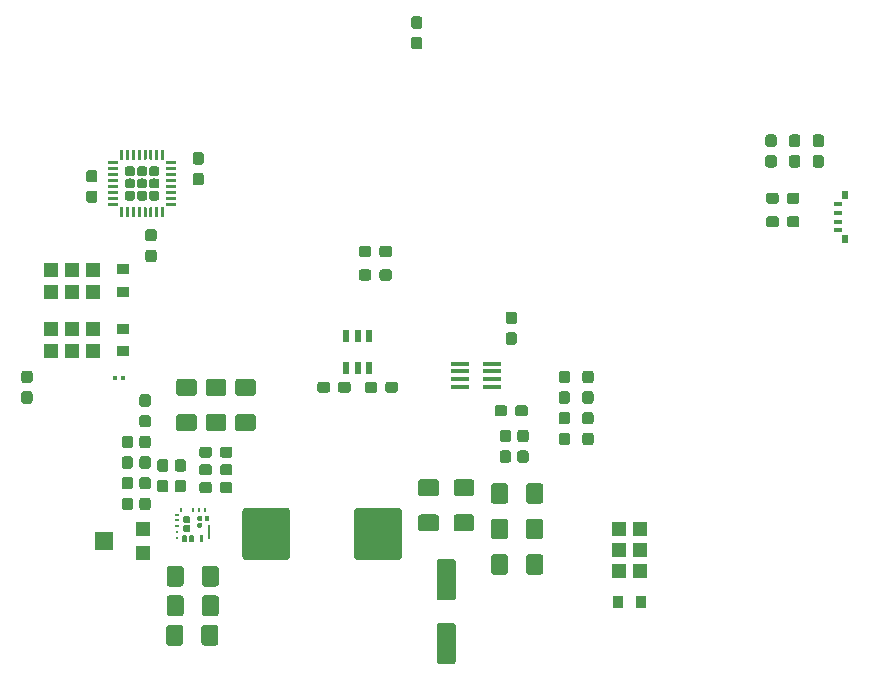
<source format=gbr>
G04 #@! TF.GenerationSoftware,KiCad,Pcbnew,5.0.2+dfsg1-1*
G04 #@! TF.CreationDate,2021-07-01T00:09:32-05:00*
G04 #@! TF.ProjectId,dcpsu-card-ahalf,64637073-752d-4636-9172-642d6168616c,v0.4*
G04 #@! TF.SameCoordinates,Original*
G04 #@! TF.FileFunction,Paste,Top*
G04 #@! TF.FilePolarity,Positive*
%FSLAX46Y46*%
G04 Gerber Fmt 4.6, Leading zero omitted, Abs format (unit mm)*
G04 Created by KiCad (PCBNEW 5.0.2+dfsg1-1) date Thu 01 Jul 2021 12:09:32 AM CDT*
%MOMM*%
%LPD*%
G01*
G04 APERTURE LIST*
%ADD10C,0.100000*%
%ADD11C,4.050000*%
%ADD12C,0.950000*%
%ADD13C,0.200000*%
%ADD14C,0.400000*%
%ADD15C,0.600000*%
%ADD16C,0.300000*%
%ADD17R,0.300000X0.200000*%
%ADD18R,0.260000X1.200000*%
%ADD19R,0.200000X0.300000*%
%ADD20R,0.950000X1.000000*%
%ADD21R,1.300000X1.200000*%
%ADD22C,1.425000*%
%ADD23C,0.250000*%
%ADD24C,0.830000*%
%ADD25R,1.560000X0.400000*%
%ADD26R,0.800000X0.400000*%
%ADD27R,0.630000X0.660000*%
%ADD28R,0.550000X1.000000*%
%ADD29C,1.600000*%
%ADD30R,1.000000X0.950000*%
%ADD31R,1.200000X1.300000*%
%ADD32C,0.318000*%
%ADD33R,1.500000X1.600000*%
%ADD34R,1.200000X1.200000*%
G04 APERTURE END LIST*
D10*
G04 #@! TO.C,L1*
G36*
X121465064Y-113216521D02*
X121495729Y-113221070D01*
X121525801Y-113228603D01*
X121554990Y-113239046D01*
X121583014Y-113252301D01*
X121609605Y-113268239D01*
X121634505Y-113286706D01*
X121657475Y-113307525D01*
X121678294Y-113330495D01*
X121696761Y-113355395D01*
X121712699Y-113381986D01*
X121725954Y-113410010D01*
X121736397Y-113439199D01*
X121743930Y-113469271D01*
X121748479Y-113499936D01*
X121750000Y-113530900D01*
X121750000Y-117299100D01*
X121748479Y-117330064D01*
X121743930Y-117360729D01*
X121736397Y-117390801D01*
X121725954Y-117419990D01*
X121712699Y-117448014D01*
X121696761Y-117474605D01*
X121678294Y-117499505D01*
X121657475Y-117522475D01*
X121634505Y-117543294D01*
X121609605Y-117561761D01*
X121583014Y-117577699D01*
X121554990Y-117590954D01*
X121525801Y-117601397D01*
X121495729Y-117608930D01*
X121465064Y-117613479D01*
X121434100Y-117615000D01*
X118015900Y-117615000D01*
X117984936Y-117613479D01*
X117954271Y-117608930D01*
X117924199Y-117601397D01*
X117895010Y-117590954D01*
X117866986Y-117577699D01*
X117840395Y-117561761D01*
X117815495Y-117543294D01*
X117792525Y-117522475D01*
X117771706Y-117499505D01*
X117753239Y-117474605D01*
X117737301Y-117448014D01*
X117724046Y-117419990D01*
X117713603Y-117390801D01*
X117706070Y-117360729D01*
X117701521Y-117330064D01*
X117700000Y-117299100D01*
X117700000Y-113530900D01*
X117701521Y-113499936D01*
X117706070Y-113469271D01*
X117713603Y-113439199D01*
X117724046Y-113410010D01*
X117737301Y-113381986D01*
X117753239Y-113355395D01*
X117771706Y-113330495D01*
X117792525Y-113307525D01*
X117815495Y-113286706D01*
X117840395Y-113268239D01*
X117866986Y-113252301D01*
X117895010Y-113239046D01*
X117924199Y-113228603D01*
X117954271Y-113221070D01*
X117984936Y-113216521D01*
X118015900Y-113215000D01*
X121434100Y-113215000D01*
X121465064Y-113216521D01*
X121465064Y-113216521D01*
G37*
D11*
X119725000Y-115415000D03*
D10*
G36*
X112015064Y-113216521D02*
X112045729Y-113221070D01*
X112075801Y-113228603D01*
X112104990Y-113239046D01*
X112133014Y-113252301D01*
X112159605Y-113268239D01*
X112184505Y-113286706D01*
X112207475Y-113307525D01*
X112228294Y-113330495D01*
X112246761Y-113355395D01*
X112262699Y-113381986D01*
X112275954Y-113410010D01*
X112286397Y-113439199D01*
X112293930Y-113469271D01*
X112298479Y-113499936D01*
X112300000Y-113530900D01*
X112300000Y-117299100D01*
X112298479Y-117330064D01*
X112293930Y-117360729D01*
X112286397Y-117390801D01*
X112275954Y-117419990D01*
X112262699Y-117448014D01*
X112246761Y-117474605D01*
X112228294Y-117499505D01*
X112207475Y-117522475D01*
X112184505Y-117543294D01*
X112159605Y-117561761D01*
X112133014Y-117577699D01*
X112104990Y-117590954D01*
X112075801Y-117601397D01*
X112045729Y-117608930D01*
X112015064Y-117613479D01*
X111984100Y-117615000D01*
X108565900Y-117615000D01*
X108534936Y-117613479D01*
X108504271Y-117608930D01*
X108474199Y-117601397D01*
X108445010Y-117590954D01*
X108416986Y-117577699D01*
X108390395Y-117561761D01*
X108365495Y-117543294D01*
X108342525Y-117522475D01*
X108321706Y-117499505D01*
X108303239Y-117474605D01*
X108287301Y-117448014D01*
X108274046Y-117419990D01*
X108263603Y-117390801D01*
X108256070Y-117360729D01*
X108251521Y-117330064D01*
X108250000Y-117299100D01*
X108250000Y-113530900D01*
X108251521Y-113499936D01*
X108256070Y-113469271D01*
X108263603Y-113439199D01*
X108274046Y-113410010D01*
X108287301Y-113381986D01*
X108303239Y-113355395D01*
X108321706Y-113330495D01*
X108342525Y-113307525D01*
X108365495Y-113286706D01*
X108390395Y-113268239D01*
X108416986Y-113252301D01*
X108445010Y-113239046D01*
X108474199Y-113228603D01*
X108504271Y-113221070D01*
X108534936Y-113216521D01*
X108565900Y-113215000D01*
X111984100Y-113215000D01*
X112015064Y-113216521D01*
X112015064Y-113216521D01*
G37*
D11*
X110275000Y-115415000D03*
G04 #@! TD*
D10*
G04 #@! TO.C,R1*
G36*
X100760779Y-89601144D02*
X100783834Y-89604563D01*
X100806443Y-89610227D01*
X100828387Y-89618079D01*
X100849457Y-89628044D01*
X100869448Y-89640026D01*
X100888168Y-89653910D01*
X100905438Y-89669562D01*
X100921090Y-89686832D01*
X100934974Y-89705552D01*
X100946956Y-89725543D01*
X100956921Y-89746613D01*
X100964773Y-89768557D01*
X100970437Y-89791166D01*
X100973856Y-89814221D01*
X100975000Y-89837500D01*
X100975000Y-90412500D01*
X100973856Y-90435779D01*
X100970437Y-90458834D01*
X100964773Y-90481443D01*
X100956921Y-90503387D01*
X100946956Y-90524457D01*
X100934974Y-90544448D01*
X100921090Y-90563168D01*
X100905438Y-90580438D01*
X100888168Y-90596090D01*
X100869448Y-90609974D01*
X100849457Y-90621956D01*
X100828387Y-90631921D01*
X100806443Y-90639773D01*
X100783834Y-90645437D01*
X100760779Y-90648856D01*
X100737500Y-90650000D01*
X100262500Y-90650000D01*
X100239221Y-90648856D01*
X100216166Y-90645437D01*
X100193557Y-90639773D01*
X100171613Y-90631921D01*
X100150543Y-90621956D01*
X100130552Y-90609974D01*
X100111832Y-90596090D01*
X100094562Y-90580438D01*
X100078910Y-90563168D01*
X100065026Y-90544448D01*
X100053044Y-90524457D01*
X100043079Y-90503387D01*
X100035227Y-90481443D01*
X100029563Y-90458834D01*
X100026144Y-90435779D01*
X100025000Y-90412500D01*
X100025000Y-89837500D01*
X100026144Y-89814221D01*
X100029563Y-89791166D01*
X100035227Y-89768557D01*
X100043079Y-89746613D01*
X100053044Y-89725543D01*
X100065026Y-89705552D01*
X100078910Y-89686832D01*
X100094562Y-89669562D01*
X100111832Y-89653910D01*
X100130552Y-89640026D01*
X100150543Y-89628044D01*
X100171613Y-89618079D01*
X100193557Y-89610227D01*
X100216166Y-89604563D01*
X100239221Y-89601144D01*
X100262500Y-89600000D01*
X100737500Y-89600000D01*
X100760779Y-89601144D01*
X100760779Y-89601144D01*
G37*
D12*
X100500000Y-90125000D03*
D10*
G36*
X100760779Y-91351144D02*
X100783834Y-91354563D01*
X100806443Y-91360227D01*
X100828387Y-91368079D01*
X100849457Y-91378044D01*
X100869448Y-91390026D01*
X100888168Y-91403910D01*
X100905438Y-91419562D01*
X100921090Y-91436832D01*
X100934974Y-91455552D01*
X100946956Y-91475543D01*
X100956921Y-91496613D01*
X100964773Y-91518557D01*
X100970437Y-91541166D01*
X100973856Y-91564221D01*
X100975000Y-91587500D01*
X100975000Y-92162500D01*
X100973856Y-92185779D01*
X100970437Y-92208834D01*
X100964773Y-92231443D01*
X100956921Y-92253387D01*
X100946956Y-92274457D01*
X100934974Y-92294448D01*
X100921090Y-92313168D01*
X100905438Y-92330438D01*
X100888168Y-92346090D01*
X100869448Y-92359974D01*
X100849457Y-92371956D01*
X100828387Y-92381921D01*
X100806443Y-92389773D01*
X100783834Y-92395437D01*
X100760779Y-92398856D01*
X100737500Y-92400000D01*
X100262500Y-92400000D01*
X100239221Y-92398856D01*
X100216166Y-92395437D01*
X100193557Y-92389773D01*
X100171613Y-92381921D01*
X100150543Y-92371956D01*
X100130552Y-92359974D01*
X100111832Y-92346090D01*
X100094562Y-92330438D01*
X100078910Y-92313168D01*
X100065026Y-92294448D01*
X100053044Y-92274457D01*
X100043079Y-92253387D01*
X100035227Y-92231443D01*
X100029563Y-92208834D01*
X100026144Y-92185779D01*
X100025000Y-92162500D01*
X100025000Y-91587500D01*
X100026144Y-91564221D01*
X100029563Y-91541166D01*
X100035227Y-91518557D01*
X100043079Y-91496613D01*
X100053044Y-91475543D01*
X100065026Y-91455552D01*
X100078910Y-91436832D01*
X100094562Y-91419562D01*
X100111832Y-91403910D01*
X100130552Y-91390026D01*
X100150543Y-91378044D01*
X100171613Y-91368079D01*
X100193557Y-91360227D01*
X100216166Y-91354563D01*
X100239221Y-91351144D01*
X100262500Y-91350000D01*
X100737500Y-91350000D01*
X100760779Y-91351144D01*
X100760779Y-91351144D01*
G37*
D12*
X100500000Y-91875000D03*
G04 #@! TD*
D13*
G04 #@! TO.C,U2*
X102690000Y-115280000D03*
D10*
G36*
X105349802Y-113930482D02*
X105359509Y-113931921D01*
X105369028Y-113934306D01*
X105378268Y-113937612D01*
X105387140Y-113941808D01*
X105395557Y-113946853D01*
X105403439Y-113952699D01*
X105410711Y-113959289D01*
X105417301Y-113966561D01*
X105423147Y-113974443D01*
X105428192Y-113982860D01*
X105432388Y-113991732D01*
X105435694Y-114000972D01*
X105438079Y-114010491D01*
X105439518Y-114020198D01*
X105440000Y-114030000D01*
X105440000Y-114230000D01*
X105439518Y-114239802D01*
X105438079Y-114249509D01*
X105435694Y-114259028D01*
X105432388Y-114268268D01*
X105428192Y-114277140D01*
X105423147Y-114285557D01*
X105417301Y-114293439D01*
X105410711Y-114300711D01*
X105403439Y-114307301D01*
X105395557Y-114313147D01*
X105387140Y-114318192D01*
X105378268Y-114322388D01*
X105369028Y-114325694D01*
X105359509Y-114328079D01*
X105349802Y-114329518D01*
X105340000Y-114330000D01*
X105140000Y-114330000D01*
X105130198Y-114329518D01*
X105120491Y-114328079D01*
X105110972Y-114325694D01*
X105101732Y-114322388D01*
X105092860Y-114318192D01*
X105084443Y-114313147D01*
X105076561Y-114307301D01*
X105069289Y-114300711D01*
X105062699Y-114293439D01*
X105056853Y-114285557D01*
X105051808Y-114277140D01*
X105047612Y-114268268D01*
X105044306Y-114259028D01*
X105041921Y-114249509D01*
X105040482Y-114239802D01*
X105040000Y-114230000D01*
X105040000Y-114030000D01*
X105040482Y-114020198D01*
X105041921Y-114010491D01*
X105044306Y-114000972D01*
X105047612Y-113991732D01*
X105051808Y-113982860D01*
X105056853Y-113974443D01*
X105062699Y-113966561D01*
X105069289Y-113959289D01*
X105076561Y-113952699D01*
X105084443Y-113946853D01*
X105092860Y-113941808D01*
X105101732Y-113937612D01*
X105110972Y-113934306D01*
X105120491Y-113931921D01*
X105130198Y-113930482D01*
X105140000Y-113930000D01*
X105340000Y-113930000D01*
X105349802Y-113930482D01*
X105349802Y-113930482D01*
G37*
D14*
X105240000Y-114130000D03*
D10*
G36*
X104049802Y-115530482D02*
X104059509Y-115531921D01*
X104069028Y-115534306D01*
X104078268Y-115537612D01*
X104087140Y-115541808D01*
X104095557Y-115546853D01*
X104103439Y-115552699D01*
X104110711Y-115559289D01*
X104117301Y-115566561D01*
X104123147Y-115574443D01*
X104128192Y-115582860D01*
X104132388Y-115591732D01*
X104135694Y-115600972D01*
X104138079Y-115610491D01*
X104139518Y-115620198D01*
X104140000Y-115630000D01*
X104140000Y-116030000D01*
X104139518Y-116039802D01*
X104138079Y-116049509D01*
X104135694Y-116059028D01*
X104132388Y-116068268D01*
X104128192Y-116077140D01*
X104123147Y-116085557D01*
X104117301Y-116093439D01*
X104110711Y-116100711D01*
X104103439Y-116107301D01*
X104095557Y-116113147D01*
X104087140Y-116118192D01*
X104078268Y-116122388D01*
X104069028Y-116125694D01*
X104059509Y-116128079D01*
X104049802Y-116129518D01*
X104040000Y-116130000D01*
X103840000Y-116130000D01*
X103830198Y-116129518D01*
X103820491Y-116128079D01*
X103810972Y-116125694D01*
X103801732Y-116122388D01*
X103792860Y-116118192D01*
X103784443Y-116113147D01*
X103776561Y-116107301D01*
X103769289Y-116100711D01*
X103762699Y-116093439D01*
X103756853Y-116085557D01*
X103751808Y-116077140D01*
X103747612Y-116068268D01*
X103744306Y-116059028D01*
X103741921Y-116049509D01*
X103740482Y-116039802D01*
X103740000Y-116030000D01*
X103740000Y-115630000D01*
X103740482Y-115620198D01*
X103741921Y-115610491D01*
X103744306Y-115600972D01*
X103747612Y-115591732D01*
X103751808Y-115582860D01*
X103756853Y-115574443D01*
X103762699Y-115566561D01*
X103769289Y-115559289D01*
X103776561Y-115552699D01*
X103784443Y-115546853D01*
X103792860Y-115541808D01*
X103801732Y-115537612D01*
X103810972Y-115534306D01*
X103820491Y-115531921D01*
X103830198Y-115530482D01*
X103840000Y-115530000D01*
X104040000Y-115530000D01*
X104049802Y-115530482D01*
X104049802Y-115530482D01*
G37*
D14*
X103940000Y-115830000D03*
D10*
G36*
X103449802Y-115530482D02*
X103459509Y-115531921D01*
X103469028Y-115534306D01*
X103478268Y-115537612D01*
X103487140Y-115541808D01*
X103495557Y-115546853D01*
X103503439Y-115552699D01*
X103510711Y-115559289D01*
X103517301Y-115566561D01*
X103523147Y-115574443D01*
X103528192Y-115582860D01*
X103532388Y-115591732D01*
X103535694Y-115600972D01*
X103538079Y-115610491D01*
X103539518Y-115620198D01*
X103540000Y-115630000D01*
X103540000Y-116030000D01*
X103539518Y-116039802D01*
X103538079Y-116049509D01*
X103535694Y-116059028D01*
X103532388Y-116068268D01*
X103528192Y-116077140D01*
X103523147Y-116085557D01*
X103517301Y-116093439D01*
X103510711Y-116100711D01*
X103503439Y-116107301D01*
X103495557Y-116113147D01*
X103487140Y-116118192D01*
X103478268Y-116122388D01*
X103469028Y-116125694D01*
X103459509Y-116128079D01*
X103449802Y-116129518D01*
X103440000Y-116130000D01*
X103240000Y-116130000D01*
X103230198Y-116129518D01*
X103220491Y-116128079D01*
X103210972Y-116125694D01*
X103201732Y-116122388D01*
X103192860Y-116118192D01*
X103184443Y-116113147D01*
X103176561Y-116107301D01*
X103169289Y-116100711D01*
X103162699Y-116093439D01*
X103156853Y-116085557D01*
X103151808Y-116077140D01*
X103147612Y-116068268D01*
X103144306Y-116059028D01*
X103141921Y-116049509D01*
X103140482Y-116039802D01*
X103140000Y-116030000D01*
X103140000Y-115630000D01*
X103140482Y-115620198D01*
X103141921Y-115610491D01*
X103144306Y-115600972D01*
X103147612Y-115591732D01*
X103151808Y-115582860D01*
X103156853Y-115574443D01*
X103162699Y-115566561D01*
X103169289Y-115559289D01*
X103176561Y-115552699D01*
X103184443Y-115546853D01*
X103192860Y-115541808D01*
X103201732Y-115537612D01*
X103210972Y-115534306D01*
X103220491Y-115531921D01*
X103230198Y-115530482D01*
X103240000Y-115530000D01*
X103440000Y-115530000D01*
X103449802Y-115530482D01*
X103449802Y-115530482D01*
G37*
D14*
X103340000Y-115830000D03*
D10*
G36*
X103704703Y-114680722D02*
X103719264Y-114682882D01*
X103733543Y-114686459D01*
X103747403Y-114691418D01*
X103760710Y-114697712D01*
X103773336Y-114705280D01*
X103785159Y-114714048D01*
X103796066Y-114723934D01*
X103805952Y-114734841D01*
X103814720Y-114746664D01*
X103822288Y-114759290D01*
X103828582Y-114772597D01*
X103833541Y-114786457D01*
X103837118Y-114800736D01*
X103839278Y-114815297D01*
X103840000Y-114830000D01*
X103840000Y-115130000D01*
X103839278Y-115144703D01*
X103837118Y-115159264D01*
X103833541Y-115173543D01*
X103828582Y-115187403D01*
X103822288Y-115200710D01*
X103814720Y-115213336D01*
X103805952Y-115225159D01*
X103796066Y-115236066D01*
X103785159Y-115245952D01*
X103773336Y-115254720D01*
X103760710Y-115262288D01*
X103747403Y-115268582D01*
X103733543Y-115273541D01*
X103719264Y-115277118D01*
X103704703Y-115279278D01*
X103690000Y-115280000D01*
X103390000Y-115280000D01*
X103375297Y-115279278D01*
X103360736Y-115277118D01*
X103346457Y-115273541D01*
X103332597Y-115268582D01*
X103319290Y-115262288D01*
X103306664Y-115254720D01*
X103294841Y-115245952D01*
X103283934Y-115236066D01*
X103274048Y-115225159D01*
X103265280Y-115213336D01*
X103257712Y-115200710D01*
X103251418Y-115187403D01*
X103246459Y-115173543D01*
X103242882Y-115159264D01*
X103240722Y-115144703D01*
X103240000Y-115130000D01*
X103240000Y-114830000D01*
X103240722Y-114815297D01*
X103242882Y-114800736D01*
X103246459Y-114786457D01*
X103251418Y-114772597D01*
X103257712Y-114759290D01*
X103265280Y-114746664D01*
X103274048Y-114734841D01*
X103283934Y-114723934D01*
X103294841Y-114714048D01*
X103306664Y-114705280D01*
X103319290Y-114697712D01*
X103332597Y-114691418D01*
X103346457Y-114686459D01*
X103360736Y-114682882D01*
X103375297Y-114680722D01*
X103390000Y-114680000D01*
X103690000Y-114680000D01*
X103704703Y-114680722D01*
X103704703Y-114680722D01*
G37*
D15*
X103540000Y-114980000D03*
D10*
G36*
X103704703Y-113930722D02*
X103719264Y-113932882D01*
X103733543Y-113936459D01*
X103747403Y-113941418D01*
X103760710Y-113947712D01*
X103773336Y-113955280D01*
X103785159Y-113964048D01*
X103796066Y-113973934D01*
X103805952Y-113984841D01*
X103814720Y-113996664D01*
X103822288Y-114009290D01*
X103828582Y-114022597D01*
X103833541Y-114036457D01*
X103837118Y-114050736D01*
X103839278Y-114065297D01*
X103840000Y-114080000D01*
X103840000Y-114380000D01*
X103839278Y-114394703D01*
X103837118Y-114409264D01*
X103833541Y-114423543D01*
X103828582Y-114437403D01*
X103822288Y-114450710D01*
X103814720Y-114463336D01*
X103805952Y-114475159D01*
X103796066Y-114486066D01*
X103785159Y-114495952D01*
X103773336Y-114504720D01*
X103760710Y-114512288D01*
X103747403Y-114518582D01*
X103733543Y-114523541D01*
X103719264Y-114527118D01*
X103704703Y-114529278D01*
X103690000Y-114530000D01*
X103390000Y-114530000D01*
X103375297Y-114529278D01*
X103360736Y-114527118D01*
X103346457Y-114523541D01*
X103332597Y-114518582D01*
X103319290Y-114512288D01*
X103306664Y-114504720D01*
X103294841Y-114495952D01*
X103283934Y-114486066D01*
X103274048Y-114475159D01*
X103265280Y-114463336D01*
X103257712Y-114450710D01*
X103251418Y-114437403D01*
X103246459Y-114423543D01*
X103242882Y-114409264D01*
X103240722Y-114394703D01*
X103240000Y-114380000D01*
X103240000Y-114080000D01*
X103240722Y-114065297D01*
X103242882Y-114050736D01*
X103246459Y-114036457D01*
X103251418Y-114022597D01*
X103257712Y-114009290D01*
X103265280Y-113996664D01*
X103274048Y-113984841D01*
X103283934Y-113973934D01*
X103294841Y-113964048D01*
X103306664Y-113955280D01*
X103319290Y-113947712D01*
X103332597Y-113941418D01*
X103346457Y-113936459D01*
X103360736Y-113932882D01*
X103375297Y-113930722D01*
X103390000Y-113930000D01*
X103690000Y-113930000D01*
X103704703Y-113930722D01*
X103704703Y-113930722D01*
G37*
D15*
X103540000Y-114230000D03*
D10*
G36*
X104872351Y-115480361D02*
X104879632Y-115481441D01*
X104886771Y-115483229D01*
X104893701Y-115485709D01*
X104900355Y-115488856D01*
X104906668Y-115492640D01*
X104912579Y-115497024D01*
X104918033Y-115501967D01*
X104922976Y-115507421D01*
X104927360Y-115513332D01*
X104931144Y-115519645D01*
X104934291Y-115526299D01*
X104936771Y-115533229D01*
X104938559Y-115540368D01*
X104939639Y-115547649D01*
X104940000Y-115555000D01*
X104940000Y-116005000D01*
X104939639Y-116012351D01*
X104938559Y-116019632D01*
X104936771Y-116026771D01*
X104934291Y-116033701D01*
X104931144Y-116040355D01*
X104927360Y-116046668D01*
X104922976Y-116052579D01*
X104918033Y-116058033D01*
X104912579Y-116062976D01*
X104906668Y-116067360D01*
X104900355Y-116071144D01*
X104893701Y-116074291D01*
X104886771Y-116076771D01*
X104879632Y-116078559D01*
X104872351Y-116079639D01*
X104865000Y-116080000D01*
X104715000Y-116080000D01*
X104707649Y-116079639D01*
X104700368Y-116078559D01*
X104693229Y-116076771D01*
X104686299Y-116074291D01*
X104679645Y-116071144D01*
X104673332Y-116067360D01*
X104667421Y-116062976D01*
X104661967Y-116058033D01*
X104657024Y-116052579D01*
X104652640Y-116046668D01*
X104648856Y-116040355D01*
X104645709Y-116033701D01*
X104643229Y-116026771D01*
X104641441Y-116019632D01*
X104640361Y-116012351D01*
X104640000Y-116005000D01*
X104640000Y-115555000D01*
X104640361Y-115547649D01*
X104641441Y-115540368D01*
X104643229Y-115533229D01*
X104645709Y-115526299D01*
X104648856Y-115519645D01*
X104652640Y-115513332D01*
X104657024Y-115507421D01*
X104661967Y-115501967D01*
X104667421Y-115497024D01*
X104673332Y-115492640D01*
X104679645Y-115488856D01*
X104686299Y-115485709D01*
X104693229Y-115483229D01*
X104700368Y-115481441D01*
X104707649Y-115480361D01*
X104715000Y-115480000D01*
X104865000Y-115480000D01*
X104872351Y-115480361D01*
X104872351Y-115480361D01*
G37*
D16*
X104790000Y-115780000D03*
D10*
G36*
X104749802Y-114480482D02*
X104759509Y-114481921D01*
X104769028Y-114484306D01*
X104778268Y-114487612D01*
X104787140Y-114491808D01*
X104795557Y-114496853D01*
X104803439Y-114502699D01*
X104810711Y-114509289D01*
X104817301Y-114516561D01*
X104823147Y-114524443D01*
X104828192Y-114532860D01*
X104832388Y-114541732D01*
X104835694Y-114550972D01*
X104838079Y-114560491D01*
X104839518Y-114570198D01*
X104840000Y-114580000D01*
X104840000Y-114780000D01*
X104839518Y-114789802D01*
X104838079Y-114799509D01*
X104835694Y-114809028D01*
X104832388Y-114818268D01*
X104828192Y-114827140D01*
X104823147Y-114835557D01*
X104817301Y-114843439D01*
X104810711Y-114850711D01*
X104803439Y-114857301D01*
X104795557Y-114863147D01*
X104787140Y-114868192D01*
X104778268Y-114872388D01*
X104769028Y-114875694D01*
X104759509Y-114878079D01*
X104749802Y-114879518D01*
X104740000Y-114880000D01*
X104540000Y-114880000D01*
X104530198Y-114879518D01*
X104520491Y-114878079D01*
X104510972Y-114875694D01*
X104501732Y-114872388D01*
X104492860Y-114868192D01*
X104484443Y-114863147D01*
X104476561Y-114857301D01*
X104469289Y-114850711D01*
X104462699Y-114843439D01*
X104456853Y-114835557D01*
X104451808Y-114827140D01*
X104447612Y-114818268D01*
X104444306Y-114809028D01*
X104441921Y-114799509D01*
X104440482Y-114789802D01*
X104440000Y-114780000D01*
X104440000Y-114580000D01*
X104440482Y-114570198D01*
X104441921Y-114560491D01*
X104444306Y-114550972D01*
X104447612Y-114541732D01*
X104451808Y-114532860D01*
X104456853Y-114524443D01*
X104462699Y-114516561D01*
X104469289Y-114509289D01*
X104476561Y-114502699D01*
X104484443Y-114496853D01*
X104492860Y-114491808D01*
X104501732Y-114487612D01*
X104510972Y-114484306D01*
X104520491Y-114481921D01*
X104530198Y-114480482D01*
X104540000Y-114480000D01*
X104740000Y-114480000D01*
X104749802Y-114480482D01*
X104749802Y-114480482D01*
G37*
D14*
X104640000Y-114680000D03*
D10*
G36*
X104749802Y-113930482D02*
X104759509Y-113931921D01*
X104769028Y-113934306D01*
X104778268Y-113937612D01*
X104787140Y-113941808D01*
X104795557Y-113946853D01*
X104803439Y-113952699D01*
X104810711Y-113959289D01*
X104817301Y-113966561D01*
X104823147Y-113974443D01*
X104828192Y-113982860D01*
X104832388Y-113991732D01*
X104835694Y-114000972D01*
X104838079Y-114010491D01*
X104839518Y-114020198D01*
X104840000Y-114030000D01*
X104840000Y-114230000D01*
X104839518Y-114239802D01*
X104838079Y-114249509D01*
X104835694Y-114259028D01*
X104832388Y-114268268D01*
X104828192Y-114277140D01*
X104823147Y-114285557D01*
X104817301Y-114293439D01*
X104810711Y-114300711D01*
X104803439Y-114307301D01*
X104795557Y-114313147D01*
X104787140Y-114318192D01*
X104778268Y-114322388D01*
X104769028Y-114325694D01*
X104759509Y-114328079D01*
X104749802Y-114329518D01*
X104740000Y-114330000D01*
X104540000Y-114330000D01*
X104530198Y-114329518D01*
X104520491Y-114328079D01*
X104510972Y-114325694D01*
X104501732Y-114322388D01*
X104492860Y-114318192D01*
X104484443Y-114313147D01*
X104476561Y-114307301D01*
X104469289Y-114300711D01*
X104462699Y-114293439D01*
X104456853Y-114285557D01*
X104451808Y-114277140D01*
X104447612Y-114268268D01*
X104444306Y-114259028D01*
X104441921Y-114249509D01*
X104440482Y-114239802D01*
X104440000Y-114230000D01*
X104440000Y-114030000D01*
X104440482Y-114020198D01*
X104441921Y-114010491D01*
X104444306Y-114000972D01*
X104447612Y-113991732D01*
X104451808Y-113982860D01*
X104456853Y-113974443D01*
X104462699Y-113966561D01*
X104469289Y-113959289D01*
X104476561Y-113952699D01*
X104484443Y-113946853D01*
X104492860Y-113941808D01*
X104501732Y-113937612D01*
X104510972Y-113934306D01*
X104520491Y-113931921D01*
X104530198Y-113930482D01*
X104540000Y-113930000D01*
X104740000Y-113930000D01*
X104749802Y-113930482D01*
X104749802Y-113930482D01*
G37*
D14*
X104640000Y-114130000D03*
D17*
X102690000Y-113780000D03*
X102690000Y-114280000D03*
X102690000Y-114780000D03*
D18*
X105410000Y-115280000D03*
D19*
X105040000Y-113430000D03*
X104540000Y-113430000D03*
X104040000Y-113430000D03*
X103040000Y-113430000D03*
D13*
X102690000Y-115780000D03*
X105410000Y-115760000D03*
X105410000Y-114800000D03*
G04 #@! TD*
D10*
G04 #@! TO.C,R20*
G36*
X98760779Y-107101144D02*
X98783834Y-107104563D01*
X98806443Y-107110227D01*
X98828387Y-107118079D01*
X98849457Y-107128044D01*
X98869448Y-107140026D01*
X98888168Y-107153910D01*
X98905438Y-107169562D01*
X98921090Y-107186832D01*
X98934974Y-107205552D01*
X98946956Y-107225543D01*
X98956921Y-107246613D01*
X98964773Y-107268557D01*
X98970437Y-107291166D01*
X98973856Y-107314221D01*
X98975000Y-107337500D01*
X98975000Y-107912500D01*
X98973856Y-107935779D01*
X98970437Y-107958834D01*
X98964773Y-107981443D01*
X98956921Y-108003387D01*
X98946956Y-108024457D01*
X98934974Y-108044448D01*
X98921090Y-108063168D01*
X98905438Y-108080438D01*
X98888168Y-108096090D01*
X98869448Y-108109974D01*
X98849457Y-108121956D01*
X98828387Y-108131921D01*
X98806443Y-108139773D01*
X98783834Y-108145437D01*
X98760779Y-108148856D01*
X98737500Y-108150000D01*
X98262500Y-108150000D01*
X98239221Y-108148856D01*
X98216166Y-108145437D01*
X98193557Y-108139773D01*
X98171613Y-108131921D01*
X98150543Y-108121956D01*
X98130552Y-108109974D01*
X98111832Y-108096090D01*
X98094562Y-108080438D01*
X98078910Y-108063168D01*
X98065026Y-108044448D01*
X98053044Y-108024457D01*
X98043079Y-108003387D01*
X98035227Y-107981443D01*
X98029563Y-107958834D01*
X98026144Y-107935779D01*
X98025000Y-107912500D01*
X98025000Y-107337500D01*
X98026144Y-107314221D01*
X98029563Y-107291166D01*
X98035227Y-107268557D01*
X98043079Y-107246613D01*
X98053044Y-107225543D01*
X98065026Y-107205552D01*
X98078910Y-107186832D01*
X98094562Y-107169562D01*
X98111832Y-107153910D01*
X98130552Y-107140026D01*
X98150543Y-107128044D01*
X98171613Y-107118079D01*
X98193557Y-107110227D01*
X98216166Y-107104563D01*
X98239221Y-107101144D01*
X98262500Y-107100000D01*
X98737500Y-107100000D01*
X98760779Y-107101144D01*
X98760779Y-107101144D01*
G37*
D12*
X98500000Y-107625000D03*
D10*
G36*
X98760779Y-108851144D02*
X98783834Y-108854563D01*
X98806443Y-108860227D01*
X98828387Y-108868079D01*
X98849457Y-108878044D01*
X98869448Y-108890026D01*
X98888168Y-108903910D01*
X98905438Y-108919562D01*
X98921090Y-108936832D01*
X98934974Y-108955552D01*
X98946956Y-108975543D01*
X98956921Y-108996613D01*
X98964773Y-109018557D01*
X98970437Y-109041166D01*
X98973856Y-109064221D01*
X98975000Y-109087500D01*
X98975000Y-109662500D01*
X98973856Y-109685779D01*
X98970437Y-109708834D01*
X98964773Y-109731443D01*
X98956921Y-109753387D01*
X98946956Y-109774457D01*
X98934974Y-109794448D01*
X98921090Y-109813168D01*
X98905438Y-109830438D01*
X98888168Y-109846090D01*
X98869448Y-109859974D01*
X98849457Y-109871956D01*
X98828387Y-109881921D01*
X98806443Y-109889773D01*
X98783834Y-109895437D01*
X98760779Y-109898856D01*
X98737500Y-109900000D01*
X98262500Y-109900000D01*
X98239221Y-109898856D01*
X98216166Y-109895437D01*
X98193557Y-109889773D01*
X98171613Y-109881921D01*
X98150543Y-109871956D01*
X98130552Y-109859974D01*
X98111832Y-109846090D01*
X98094562Y-109830438D01*
X98078910Y-109813168D01*
X98065026Y-109794448D01*
X98053044Y-109774457D01*
X98043079Y-109753387D01*
X98035227Y-109731443D01*
X98029563Y-109708834D01*
X98026144Y-109685779D01*
X98025000Y-109662500D01*
X98025000Y-109087500D01*
X98026144Y-109064221D01*
X98029563Y-109041166D01*
X98035227Y-109018557D01*
X98043079Y-108996613D01*
X98053044Y-108975543D01*
X98065026Y-108955552D01*
X98078910Y-108936832D01*
X98094562Y-108919562D01*
X98111832Y-108903910D01*
X98130552Y-108890026D01*
X98150543Y-108878044D01*
X98171613Y-108868079D01*
X98193557Y-108860227D01*
X98216166Y-108854563D01*
X98239221Y-108851144D01*
X98262500Y-108850000D01*
X98737500Y-108850000D01*
X98760779Y-108851144D01*
X98760779Y-108851144D01*
G37*
D12*
X98500000Y-109375000D03*
G04 #@! TD*
D10*
G04 #@! TO.C,C3*
G36*
X123260779Y-71601144D02*
X123283834Y-71604563D01*
X123306443Y-71610227D01*
X123328387Y-71618079D01*
X123349457Y-71628044D01*
X123369448Y-71640026D01*
X123388168Y-71653910D01*
X123405438Y-71669562D01*
X123421090Y-71686832D01*
X123434974Y-71705552D01*
X123446956Y-71725543D01*
X123456921Y-71746613D01*
X123464773Y-71768557D01*
X123470437Y-71791166D01*
X123473856Y-71814221D01*
X123475000Y-71837500D01*
X123475000Y-72412500D01*
X123473856Y-72435779D01*
X123470437Y-72458834D01*
X123464773Y-72481443D01*
X123456921Y-72503387D01*
X123446956Y-72524457D01*
X123434974Y-72544448D01*
X123421090Y-72563168D01*
X123405438Y-72580438D01*
X123388168Y-72596090D01*
X123369448Y-72609974D01*
X123349457Y-72621956D01*
X123328387Y-72631921D01*
X123306443Y-72639773D01*
X123283834Y-72645437D01*
X123260779Y-72648856D01*
X123237500Y-72650000D01*
X122762500Y-72650000D01*
X122739221Y-72648856D01*
X122716166Y-72645437D01*
X122693557Y-72639773D01*
X122671613Y-72631921D01*
X122650543Y-72621956D01*
X122630552Y-72609974D01*
X122611832Y-72596090D01*
X122594562Y-72580438D01*
X122578910Y-72563168D01*
X122565026Y-72544448D01*
X122553044Y-72524457D01*
X122543079Y-72503387D01*
X122535227Y-72481443D01*
X122529563Y-72458834D01*
X122526144Y-72435779D01*
X122525000Y-72412500D01*
X122525000Y-71837500D01*
X122526144Y-71814221D01*
X122529563Y-71791166D01*
X122535227Y-71768557D01*
X122543079Y-71746613D01*
X122553044Y-71725543D01*
X122565026Y-71705552D01*
X122578910Y-71686832D01*
X122594562Y-71669562D01*
X122611832Y-71653910D01*
X122630552Y-71640026D01*
X122650543Y-71628044D01*
X122671613Y-71618079D01*
X122693557Y-71610227D01*
X122716166Y-71604563D01*
X122739221Y-71601144D01*
X122762500Y-71600000D01*
X123237500Y-71600000D01*
X123260779Y-71601144D01*
X123260779Y-71601144D01*
G37*
D12*
X123000000Y-72125000D03*
D10*
G36*
X123260779Y-73351144D02*
X123283834Y-73354563D01*
X123306443Y-73360227D01*
X123328387Y-73368079D01*
X123349457Y-73378044D01*
X123369448Y-73390026D01*
X123388168Y-73403910D01*
X123405438Y-73419562D01*
X123421090Y-73436832D01*
X123434974Y-73455552D01*
X123446956Y-73475543D01*
X123456921Y-73496613D01*
X123464773Y-73518557D01*
X123470437Y-73541166D01*
X123473856Y-73564221D01*
X123475000Y-73587500D01*
X123475000Y-74162500D01*
X123473856Y-74185779D01*
X123470437Y-74208834D01*
X123464773Y-74231443D01*
X123456921Y-74253387D01*
X123446956Y-74274457D01*
X123434974Y-74294448D01*
X123421090Y-74313168D01*
X123405438Y-74330438D01*
X123388168Y-74346090D01*
X123369448Y-74359974D01*
X123349457Y-74371956D01*
X123328387Y-74381921D01*
X123306443Y-74389773D01*
X123283834Y-74395437D01*
X123260779Y-74398856D01*
X123237500Y-74400000D01*
X122762500Y-74400000D01*
X122739221Y-74398856D01*
X122716166Y-74395437D01*
X122693557Y-74389773D01*
X122671613Y-74381921D01*
X122650543Y-74371956D01*
X122630552Y-74359974D01*
X122611832Y-74346090D01*
X122594562Y-74330438D01*
X122578910Y-74313168D01*
X122565026Y-74294448D01*
X122553044Y-74274457D01*
X122543079Y-74253387D01*
X122535227Y-74231443D01*
X122529563Y-74208834D01*
X122526144Y-74185779D01*
X122525000Y-74162500D01*
X122525000Y-73587500D01*
X122526144Y-73564221D01*
X122529563Y-73541166D01*
X122535227Y-73518557D01*
X122543079Y-73496613D01*
X122553044Y-73475543D01*
X122565026Y-73455552D01*
X122578910Y-73436832D01*
X122594562Y-73419562D01*
X122611832Y-73403910D01*
X122630552Y-73390026D01*
X122650543Y-73378044D01*
X122671613Y-73368079D01*
X122693557Y-73360227D01*
X122716166Y-73354563D01*
X122739221Y-73351144D01*
X122762500Y-73350000D01*
X123237500Y-73350000D01*
X123260779Y-73351144D01*
X123260779Y-73351144D01*
G37*
D12*
X123000000Y-73875000D03*
G04 #@! TD*
D10*
G04 #@! TO.C,C5*
G36*
X107185779Y-111026144D02*
X107208834Y-111029563D01*
X107231443Y-111035227D01*
X107253387Y-111043079D01*
X107274457Y-111053044D01*
X107294448Y-111065026D01*
X107313168Y-111078910D01*
X107330438Y-111094562D01*
X107346090Y-111111832D01*
X107359974Y-111130552D01*
X107371956Y-111150543D01*
X107381921Y-111171613D01*
X107389773Y-111193557D01*
X107395437Y-111216166D01*
X107398856Y-111239221D01*
X107400000Y-111262500D01*
X107400000Y-111737500D01*
X107398856Y-111760779D01*
X107395437Y-111783834D01*
X107389773Y-111806443D01*
X107381921Y-111828387D01*
X107371956Y-111849457D01*
X107359974Y-111869448D01*
X107346090Y-111888168D01*
X107330438Y-111905438D01*
X107313168Y-111921090D01*
X107294448Y-111934974D01*
X107274457Y-111946956D01*
X107253387Y-111956921D01*
X107231443Y-111964773D01*
X107208834Y-111970437D01*
X107185779Y-111973856D01*
X107162500Y-111975000D01*
X106587500Y-111975000D01*
X106564221Y-111973856D01*
X106541166Y-111970437D01*
X106518557Y-111964773D01*
X106496613Y-111956921D01*
X106475543Y-111946956D01*
X106455552Y-111934974D01*
X106436832Y-111921090D01*
X106419562Y-111905438D01*
X106403910Y-111888168D01*
X106390026Y-111869448D01*
X106378044Y-111849457D01*
X106368079Y-111828387D01*
X106360227Y-111806443D01*
X106354563Y-111783834D01*
X106351144Y-111760779D01*
X106350000Y-111737500D01*
X106350000Y-111262500D01*
X106351144Y-111239221D01*
X106354563Y-111216166D01*
X106360227Y-111193557D01*
X106368079Y-111171613D01*
X106378044Y-111150543D01*
X106390026Y-111130552D01*
X106403910Y-111111832D01*
X106419562Y-111094562D01*
X106436832Y-111078910D01*
X106455552Y-111065026D01*
X106475543Y-111053044D01*
X106496613Y-111043079D01*
X106518557Y-111035227D01*
X106541166Y-111029563D01*
X106564221Y-111026144D01*
X106587500Y-111025000D01*
X107162500Y-111025000D01*
X107185779Y-111026144D01*
X107185779Y-111026144D01*
G37*
D12*
X106875000Y-111500000D03*
D10*
G36*
X105435779Y-111026144D02*
X105458834Y-111029563D01*
X105481443Y-111035227D01*
X105503387Y-111043079D01*
X105524457Y-111053044D01*
X105544448Y-111065026D01*
X105563168Y-111078910D01*
X105580438Y-111094562D01*
X105596090Y-111111832D01*
X105609974Y-111130552D01*
X105621956Y-111150543D01*
X105631921Y-111171613D01*
X105639773Y-111193557D01*
X105645437Y-111216166D01*
X105648856Y-111239221D01*
X105650000Y-111262500D01*
X105650000Y-111737500D01*
X105648856Y-111760779D01*
X105645437Y-111783834D01*
X105639773Y-111806443D01*
X105631921Y-111828387D01*
X105621956Y-111849457D01*
X105609974Y-111869448D01*
X105596090Y-111888168D01*
X105580438Y-111905438D01*
X105563168Y-111921090D01*
X105544448Y-111934974D01*
X105524457Y-111946956D01*
X105503387Y-111956921D01*
X105481443Y-111964773D01*
X105458834Y-111970437D01*
X105435779Y-111973856D01*
X105412500Y-111975000D01*
X104837500Y-111975000D01*
X104814221Y-111973856D01*
X104791166Y-111970437D01*
X104768557Y-111964773D01*
X104746613Y-111956921D01*
X104725543Y-111946956D01*
X104705552Y-111934974D01*
X104686832Y-111921090D01*
X104669562Y-111905438D01*
X104653910Y-111888168D01*
X104640026Y-111869448D01*
X104628044Y-111849457D01*
X104618079Y-111828387D01*
X104610227Y-111806443D01*
X104604563Y-111783834D01*
X104601144Y-111760779D01*
X104600000Y-111737500D01*
X104600000Y-111262500D01*
X104601144Y-111239221D01*
X104604563Y-111216166D01*
X104610227Y-111193557D01*
X104618079Y-111171613D01*
X104628044Y-111150543D01*
X104640026Y-111130552D01*
X104653910Y-111111832D01*
X104669562Y-111094562D01*
X104686832Y-111078910D01*
X104705552Y-111065026D01*
X104725543Y-111053044D01*
X104746613Y-111043079D01*
X104768557Y-111035227D01*
X104791166Y-111029563D01*
X104814221Y-111026144D01*
X104837500Y-111025000D01*
X105412500Y-111025000D01*
X105435779Y-111026144D01*
X105435779Y-111026144D01*
G37*
D12*
X105125000Y-111500000D03*
G04 #@! TD*
D10*
G04 #@! TO.C,C14*
G36*
X132185779Y-104526144D02*
X132208834Y-104529563D01*
X132231443Y-104535227D01*
X132253387Y-104543079D01*
X132274457Y-104553044D01*
X132294448Y-104565026D01*
X132313168Y-104578910D01*
X132330438Y-104594562D01*
X132346090Y-104611832D01*
X132359974Y-104630552D01*
X132371956Y-104650543D01*
X132381921Y-104671613D01*
X132389773Y-104693557D01*
X132395437Y-104716166D01*
X132398856Y-104739221D01*
X132400000Y-104762500D01*
X132400000Y-105237500D01*
X132398856Y-105260779D01*
X132395437Y-105283834D01*
X132389773Y-105306443D01*
X132381921Y-105328387D01*
X132371956Y-105349457D01*
X132359974Y-105369448D01*
X132346090Y-105388168D01*
X132330438Y-105405438D01*
X132313168Y-105421090D01*
X132294448Y-105434974D01*
X132274457Y-105446956D01*
X132253387Y-105456921D01*
X132231443Y-105464773D01*
X132208834Y-105470437D01*
X132185779Y-105473856D01*
X132162500Y-105475000D01*
X131587500Y-105475000D01*
X131564221Y-105473856D01*
X131541166Y-105470437D01*
X131518557Y-105464773D01*
X131496613Y-105456921D01*
X131475543Y-105446956D01*
X131455552Y-105434974D01*
X131436832Y-105421090D01*
X131419562Y-105405438D01*
X131403910Y-105388168D01*
X131390026Y-105369448D01*
X131378044Y-105349457D01*
X131368079Y-105328387D01*
X131360227Y-105306443D01*
X131354563Y-105283834D01*
X131351144Y-105260779D01*
X131350000Y-105237500D01*
X131350000Y-104762500D01*
X131351144Y-104739221D01*
X131354563Y-104716166D01*
X131360227Y-104693557D01*
X131368079Y-104671613D01*
X131378044Y-104650543D01*
X131390026Y-104630552D01*
X131403910Y-104611832D01*
X131419562Y-104594562D01*
X131436832Y-104578910D01*
X131455552Y-104565026D01*
X131475543Y-104553044D01*
X131496613Y-104543079D01*
X131518557Y-104535227D01*
X131541166Y-104529563D01*
X131564221Y-104526144D01*
X131587500Y-104525000D01*
X132162500Y-104525000D01*
X132185779Y-104526144D01*
X132185779Y-104526144D01*
G37*
D12*
X131875000Y-105000000D03*
D10*
G36*
X130435779Y-104526144D02*
X130458834Y-104529563D01*
X130481443Y-104535227D01*
X130503387Y-104543079D01*
X130524457Y-104553044D01*
X130544448Y-104565026D01*
X130563168Y-104578910D01*
X130580438Y-104594562D01*
X130596090Y-104611832D01*
X130609974Y-104630552D01*
X130621956Y-104650543D01*
X130631921Y-104671613D01*
X130639773Y-104693557D01*
X130645437Y-104716166D01*
X130648856Y-104739221D01*
X130650000Y-104762500D01*
X130650000Y-105237500D01*
X130648856Y-105260779D01*
X130645437Y-105283834D01*
X130639773Y-105306443D01*
X130631921Y-105328387D01*
X130621956Y-105349457D01*
X130609974Y-105369448D01*
X130596090Y-105388168D01*
X130580438Y-105405438D01*
X130563168Y-105421090D01*
X130544448Y-105434974D01*
X130524457Y-105446956D01*
X130503387Y-105456921D01*
X130481443Y-105464773D01*
X130458834Y-105470437D01*
X130435779Y-105473856D01*
X130412500Y-105475000D01*
X129837500Y-105475000D01*
X129814221Y-105473856D01*
X129791166Y-105470437D01*
X129768557Y-105464773D01*
X129746613Y-105456921D01*
X129725543Y-105446956D01*
X129705552Y-105434974D01*
X129686832Y-105421090D01*
X129669562Y-105405438D01*
X129653910Y-105388168D01*
X129640026Y-105369448D01*
X129628044Y-105349457D01*
X129618079Y-105328387D01*
X129610227Y-105306443D01*
X129604563Y-105283834D01*
X129601144Y-105260779D01*
X129600000Y-105237500D01*
X129600000Y-104762500D01*
X129601144Y-104739221D01*
X129604563Y-104716166D01*
X129610227Y-104693557D01*
X129618079Y-104671613D01*
X129628044Y-104650543D01*
X129640026Y-104630552D01*
X129653910Y-104611832D01*
X129669562Y-104594562D01*
X129686832Y-104578910D01*
X129705552Y-104565026D01*
X129725543Y-104553044D01*
X129746613Y-104543079D01*
X129768557Y-104535227D01*
X129791166Y-104529563D01*
X129814221Y-104526144D01*
X129837500Y-104525000D01*
X130412500Y-104525000D01*
X130435779Y-104526144D01*
X130435779Y-104526144D01*
G37*
D12*
X130125000Y-105000000D03*
G04 #@! TD*
D20*
G04 #@! TO.C,D1*
X141970000Y-121150000D03*
X140030000Y-121150000D03*
D21*
X141900000Y-118600000D03*
X141900000Y-116800000D03*
X140100000Y-118600000D03*
X140100000Y-116800000D03*
X141900000Y-115000000D03*
X140100000Y-115000000D03*
G04 #@! TD*
D10*
G04 #@! TO.C,C1*
G36*
X104760779Y-84851144D02*
X104783834Y-84854563D01*
X104806443Y-84860227D01*
X104828387Y-84868079D01*
X104849457Y-84878044D01*
X104869448Y-84890026D01*
X104888168Y-84903910D01*
X104905438Y-84919562D01*
X104921090Y-84936832D01*
X104934974Y-84955552D01*
X104946956Y-84975543D01*
X104956921Y-84996613D01*
X104964773Y-85018557D01*
X104970437Y-85041166D01*
X104973856Y-85064221D01*
X104975000Y-85087500D01*
X104975000Y-85662500D01*
X104973856Y-85685779D01*
X104970437Y-85708834D01*
X104964773Y-85731443D01*
X104956921Y-85753387D01*
X104946956Y-85774457D01*
X104934974Y-85794448D01*
X104921090Y-85813168D01*
X104905438Y-85830438D01*
X104888168Y-85846090D01*
X104869448Y-85859974D01*
X104849457Y-85871956D01*
X104828387Y-85881921D01*
X104806443Y-85889773D01*
X104783834Y-85895437D01*
X104760779Y-85898856D01*
X104737500Y-85900000D01*
X104262500Y-85900000D01*
X104239221Y-85898856D01*
X104216166Y-85895437D01*
X104193557Y-85889773D01*
X104171613Y-85881921D01*
X104150543Y-85871956D01*
X104130552Y-85859974D01*
X104111832Y-85846090D01*
X104094562Y-85830438D01*
X104078910Y-85813168D01*
X104065026Y-85794448D01*
X104053044Y-85774457D01*
X104043079Y-85753387D01*
X104035227Y-85731443D01*
X104029563Y-85708834D01*
X104026144Y-85685779D01*
X104025000Y-85662500D01*
X104025000Y-85087500D01*
X104026144Y-85064221D01*
X104029563Y-85041166D01*
X104035227Y-85018557D01*
X104043079Y-84996613D01*
X104053044Y-84975543D01*
X104065026Y-84955552D01*
X104078910Y-84936832D01*
X104094562Y-84919562D01*
X104111832Y-84903910D01*
X104130552Y-84890026D01*
X104150543Y-84878044D01*
X104171613Y-84868079D01*
X104193557Y-84860227D01*
X104216166Y-84854563D01*
X104239221Y-84851144D01*
X104262500Y-84850000D01*
X104737500Y-84850000D01*
X104760779Y-84851144D01*
X104760779Y-84851144D01*
G37*
D12*
X104500000Y-85375000D03*
D10*
G36*
X104760779Y-83101144D02*
X104783834Y-83104563D01*
X104806443Y-83110227D01*
X104828387Y-83118079D01*
X104849457Y-83128044D01*
X104869448Y-83140026D01*
X104888168Y-83153910D01*
X104905438Y-83169562D01*
X104921090Y-83186832D01*
X104934974Y-83205552D01*
X104946956Y-83225543D01*
X104956921Y-83246613D01*
X104964773Y-83268557D01*
X104970437Y-83291166D01*
X104973856Y-83314221D01*
X104975000Y-83337500D01*
X104975000Y-83912500D01*
X104973856Y-83935779D01*
X104970437Y-83958834D01*
X104964773Y-83981443D01*
X104956921Y-84003387D01*
X104946956Y-84024457D01*
X104934974Y-84044448D01*
X104921090Y-84063168D01*
X104905438Y-84080438D01*
X104888168Y-84096090D01*
X104869448Y-84109974D01*
X104849457Y-84121956D01*
X104828387Y-84131921D01*
X104806443Y-84139773D01*
X104783834Y-84145437D01*
X104760779Y-84148856D01*
X104737500Y-84150000D01*
X104262500Y-84150000D01*
X104239221Y-84148856D01*
X104216166Y-84145437D01*
X104193557Y-84139773D01*
X104171613Y-84131921D01*
X104150543Y-84121956D01*
X104130552Y-84109974D01*
X104111832Y-84096090D01*
X104094562Y-84080438D01*
X104078910Y-84063168D01*
X104065026Y-84044448D01*
X104053044Y-84024457D01*
X104043079Y-84003387D01*
X104035227Y-83981443D01*
X104029563Y-83958834D01*
X104026144Y-83935779D01*
X104025000Y-83912500D01*
X104025000Y-83337500D01*
X104026144Y-83314221D01*
X104029563Y-83291166D01*
X104035227Y-83268557D01*
X104043079Y-83246613D01*
X104053044Y-83225543D01*
X104065026Y-83205552D01*
X104078910Y-83186832D01*
X104094562Y-83169562D01*
X104111832Y-83153910D01*
X104130552Y-83140026D01*
X104150543Y-83128044D01*
X104171613Y-83118079D01*
X104193557Y-83110227D01*
X104216166Y-83104563D01*
X104239221Y-83101144D01*
X104262500Y-83100000D01*
X104737500Y-83100000D01*
X104760779Y-83101144D01*
X104760779Y-83101144D01*
G37*
D12*
X104500000Y-83625000D03*
G04 #@! TD*
D10*
G04 #@! TO.C,C2*
G36*
X103260779Y-110851144D02*
X103283834Y-110854563D01*
X103306443Y-110860227D01*
X103328387Y-110868079D01*
X103349457Y-110878044D01*
X103369448Y-110890026D01*
X103388168Y-110903910D01*
X103405438Y-110919562D01*
X103421090Y-110936832D01*
X103434974Y-110955552D01*
X103446956Y-110975543D01*
X103456921Y-110996613D01*
X103464773Y-111018557D01*
X103470437Y-111041166D01*
X103473856Y-111064221D01*
X103475000Y-111087500D01*
X103475000Y-111662500D01*
X103473856Y-111685779D01*
X103470437Y-111708834D01*
X103464773Y-111731443D01*
X103456921Y-111753387D01*
X103446956Y-111774457D01*
X103434974Y-111794448D01*
X103421090Y-111813168D01*
X103405438Y-111830438D01*
X103388168Y-111846090D01*
X103369448Y-111859974D01*
X103349457Y-111871956D01*
X103328387Y-111881921D01*
X103306443Y-111889773D01*
X103283834Y-111895437D01*
X103260779Y-111898856D01*
X103237500Y-111900000D01*
X102762500Y-111900000D01*
X102739221Y-111898856D01*
X102716166Y-111895437D01*
X102693557Y-111889773D01*
X102671613Y-111881921D01*
X102650543Y-111871956D01*
X102630552Y-111859974D01*
X102611832Y-111846090D01*
X102594562Y-111830438D01*
X102578910Y-111813168D01*
X102565026Y-111794448D01*
X102553044Y-111774457D01*
X102543079Y-111753387D01*
X102535227Y-111731443D01*
X102529563Y-111708834D01*
X102526144Y-111685779D01*
X102525000Y-111662500D01*
X102525000Y-111087500D01*
X102526144Y-111064221D01*
X102529563Y-111041166D01*
X102535227Y-111018557D01*
X102543079Y-110996613D01*
X102553044Y-110975543D01*
X102565026Y-110955552D01*
X102578910Y-110936832D01*
X102594562Y-110919562D01*
X102611832Y-110903910D01*
X102630552Y-110890026D01*
X102650543Y-110878044D01*
X102671613Y-110868079D01*
X102693557Y-110860227D01*
X102716166Y-110854563D01*
X102739221Y-110851144D01*
X102762500Y-110850000D01*
X103237500Y-110850000D01*
X103260779Y-110851144D01*
X103260779Y-110851144D01*
G37*
D12*
X103000000Y-111375000D03*
D10*
G36*
X103260779Y-109101144D02*
X103283834Y-109104563D01*
X103306443Y-109110227D01*
X103328387Y-109118079D01*
X103349457Y-109128044D01*
X103369448Y-109140026D01*
X103388168Y-109153910D01*
X103405438Y-109169562D01*
X103421090Y-109186832D01*
X103434974Y-109205552D01*
X103446956Y-109225543D01*
X103456921Y-109246613D01*
X103464773Y-109268557D01*
X103470437Y-109291166D01*
X103473856Y-109314221D01*
X103475000Y-109337500D01*
X103475000Y-109912500D01*
X103473856Y-109935779D01*
X103470437Y-109958834D01*
X103464773Y-109981443D01*
X103456921Y-110003387D01*
X103446956Y-110024457D01*
X103434974Y-110044448D01*
X103421090Y-110063168D01*
X103405438Y-110080438D01*
X103388168Y-110096090D01*
X103369448Y-110109974D01*
X103349457Y-110121956D01*
X103328387Y-110131921D01*
X103306443Y-110139773D01*
X103283834Y-110145437D01*
X103260779Y-110148856D01*
X103237500Y-110150000D01*
X102762500Y-110150000D01*
X102739221Y-110148856D01*
X102716166Y-110145437D01*
X102693557Y-110139773D01*
X102671613Y-110131921D01*
X102650543Y-110121956D01*
X102630552Y-110109974D01*
X102611832Y-110096090D01*
X102594562Y-110080438D01*
X102578910Y-110063168D01*
X102565026Y-110044448D01*
X102553044Y-110024457D01*
X102543079Y-110003387D01*
X102535227Y-109981443D01*
X102529563Y-109958834D01*
X102526144Y-109935779D01*
X102525000Y-109912500D01*
X102525000Y-109337500D01*
X102526144Y-109314221D01*
X102529563Y-109291166D01*
X102535227Y-109268557D01*
X102543079Y-109246613D01*
X102553044Y-109225543D01*
X102565026Y-109205552D01*
X102578910Y-109186832D01*
X102594562Y-109169562D01*
X102611832Y-109153910D01*
X102630552Y-109140026D01*
X102650543Y-109128044D01*
X102671613Y-109118079D01*
X102693557Y-109110227D01*
X102716166Y-109104563D01*
X102739221Y-109101144D01*
X102762500Y-109100000D01*
X103237500Y-109100000D01*
X103260779Y-109101144D01*
X103260779Y-109101144D01*
G37*
D12*
X103000000Y-109625000D03*
G04 #@! TD*
D10*
G04 #@! TO.C,C4*
G36*
X101760779Y-109101144D02*
X101783834Y-109104563D01*
X101806443Y-109110227D01*
X101828387Y-109118079D01*
X101849457Y-109128044D01*
X101869448Y-109140026D01*
X101888168Y-109153910D01*
X101905438Y-109169562D01*
X101921090Y-109186832D01*
X101934974Y-109205552D01*
X101946956Y-109225543D01*
X101956921Y-109246613D01*
X101964773Y-109268557D01*
X101970437Y-109291166D01*
X101973856Y-109314221D01*
X101975000Y-109337500D01*
X101975000Y-109912500D01*
X101973856Y-109935779D01*
X101970437Y-109958834D01*
X101964773Y-109981443D01*
X101956921Y-110003387D01*
X101946956Y-110024457D01*
X101934974Y-110044448D01*
X101921090Y-110063168D01*
X101905438Y-110080438D01*
X101888168Y-110096090D01*
X101869448Y-110109974D01*
X101849457Y-110121956D01*
X101828387Y-110131921D01*
X101806443Y-110139773D01*
X101783834Y-110145437D01*
X101760779Y-110148856D01*
X101737500Y-110150000D01*
X101262500Y-110150000D01*
X101239221Y-110148856D01*
X101216166Y-110145437D01*
X101193557Y-110139773D01*
X101171613Y-110131921D01*
X101150543Y-110121956D01*
X101130552Y-110109974D01*
X101111832Y-110096090D01*
X101094562Y-110080438D01*
X101078910Y-110063168D01*
X101065026Y-110044448D01*
X101053044Y-110024457D01*
X101043079Y-110003387D01*
X101035227Y-109981443D01*
X101029563Y-109958834D01*
X101026144Y-109935779D01*
X101025000Y-109912500D01*
X101025000Y-109337500D01*
X101026144Y-109314221D01*
X101029563Y-109291166D01*
X101035227Y-109268557D01*
X101043079Y-109246613D01*
X101053044Y-109225543D01*
X101065026Y-109205552D01*
X101078910Y-109186832D01*
X101094562Y-109169562D01*
X101111832Y-109153910D01*
X101130552Y-109140026D01*
X101150543Y-109128044D01*
X101171613Y-109118079D01*
X101193557Y-109110227D01*
X101216166Y-109104563D01*
X101239221Y-109101144D01*
X101262500Y-109100000D01*
X101737500Y-109100000D01*
X101760779Y-109101144D01*
X101760779Y-109101144D01*
G37*
D12*
X101500000Y-109625000D03*
D10*
G36*
X101760779Y-110851144D02*
X101783834Y-110854563D01*
X101806443Y-110860227D01*
X101828387Y-110868079D01*
X101849457Y-110878044D01*
X101869448Y-110890026D01*
X101888168Y-110903910D01*
X101905438Y-110919562D01*
X101921090Y-110936832D01*
X101934974Y-110955552D01*
X101946956Y-110975543D01*
X101956921Y-110996613D01*
X101964773Y-111018557D01*
X101970437Y-111041166D01*
X101973856Y-111064221D01*
X101975000Y-111087500D01*
X101975000Y-111662500D01*
X101973856Y-111685779D01*
X101970437Y-111708834D01*
X101964773Y-111731443D01*
X101956921Y-111753387D01*
X101946956Y-111774457D01*
X101934974Y-111794448D01*
X101921090Y-111813168D01*
X101905438Y-111830438D01*
X101888168Y-111846090D01*
X101869448Y-111859974D01*
X101849457Y-111871956D01*
X101828387Y-111881921D01*
X101806443Y-111889773D01*
X101783834Y-111895437D01*
X101760779Y-111898856D01*
X101737500Y-111900000D01*
X101262500Y-111900000D01*
X101239221Y-111898856D01*
X101216166Y-111895437D01*
X101193557Y-111889773D01*
X101171613Y-111881921D01*
X101150543Y-111871956D01*
X101130552Y-111859974D01*
X101111832Y-111846090D01*
X101094562Y-111830438D01*
X101078910Y-111813168D01*
X101065026Y-111794448D01*
X101053044Y-111774457D01*
X101043079Y-111753387D01*
X101035227Y-111731443D01*
X101029563Y-111708834D01*
X101026144Y-111685779D01*
X101025000Y-111662500D01*
X101025000Y-111087500D01*
X101026144Y-111064221D01*
X101029563Y-111041166D01*
X101035227Y-111018557D01*
X101043079Y-110996613D01*
X101053044Y-110975543D01*
X101065026Y-110955552D01*
X101078910Y-110936832D01*
X101094562Y-110919562D01*
X101111832Y-110903910D01*
X101130552Y-110890026D01*
X101150543Y-110878044D01*
X101171613Y-110868079D01*
X101193557Y-110860227D01*
X101216166Y-110854563D01*
X101239221Y-110851144D01*
X101262500Y-110850000D01*
X101737500Y-110850000D01*
X101760779Y-110851144D01*
X101760779Y-110851144D01*
G37*
D12*
X101500000Y-111375000D03*
G04 #@! TD*
D10*
G04 #@! TO.C,C6*
G36*
X106014504Y-118126204D02*
X106038773Y-118129804D01*
X106062571Y-118135765D01*
X106085671Y-118144030D01*
X106107849Y-118154520D01*
X106128893Y-118167133D01*
X106148598Y-118181747D01*
X106166777Y-118198223D01*
X106183253Y-118216402D01*
X106197867Y-118236107D01*
X106210480Y-118257151D01*
X106220970Y-118279329D01*
X106229235Y-118302429D01*
X106235196Y-118326227D01*
X106238796Y-118350496D01*
X106240000Y-118375000D01*
X106240000Y-119625000D01*
X106238796Y-119649504D01*
X106235196Y-119673773D01*
X106229235Y-119697571D01*
X106220970Y-119720671D01*
X106210480Y-119742849D01*
X106197867Y-119763893D01*
X106183253Y-119783598D01*
X106166777Y-119801777D01*
X106148598Y-119818253D01*
X106128893Y-119832867D01*
X106107849Y-119845480D01*
X106085671Y-119855970D01*
X106062571Y-119864235D01*
X106038773Y-119870196D01*
X106014504Y-119873796D01*
X105990000Y-119875000D01*
X105065000Y-119875000D01*
X105040496Y-119873796D01*
X105016227Y-119870196D01*
X104992429Y-119864235D01*
X104969329Y-119855970D01*
X104947151Y-119845480D01*
X104926107Y-119832867D01*
X104906402Y-119818253D01*
X104888223Y-119801777D01*
X104871747Y-119783598D01*
X104857133Y-119763893D01*
X104844520Y-119742849D01*
X104834030Y-119720671D01*
X104825765Y-119697571D01*
X104819804Y-119673773D01*
X104816204Y-119649504D01*
X104815000Y-119625000D01*
X104815000Y-118375000D01*
X104816204Y-118350496D01*
X104819804Y-118326227D01*
X104825765Y-118302429D01*
X104834030Y-118279329D01*
X104844520Y-118257151D01*
X104857133Y-118236107D01*
X104871747Y-118216402D01*
X104888223Y-118198223D01*
X104906402Y-118181747D01*
X104926107Y-118167133D01*
X104947151Y-118154520D01*
X104969329Y-118144030D01*
X104992429Y-118135765D01*
X105016227Y-118129804D01*
X105040496Y-118126204D01*
X105065000Y-118125000D01*
X105990000Y-118125000D01*
X106014504Y-118126204D01*
X106014504Y-118126204D01*
G37*
D22*
X105527500Y-119000000D03*
D10*
G36*
X103039504Y-118126204D02*
X103063773Y-118129804D01*
X103087571Y-118135765D01*
X103110671Y-118144030D01*
X103132849Y-118154520D01*
X103153893Y-118167133D01*
X103173598Y-118181747D01*
X103191777Y-118198223D01*
X103208253Y-118216402D01*
X103222867Y-118236107D01*
X103235480Y-118257151D01*
X103245970Y-118279329D01*
X103254235Y-118302429D01*
X103260196Y-118326227D01*
X103263796Y-118350496D01*
X103265000Y-118375000D01*
X103265000Y-119625000D01*
X103263796Y-119649504D01*
X103260196Y-119673773D01*
X103254235Y-119697571D01*
X103245970Y-119720671D01*
X103235480Y-119742849D01*
X103222867Y-119763893D01*
X103208253Y-119783598D01*
X103191777Y-119801777D01*
X103173598Y-119818253D01*
X103153893Y-119832867D01*
X103132849Y-119845480D01*
X103110671Y-119855970D01*
X103087571Y-119864235D01*
X103063773Y-119870196D01*
X103039504Y-119873796D01*
X103015000Y-119875000D01*
X102090000Y-119875000D01*
X102065496Y-119873796D01*
X102041227Y-119870196D01*
X102017429Y-119864235D01*
X101994329Y-119855970D01*
X101972151Y-119845480D01*
X101951107Y-119832867D01*
X101931402Y-119818253D01*
X101913223Y-119801777D01*
X101896747Y-119783598D01*
X101882133Y-119763893D01*
X101869520Y-119742849D01*
X101859030Y-119720671D01*
X101850765Y-119697571D01*
X101844804Y-119673773D01*
X101841204Y-119649504D01*
X101840000Y-119625000D01*
X101840000Y-118375000D01*
X101841204Y-118350496D01*
X101844804Y-118326227D01*
X101850765Y-118302429D01*
X101859030Y-118279329D01*
X101869520Y-118257151D01*
X101882133Y-118236107D01*
X101896747Y-118216402D01*
X101913223Y-118198223D01*
X101931402Y-118181747D01*
X101951107Y-118167133D01*
X101972151Y-118154520D01*
X101994329Y-118144030D01*
X102017429Y-118135765D01*
X102041227Y-118129804D01*
X102065496Y-118126204D01*
X102090000Y-118125000D01*
X103015000Y-118125000D01*
X103039504Y-118126204D01*
X103039504Y-118126204D01*
G37*
D22*
X102552500Y-119000000D03*
G04 #@! TD*
D10*
G04 #@! TO.C,C7*
G36*
X106014504Y-120626204D02*
X106038773Y-120629804D01*
X106062571Y-120635765D01*
X106085671Y-120644030D01*
X106107849Y-120654520D01*
X106128893Y-120667133D01*
X106148598Y-120681747D01*
X106166777Y-120698223D01*
X106183253Y-120716402D01*
X106197867Y-120736107D01*
X106210480Y-120757151D01*
X106220970Y-120779329D01*
X106229235Y-120802429D01*
X106235196Y-120826227D01*
X106238796Y-120850496D01*
X106240000Y-120875000D01*
X106240000Y-122125000D01*
X106238796Y-122149504D01*
X106235196Y-122173773D01*
X106229235Y-122197571D01*
X106220970Y-122220671D01*
X106210480Y-122242849D01*
X106197867Y-122263893D01*
X106183253Y-122283598D01*
X106166777Y-122301777D01*
X106148598Y-122318253D01*
X106128893Y-122332867D01*
X106107849Y-122345480D01*
X106085671Y-122355970D01*
X106062571Y-122364235D01*
X106038773Y-122370196D01*
X106014504Y-122373796D01*
X105990000Y-122375000D01*
X105065000Y-122375000D01*
X105040496Y-122373796D01*
X105016227Y-122370196D01*
X104992429Y-122364235D01*
X104969329Y-122355970D01*
X104947151Y-122345480D01*
X104926107Y-122332867D01*
X104906402Y-122318253D01*
X104888223Y-122301777D01*
X104871747Y-122283598D01*
X104857133Y-122263893D01*
X104844520Y-122242849D01*
X104834030Y-122220671D01*
X104825765Y-122197571D01*
X104819804Y-122173773D01*
X104816204Y-122149504D01*
X104815000Y-122125000D01*
X104815000Y-120875000D01*
X104816204Y-120850496D01*
X104819804Y-120826227D01*
X104825765Y-120802429D01*
X104834030Y-120779329D01*
X104844520Y-120757151D01*
X104857133Y-120736107D01*
X104871747Y-120716402D01*
X104888223Y-120698223D01*
X104906402Y-120681747D01*
X104926107Y-120667133D01*
X104947151Y-120654520D01*
X104969329Y-120644030D01*
X104992429Y-120635765D01*
X105016227Y-120629804D01*
X105040496Y-120626204D01*
X105065000Y-120625000D01*
X105990000Y-120625000D01*
X106014504Y-120626204D01*
X106014504Y-120626204D01*
G37*
D22*
X105527500Y-121500000D03*
D10*
G36*
X103039504Y-120626204D02*
X103063773Y-120629804D01*
X103087571Y-120635765D01*
X103110671Y-120644030D01*
X103132849Y-120654520D01*
X103153893Y-120667133D01*
X103173598Y-120681747D01*
X103191777Y-120698223D01*
X103208253Y-120716402D01*
X103222867Y-120736107D01*
X103235480Y-120757151D01*
X103245970Y-120779329D01*
X103254235Y-120802429D01*
X103260196Y-120826227D01*
X103263796Y-120850496D01*
X103265000Y-120875000D01*
X103265000Y-122125000D01*
X103263796Y-122149504D01*
X103260196Y-122173773D01*
X103254235Y-122197571D01*
X103245970Y-122220671D01*
X103235480Y-122242849D01*
X103222867Y-122263893D01*
X103208253Y-122283598D01*
X103191777Y-122301777D01*
X103173598Y-122318253D01*
X103153893Y-122332867D01*
X103132849Y-122345480D01*
X103110671Y-122355970D01*
X103087571Y-122364235D01*
X103063773Y-122370196D01*
X103039504Y-122373796D01*
X103015000Y-122375000D01*
X102090000Y-122375000D01*
X102065496Y-122373796D01*
X102041227Y-122370196D01*
X102017429Y-122364235D01*
X101994329Y-122355970D01*
X101972151Y-122345480D01*
X101951107Y-122332867D01*
X101931402Y-122318253D01*
X101913223Y-122301777D01*
X101896747Y-122283598D01*
X101882133Y-122263893D01*
X101869520Y-122242849D01*
X101859030Y-122220671D01*
X101850765Y-122197571D01*
X101844804Y-122173773D01*
X101841204Y-122149504D01*
X101840000Y-122125000D01*
X101840000Y-120875000D01*
X101841204Y-120850496D01*
X101844804Y-120826227D01*
X101850765Y-120802429D01*
X101859030Y-120779329D01*
X101869520Y-120757151D01*
X101882133Y-120736107D01*
X101896747Y-120716402D01*
X101913223Y-120698223D01*
X101931402Y-120681747D01*
X101951107Y-120667133D01*
X101972151Y-120654520D01*
X101994329Y-120644030D01*
X102017429Y-120635765D01*
X102041227Y-120629804D01*
X102065496Y-120626204D01*
X102090000Y-120625000D01*
X103015000Y-120625000D01*
X103039504Y-120626204D01*
X103039504Y-120626204D01*
G37*
D22*
X102552500Y-121500000D03*
G04 #@! TD*
D10*
G04 #@! TO.C,C8*
G36*
X124649504Y-110801204D02*
X124673773Y-110804804D01*
X124697571Y-110810765D01*
X124720671Y-110819030D01*
X124742849Y-110829520D01*
X124763893Y-110842133D01*
X124783598Y-110856747D01*
X124801777Y-110873223D01*
X124818253Y-110891402D01*
X124832867Y-110911107D01*
X124845480Y-110932151D01*
X124855970Y-110954329D01*
X124864235Y-110977429D01*
X124870196Y-111001227D01*
X124873796Y-111025496D01*
X124875000Y-111050000D01*
X124875000Y-111975000D01*
X124873796Y-111999504D01*
X124870196Y-112023773D01*
X124864235Y-112047571D01*
X124855970Y-112070671D01*
X124845480Y-112092849D01*
X124832867Y-112113893D01*
X124818253Y-112133598D01*
X124801777Y-112151777D01*
X124783598Y-112168253D01*
X124763893Y-112182867D01*
X124742849Y-112195480D01*
X124720671Y-112205970D01*
X124697571Y-112214235D01*
X124673773Y-112220196D01*
X124649504Y-112223796D01*
X124625000Y-112225000D01*
X123375000Y-112225000D01*
X123350496Y-112223796D01*
X123326227Y-112220196D01*
X123302429Y-112214235D01*
X123279329Y-112205970D01*
X123257151Y-112195480D01*
X123236107Y-112182867D01*
X123216402Y-112168253D01*
X123198223Y-112151777D01*
X123181747Y-112133598D01*
X123167133Y-112113893D01*
X123154520Y-112092849D01*
X123144030Y-112070671D01*
X123135765Y-112047571D01*
X123129804Y-112023773D01*
X123126204Y-111999504D01*
X123125000Y-111975000D01*
X123125000Y-111050000D01*
X123126204Y-111025496D01*
X123129804Y-111001227D01*
X123135765Y-110977429D01*
X123144030Y-110954329D01*
X123154520Y-110932151D01*
X123167133Y-110911107D01*
X123181747Y-110891402D01*
X123198223Y-110873223D01*
X123216402Y-110856747D01*
X123236107Y-110842133D01*
X123257151Y-110829520D01*
X123279329Y-110819030D01*
X123302429Y-110810765D01*
X123326227Y-110804804D01*
X123350496Y-110801204D01*
X123375000Y-110800000D01*
X124625000Y-110800000D01*
X124649504Y-110801204D01*
X124649504Y-110801204D01*
G37*
D22*
X124000000Y-111512500D03*
D10*
G36*
X124649504Y-113776204D02*
X124673773Y-113779804D01*
X124697571Y-113785765D01*
X124720671Y-113794030D01*
X124742849Y-113804520D01*
X124763893Y-113817133D01*
X124783598Y-113831747D01*
X124801777Y-113848223D01*
X124818253Y-113866402D01*
X124832867Y-113886107D01*
X124845480Y-113907151D01*
X124855970Y-113929329D01*
X124864235Y-113952429D01*
X124870196Y-113976227D01*
X124873796Y-114000496D01*
X124875000Y-114025000D01*
X124875000Y-114950000D01*
X124873796Y-114974504D01*
X124870196Y-114998773D01*
X124864235Y-115022571D01*
X124855970Y-115045671D01*
X124845480Y-115067849D01*
X124832867Y-115088893D01*
X124818253Y-115108598D01*
X124801777Y-115126777D01*
X124783598Y-115143253D01*
X124763893Y-115157867D01*
X124742849Y-115170480D01*
X124720671Y-115180970D01*
X124697571Y-115189235D01*
X124673773Y-115195196D01*
X124649504Y-115198796D01*
X124625000Y-115200000D01*
X123375000Y-115200000D01*
X123350496Y-115198796D01*
X123326227Y-115195196D01*
X123302429Y-115189235D01*
X123279329Y-115180970D01*
X123257151Y-115170480D01*
X123236107Y-115157867D01*
X123216402Y-115143253D01*
X123198223Y-115126777D01*
X123181747Y-115108598D01*
X123167133Y-115088893D01*
X123154520Y-115067849D01*
X123144030Y-115045671D01*
X123135765Y-115022571D01*
X123129804Y-114998773D01*
X123126204Y-114974504D01*
X123125000Y-114950000D01*
X123125000Y-114025000D01*
X123126204Y-114000496D01*
X123129804Y-113976227D01*
X123135765Y-113952429D01*
X123144030Y-113929329D01*
X123154520Y-113907151D01*
X123167133Y-113886107D01*
X123181747Y-113866402D01*
X123198223Y-113848223D01*
X123216402Y-113831747D01*
X123236107Y-113817133D01*
X123257151Y-113804520D01*
X123279329Y-113794030D01*
X123302429Y-113785765D01*
X123326227Y-113779804D01*
X123350496Y-113776204D01*
X123375000Y-113775000D01*
X124625000Y-113775000D01*
X124649504Y-113776204D01*
X124649504Y-113776204D01*
G37*
D22*
X124000000Y-114487500D03*
G04 #@! TD*
D10*
G04 #@! TO.C,C9*
G36*
X119435779Y-102526144D02*
X119458834Y-102529563D01*
X119481443Y-102535227D01*
X119503387Y-102543079D01*
X119524457Y-102553044D01*
X119544448Y-102565026D01*
X119563168Y-102578910D01*
X119580438Y-102594562D01*
X119596090Y-102611832D01*
X119609974Y-102630552D01*
X119621956Y-102650543D01*
X119631921Y-102671613D01*
X119639773Y-102693557D01*
X119645437Y-102716166D01*
X119648856Y-102739221D01*
X119650000Y-102762500D01*
X119650000Y-103237500D01*
X119648856Y-103260779D01*
X119645437Y-103283834D01*
X119639773Y-103306443D01*
X119631921Y-103328387D01*
X119621956Y-103349457D01*
X119609974Y-103369448D01*
X119596090Y-103388168D01*
X119580438Y-103405438D01*
X119563168Y-103421090D01*
X119544448Y-103434974D01*
X119524457Y-103446956D01*
X119503387Y-103456921D01*
X119481443Y-103464773D01*
X119458834Y-103470437D01*
X119435779Y-103473856D01*
X119412500Y-103475000D01*
X118837500Y-103475000D01*
X118814221Y-103473856D01*
X118791166Y-103470437D01*
X118768557Y-103464773D01*
X118746613Y-103456921D01*
X118725543Y-103446956D01*
X118705552Y-103434974D01*
X118686832Y-103421090D01*
X118669562Y-103405438D01*
X118653910Y-103388168D01*
X118640026Y-103369448D01*
X118628044Y-103349457D01*
X118618079Y-103328387D01*
X118610227Y-103306443D01*
X118604563Y-103283834D01*
X118601144Y-103260779D01*
X118600000Y-103237500D01*
X118600000Y-102762500D01*
X118601144Y-102739221D01*
X118604563Y-102716166D01*
X118610227Y-102693557D01*
X118618079Y-102671613D01*
X118628044Y-102650543D01*
X118640026Y-102630552D01*
X118653910Y-102611832D01*
X118669562Y-102594562D01*
X118686832Y-102578910D01*
X118705552Y-102565026D01*
X118725543Y-102553044D01*
X118746613Y-102543079D01*
X118768557Y-102535227D01*
X118791166Y-102529563D01*
X118814221Y-102526144D01*
X118837500Y-102525000D01*
X119412500Y-102525000D01*
X119435779Y-102526144D01*
X119435779Y-102526144D01*
G37*
D12*
X119125000Y-103000000D03*
D10*
G36*
X121185779Y-102526144D02*
X121208834Y-102529563D01*
X121231443Y-102535227D01*
X121253387Y-102543079D01*
X121274457Y-102553044D01*
X121294448Y-102565026D01*
X121313168Y-102578910D01*
X121330438Y-102594562D01*
X121346090Y-102611832D01*
X121359974Y-102630552D01*
X121371956Y-102650543D01*
X121381921Y-102671613D01*
X121389773Y-102693557D01*
X121395437Y-102716166D01*
X121398856Y-102739221D01*
X121400000Y-102762500D01*
X121400000Y-103237500D01*
X121398856Y-103260779D01*
X121395437Y-103283834D01*
X121389773Y-103306443D01*
X121381921Y-103328387D01*
X121371956Y-103349457D01*
X121359974Y-103369448D01*
X121346090Y-103388168D01*
X121330438Y-103405438D01*
X121313168Y-103421090D01*
X121294448Y-103434974D01*
X121274457Y-103446956D01*
X121253387Y-103456921D01*
X121231443Y-103464773D01*
X121208834Y-103470437D01*
X121185779Y-103473856D01*
X121162500Y-103475000D01*
X120587500Y-103475000D01*
X120564221Y-103473856D01*
X120541166Y-103470437D01*
X120518557Y-103464773D01*
X120496613Y-103456921D01*
X120475543Y-103446956D01*
X120455552Y-103434974D01*
X120436832Y-103421090D01*
X120419562Y-103405438D01*
X120403910Y-103388168D01*
X120390026Y-103369448D01*
X120378044Y-103349457D01*
X120368079Y-103328387D01*
X120360227Y-103306443D01*
X120354563Y-103283834D01*
X120351144Y-103260779D01*
X120350000Y-103237500D01*
X120350000Y-102762500D01*
X120351144Y-102739221D01*
X120354563Y-102716166D01*
X120360227Y-102693557D01*
X120368079Y-102671613D01*
X120378044Y-102650543D01*
X120390026Y-102630552D01*
X120403910Y-102611832D01*
X120419562Y-102594562D01*
X120436832Y-102578910D01*
X120455552Y-102565026D01*
X120475543Y-102553044D01*
X120496613Y-102543079D01*
X120518557Y-102535227D01*
X120541166Y-102529563D01*
X120564221Y-102526144D01*
X120587500Y-102525000D01*
X121162500Y-102525000D01*
X121185779Y-102526144D01*
X121185779Y-102526144D01*
G37*
D12*
X120875000Y-103000000D03*
G04 #@! TD*
D10*
G04 #@! TO.C,C10*
G36*
X127649504Y-110801204D02*
X127673773Y-110804804D01*
X127697571Y-110810765D01*
X127720671Y-110819030D01*
X127742849Y-110829520D01*
X127763893Y-110842133D01*
X127783598Y-110856747D01*
X127801777Y-110873223D01*
X127818253Y-110891402D01*
X127832867Y-110911107D01*
X127845480Y-110932151D01*
X127855970Y-110954329D01*
X127864235Y-110977429D01*
X127870196Y-111001227D01*
X127873796Y-111025496D01*
X127875000Y-111050000D01*
X127875000Y-111975000D01*
X127873796Y-111999504D01*
X127870196Y-112023773D01*
X127864235Y-112047571D01*
X127855970Y-112070671D01*
X127845480Y-112092849D01*
X127832867Y-112113893D01*
X127818253Y-112133598D01*
X127801777Y-112151777D01*
X127783598Y-112168253D01*
X127763893Y-112182867D01*
X127742849Y-112195480D01*
X127720671Y-112205970D01*
X127697571Y-112214235D01*
X127673773Y-112220196D01*
X127649504Y-112223796D01*
X127625000Y-112225000D01*
X126375000Y-112225000D01*
X126350496Y-112223796D01*
X126326227Y-112220196D01*
X126302429Y-112214235D01*
X126279329Y-112205970D01*
X126257151Y-112195480D01*
X126236107Y-112182867D01*
X126216402Y-112168253D01*
X126198223Y-112151777D01*
X126181747Y-112133598D01*
X126167133Y-112113893D01*
X126154520Y-112092849D01*
X126144030Y-112070671D01*
X126135765Y-112047571D01*
X126129804Y-112023773D01*
X126126204Y-111999504D01*
X126125000Y-111975000D01*
X126125000Y-111050000D01*
X126126204Y-111025496D01*
X126129804Y-111001227D01*
X126135765Y-110977429D01*
X126144030Y-110954329D01*
X126154520Y-110932151D01*
X126167133Y-110911107D01*
X126181747Y-110891402D01*
X126198223Y-110873223D01*
X126216402Y-110856747D01*
X126236107Y-110842133D01*
X126257151Y-110829520D01*
X126279329Y-110819030D01*
X126302429Y-110810765D01*
X126326227Y-110804804D01*
X126350496Y-110801204D01*
X126375000Y-110800000D01*
X127625000Y-110800000D01*
X127649504Y-110801204D01*
X127649504Y-110801204D01*
G37*
D22*
X127000000Y-111512500D03*
D10*
G36*
X127649504Y-113776204D02*
X127673773Y-113779804D01*
X127697571Y-113785765D01*
X127720671Y-113794030D01*
X127742849Y-113804520D01*
X127763893Y-113817133D01*
X127783598Y-113831747D01*
X127801777Y-113848223D01*
X127818253Y-113866402D01*
X127832867Y-113886107D01*
X127845480Y-113907151D01*
X127855970Y-113929329D01*
X127864235Y-113952429D01*
X127870196Y-113976227D01*
X127873796Y-114000496D01*
X127875000Y-114025000D01*
X127875000Y-114950000D01*
X127873796Y-114974504D01*
X127870196Y-114998773D01*
X127864235Y-115022571D01*
X127855970Y-115045671D01*
X127845480Y-115067849D01*
X127832867Y-115088893D01*
X127818253Y-115108598D01*
X127801777Y-115126777D01*
X127783598Y-115143253D01*
X127763893Y-115157867D01*
X127742849Y-115170480D01*
X127720671Y-115180970D01*
X127697571Y-115189235D01*
X127673773Y-115195196D01*
X127649504Y-115198796D01*
X127625000Y-115200000D01*
X126375000Y-115200000D01*
X126350496Y-115198796D01*
X126326227Y-115195196D01*
X126302429Y-115189235D01*
X126279329Y-115180970D01*
X126257151Y-115170480D01*
X126236107Y-115157867D01*
X126216402Y-115143253D01*
X126198223Y-115126777D01*
X126181747Y-115108598D01*
X126167133Y-115088893D01*
X126154520Y-115067849D01*
X126144030Y-115045671D01*
X126135765Y-115022571D01*
X126129804Y-114998773D01*
X126126204Y-114974504D01*
X126125000Y-114950000D01*
X126125000Y-114025000D01*
X126126204Y-114000496D01*
X126129804Y-113976227D01*
X126135765Y-113952429D01*
X126144030Y-113929329D01*
X126154520Y-113907151D01*
X126167133Y-113886107D01*
X126181747Y-113866402D01*
X126198223Y-113848223D01*
X126216402Y-113831747D01*
X126236107Y-113817133D01*
X126257151Y-113804520D01*
X126279329Y-113794030D01*
X126302429Y-113785765D01*
X126326227Y-113779804D01*
X126350496Y-113776204D01*
X126375000Y-113775000D01*
X127625000Y-113775000D01*
X127649504Y-113776204D01*
X127649504Y-113776204D01*
G37*
D22*
X127000000Y-114487500D03*
G04 #@! TD*
D10*
G04 #@! TO.C,C13*
G36*
X137760779Y-101601144D02*
X137783834Y-101604563D01*
X137806443Y-101610227D01*
X137828387Y-101618079D01*
X137849457Y-101628044D01*
X137869448Y-101640026D01*
X137888168Y-101653910D01*
X137905438Y-101669562D01*
X137921090Y-101686832D01*
X137934974Y-101705552D01*
X137946956Y-101725543D01*
X137956921Y-101746613D01*
X137964773Y-101768557D01*
X137970437Y-101791166D01*
X137973856Y-101814221D01*
X137975000Y-101837500D01*
X137975000Y-102412500D01*
X137973856Y-102435779D01*
X137970437Y-102458834D01*
X137964773Y-102481443D01*
X137956921Y-102503387D01*
X137946956Y-102524457D01*
X137934974Y-102544448D01*
X137921090Y-102563168D01*
X137905438Y-102580438D01*
X137888168Y-102596090D01*
X137869448Y-102609974D01*
X137849457Y-102621956D01*
X137828387Y-102631921D01*
X137806443Y-102639773D01*
X137783834Y-102645437D01*
X137760779Y-102648856D01*
X137737500Y-102650000D01*
X137262500Y-102650000D01*
X137239221Y-102648856D01*
X137216166Y-102645437D01*
X137193557Y-102639773D01*
X137171613Y-102631921D01*
X137150543Y-102621956D01*
X137130552Y-102609974D01*
X137111832Y-102596090D01*
X137094562Y-102580438D01*
X137078910Y-102563168D01*
X137065026Y-102544448D01*
X137053044Y-102524457D01*
X137043079Y-102503387D01*
X137035227Y-102481443D01*
X137029563Y-102458834D01*
X137026144Y-102435779D01*
X137025000Y-102412500D01*
X137025000Y-101837500D01*
X137026144Y-101814221D01*
X137029563Y-101791166D01*
X137035227Y-101768557D01*
X137043079Y-101746613D01*
X137053044Y-101725543D01*
X137065026Y-101705552D01*
X137078910Y-101686832D01*
X137094562Y-101669562D01*
X137111832Y-101653910D01*
X137130552Y-101640026D01*
X137150543Y-101628044D01*
X137171613Y-101618079D01*
X137193557Y-101610227D01*
X137216166Y-101604563D01*
X137239221Y-101601144D01*
X137262500Y-101600000D01*
X137737500Y-101600000D01*
X137760779Y-101601144D01*
X137760779Y-101601144D01*
G37*
D12*
X137500000Y-102125000D03*
D10*
G36*
X137760779Y-103351144D02*
X137783834Y-103354563D01*
X137806443Y-103360227D01*
X137828387Y-103368079D01*
X137849457Y-103378044D01*
X137869448Y-103390026D01*
X137888168Y-103403910D01*
X137905438Y-103419562D01*
X137921090Y-103436832D01*
X137934974Y-103455552D01*
X137946956Y-103475543D01*
X137956921Y-103496613D01*
X137964773Y-103518557D01*
X137970437Y-103541166D01*
X137973856Y-103564221D01*
X137975000Y-103587500D01*
X137975000Y-104162500D01*
X137973856Y-104185779D01*
X137970437Y-104208834D01*
X137964773Y-104231443D01*
X137956921Y-104253387D01*
X137946956Y-104274457D01*
X137934974Y-104294448D01*
X137921090Y-104313168D01*
X137905438Y-104330438D01*
X137888168Y-104346090D01*
X137869448Y-104359974D01*
X137849457Y-104371956D01*
X137828387Y-104381921D01*
X137806443Y-104389773D01*
X137783834Y-104395437D01*
X137760779Y-104398856D01*
X137737500Y-104400000D01*
X137262500Y-104400000D01*
X137239221Y-104398856D01*
X137216166Y-104395437D01*
X137193557Y-104389773D01*
X137171613Y-104381921D01*
X137150543Y-104371956D01*
X137130552Y-104359974D01*
X137111832Y-104346090D01*
X137094562Y-104330438D01*
X137078910Y-104313168D01*
X137065026Y-104294448D01*
X137053044Y-104274457D01*
X137043079Y-104253387D01*
X137035227Y-104231443D01*
X137029563Y-104208834D01*
X137026144Y-104185779D01*
X137025000Y-104162500D01*
X137025000Y-103587500D01*
X137026144Y-103564221D01*
X137029563Y-103541166D01*
X137035227Y-103518557D01*
X137043079Y-103496613D01*
X137053044Y-103475543D01*
X137065026Y-103455552D01*
X137078910Y-103436832D01*
X137094562Y-103419562D01*
X137111832Y-103403910D01*
X137130552Y-103390026D01*
X137150543Y-103378044D01*
X137171613Y-103368079D01*
X137193557Y-103360227D01*
X137216166Y-103354563D01*
X137239221Y-103351144D01*
X137262500Y-103350000D01*
X137737500Y-103350000D01*
X137760779Y-103351144D01*
X137760779Y-103351144D01*
G37*
D12*
X137500000Y-103875000D03*
G04 #@! TD*
D10*
G04 #@! TO.C,R2*
G36*
X105435779Y-109526144D02*
X105458834Y-109529563D01*
X105481443Y-109535227D01*
X105503387Y-109543079D01*
X105524457Y-109553044D01*
X105544448Y-109565026D01*
X105563168Y-109578910D01*
X105580438Y-109594562D01*
X105596090Y-109611832D01*
X105609974Y-109630552D01*
X105621956Y-109650543D01*
X105631921Y-109671613D01*
X105639773Y-109693557D01*
X105645437Y-109716166D01*
X105648856Y-109739221D01*
X105650000Y-109762500D01*
X105650000Y-110237500D01*
X105648856Y-110260779D01*
X105645437Y-110283834D01*
X105639773Y-110306443D01*
X105631921Y-110328387D01*
X105621956Y-110349457D01*
X105609974Y-110369448D01*
X105596090Y-110388168D01*
X105580438Y-110405438D01*
X105563168Y-110421090D01*
X105544448Y-110434974D01*
X105524457Y-110446956D01*
X105503387Y-110456921D01*
X105481443Y-110464773D01*
X105458834Y-110470437D01*
X105435779Y-110473856D01*
X105412500Y-110475000D01*
X104837500Y-110475000D01*
X104814221Y-110473856D01*
X104791166Y-110470437D01*
X104768557Y-110464773D01*
X104746613Y-110456921D01*
X104725543Y-110446956D01*
X104705552Y-110434974D01*
X104686832Y-110421090D01*
X104669562Y-110405438D01*
X104653910Y-110388168D01*
X104640026Y-110369448D01*
X104628044Y-110349457D01*
X104618079Y-110328387D01*
X104610227Y-110306443D01*
X104604563Y-110283834D01*
X104601144Y-110260779D01*
X104600000Y-110237500D01*
X104600000Y-109762500D01*
X104601144Y-109739221D01*
X104604563Y-109716166D01*
X104610227Y-109693557D01*
X104618079Y-109671613D01*
X104628044Y-109650543D01*
X104640026Y-109630552D01*
X104653910Y-109611832D01*
X104669562Y-109594562D01*
X104686832Y-109578910D01*
X104705552Y-109565026D01*
X104725543Y-109553044D01*
X104746613Y-109543079D01*
X104768557Y-109535227D01*
X104791166Y-109529563D01*
X104814221Y-109526144D01*
X104837500Y-109525000D01*
X105412500Y-109525000D01*
X105435779Y-109526144D01*
X105435779Y-109526144D01*
G37*
D12*
X105125000Y-110000000D03*
D10*
G36*
X107185779Y-109526144D02*
X107208834Y-109529563D01*
X107231443Y-109535227D01*
X107253387Y-109543079D01*
X107274457Y-109553044D01*
X107294448Y-109565026D01*
X107313168Y-109578910D01*
X107330438Y-109594562D01*
X107346090Y-109611832D01*
X107359974Y-109630552D01*
X107371956Y-109650543D01*
X107381921Y-109671613D01*
X107389773Y-109693557D01*
X107395437Y-109716166D01*
X107398856Y-109739221D01*
X107400000Y-109762500D01*
X107400000Y-110237500D01*
X107398856Y-110260779D01*
X107395437Y-110283834D01*
X107389773Y-110306443D01*
X107381921Y-110328387D01*
X107371956Y-110349457D01*
X107359974Y-110369448D01*
X107346090Y-110388168D01*
X107330438Y-110405438D01*
X107313168Y-110421090D01*
X107294448Y-110434974D01*
X107274457Y-110446956D01*
X107253387Y-110456921D01*
X107231443Y-110464773D01*
X107208834Y-110470437D01*
X107185779Y-110473856D01*
X107162500Y-110475000D01*
X106587500Y-110475000D01*
X106564221Y-110473856D01*
X106541166Y-110470437D01*
X106518557Y-110464773D01*
X106496613Y-110456921D01*
X106475543Y-110446956D01*
X106455552Y-110434974D01*
X106436832Y-110421090D01*
X106419562Y-110405438D01*
X106403910Y-110388168D01*
X106390026Y-110369448D01*
X106378044Y-110349457D01*
X106368079Y-110328387D01*
X106360227Y-110306443D01*
X106354563Y-110283834D01*
X106351144Y-110260779D01*
X106350000Y-110237500D01*
X106350000Y-109762500D01*
X106351144Y-109739221D01*
X106354563Y-109716166D01*
X106360227Y-109693557D01*
X106368079Y-109671613D01*
X106378044Y-109650543D01*
X106390026Y-109630552D01*
X106403910Y-109611832D01*
X106419562Y-109594562D01*
X106436832Y-109578910D01*
X106455552Y-109565026D01*
X106475543Y-109553044D01*
X106496613Y-109543079D01*
X106518557Y-109535227D01*
X106541166Y-109529563D01*
X106564221Y-109526144D01*
X106587500Y-109525000D01*
X107162500Y-109525000D01*
X107185779Y-109526144D01*
X107185779Y-109526144D01*
G37*
D12*
X106875000Y-110000000D03*
G04 #@! TD*
D10*
G04 #@! TO.C,R3*
G36*
X105435779Y-108026144D02*
X105458834Y-108029563D01*
X105481443Y-108035227D01*
X105503387Y-108043079D01*
X105524457Y-108053044D01*
X105544448Y-108065026D01*
X105563168Y-108078910D01*
X105580438Y-108094562D01*
X105596090Y-108111832D01*
X105609974Y-108130552D01*
X105621956Y-108150543D01*
X105631921Y-108171613D01*
X105639773Y-108193557D01*
X105645437Y-108216166D01*
X105648856Y-108239221D01*
X105650000Y-108262500D01*
X105650000Y-108737500D01*
X105648856Y-108760779D01*
X105645437Y-108783834D01*
X105639773Y-108806443D01*
X105631921Y-108828387D01*
X105621956Y-108849457D01*
X105609974Y-108869448D01*
X105596090Y-108888168D01*
X105580438Y-108905438D01*
X105563168Y-108921090D01*
X105544448Y-108934974D01*
X105524457Y-108946956D01*
X105503387Y-108956921D01*
X105481443Y-108964773D01*
X105458834Y-108970437D01*
X105435779Y-108973856D01*
X105412500Y-108975000D01*
X104837500Y-108975000D01*
X104814221Y-108973856D01*
X104791166Y-108970437D01*
X104768557Y-108964773D01*
X104746613Y-108956921D01*
X104725543Y-108946956D01*
X104705552Y-108934974D01*
X104686832Y-108921090D01*
X104669562Y-108905438D01*
X104653910Y-108888168D01*
X104640026Y-108869448D01*
X104628044Y-108849457D01*
X104618079Y-108828387D01*
X104610227Y-108806443D01*
X104604563Y-108783834D01*
X104601144Y-108760779D01*
X104600000Y-108737500D01*
X104600000Y-108262500D01*
X104601144Y-108239221D01*
X104604563Y-108216166D01*
X104610227Y-108193557D01*
X104618079Y-108171613D01*
X104628044Y-108150543D01*
X104640026Y-108130552D01*
X104653910Y-108111832D01*
X104669562Y-108094562D01*
X104686832Y-108078910D01*
X104705552Y-108065026D01*
X104725543Y-108053044D01*
X104746613Y-108043079D01*
X104768557Y-108035227D01*
X104791166Y-108029563D01*
X104814221Y-108026144D01*
X104837500Y-108025000D01*
X105412500Y-108025000D01*
X105435779Y-108026144D01*
X105435779Y-108026144D01*
G37*
D12*
X105125000Y-108500000D03*
D10*
G36*
X107185779Y-108026144D02*
X107208834Y-108029563D01*
X107231443Y-108035227D01*
X107253387Y-108043079D01*
X107274457Y-108053044D01*
X107294448Y-108065026D01*
X107313168Y-108078910D01*
X107330438Y-108094562D01*
X107346090Y-108111832D01*
X107359974Y-108130552D01*
X107371956Y-108150543D01*
X107381921Y-108171613D01*
X107389773Y-108193557D01*
X107395437Y-108216166D01*
X107398856Y-108239221D01*
X107400000Y-108262500D01*
X107400000Y-108737500D01*
X107398856Y-108760779D01*
X107395437Y-108783834D01*
X107389773Y-108806443D01*
X107381921Y-108828387D01*
X107371956Y-108849457D01*
X107359974Y-108869448D01*
X107346090Y-108888168D01*
X107330438Y-108905438D01*
X107313168Y-108921090D01*
X107294448Y-108934974D01*
X107274457Y-108946956D01*
X107253387Y-108956921D01*
X107231443Y-108964773D01*
X107208834Y-108970437D01*
X107185779Y-108973856D01*
X107162500Y-108975000D01*
X106587500Y-108975000D01*
X106564221Y-108973856D01*
X106541166Y-108970437D01*
X106518557Y-108964773D01*
X106496613Y-108956921D01*
X106475543Y-108946956D01*
X106455552Y-108934974D01*
X106436832Y-108921090D01*
X106419562Y-108905438D01*
X106403910Y-108888168D01*
X106390026Y-108869448D01*
X106378044Y-108849457D01*
X106368079Y-108828387D01*
X106360227Y-108806443D01*
X106354563Y-108783834D01*
X106351144Y-108760779D01*
X106350000Y-108737500D01*
X106350000Y-108262500D01*
X106351144Y-108239221D01*
X106354563Y-108216166D01*
X106360227Y-108193557D01*
X106368079Y-108171613D01*
X106378044Y-108150543D01*
X106390026Y-108130552D01*
X106403910Y-108111832D01*
X106419562Y-108094562D01*
X106436832Y-108078910D01*
X106455552Y-108065026D01*
X106475543Y-108053044D01*
X106496613Y-108043079D01*
X106518557Y-108035227D01*
X106541166Y-108029563D01*
X106564221Y-108026144D01*
X106587500Y-108025000D01*
X107162500Y-108025000D01*
X107185779Y-108026144D01*
X107185779Y-108026144D01*
G37*
D12*
X106875000Y-108500000D03*
G04 #@! TD*
D10*
G04 #@! TO.C,R4*
G36*
X118935779Y-91026144D02*
X118958834Y-91029563D01*
X118981443Y-91035227D01*
X119003387Y-91043079D01*
X119024457Y-91053044D01*
X119044448Y-91065026D01*
X119063168Y-91078910D01*
X119080438Y-91094562D01*
X119096090Y-91111832D01*
X119109974Y-91130552D01*
X119121956Y-91150543D01*
X119131921Y-91171613D01*
X119139773Y-91193557D01*
X119145437Y-91216166D01*
X119148856Y-91239221D01*
X119150000Y-91262500D01*
X119150000Y-91737500D01*
X119148856Y-91760779D01*
X119145437Y-91783834D01*
X119139773Y-91806443D01*
X119131921Y-91828387D01*
X119121956Y-91849457D01*
X119109974Y-91869448D01*
X119096090Y-91888168D01*
X119080438Y-91905438D01*
X119063168Y-91921090D01*
X119044448Y-91934974D01*
X119024457Y-91946956D01*
X119003387Y-91956921D01*
X118981443Y-91964773D01*
X118958834Y-91970437D01*
X118935779Y-91973856D01*
X118912500Y-91975000D01*
X118337500Y-91975000D01*
X118314221Y-91973856D01*
X118291166Y-91970437D01*
X118268557Y-91964773D01*
X118246613Y-91956921D01*
X118225543Y-91946956D01*
X118205552Y-91934974D01*
X118186832Y-91921090D01*
X118169562Y-91905438D01*
X118153910Y-91888168D01*
X118140026Y-91869448D01*
X118128044Y-91849457D01*
X118118079Y-91828387D01*
X118110227Y-91806443D01*
X118104563Y-91783834D01*
X118101144Y-91760779D01*
X118100000Y-91737500D01*
X118100000Y-91262500D01*
X118101144Y-91239221D01*
X118104563Y-91216166D01*
X118110227Y-91193557D01*
X118118079Y-91171613D01*
X118128044Y-91150543D01*
X118140026Y-91130552D01*
X118153910Y-91111832D01*
X118169562Y-91094562D01*
X118186832Y-91078910D01*
X118205552Y-91065026D01*
X118225543Y-91053044D01*
X118246613Y-91043079D01*
X118268557Y-91035227D01*
X118291166Y-91029563D01*
X118314221Y-91026144D01*
X118337500Y-91025000D01*
X118912500Y-91025000D01*
X118935779Y-91026144D01*
X118935779Y-91026144D01*
G37*
D12*
X118625000Y-91500000D03*
D10*
G36*
X120685779Y-91026144D02*
X120708834Y-91029563D01*
X120731443Y-91035227D01*
X120753387Y-91043079D01*
X120774457Y-91053044D01*
X120794448Y-91065026D01*
X120813168Y-91078910D01*
X120830438Y-91094562D01*
X120846090Y-91111832D01*
X120859974Y-91130552D01*
X120871956Y-91150543D01*
X120881921Y-91171613D01*
X120889773Y-91193557D01*
X120895437Y-91216166D01*
X120898856Y-91239221D01*
X120900000Y-91262500D01*
X120900000Y-91737500D01*
X120898856Y-91760779D01*
X120895437Y-91783834D01*
X120889773Y-91806443D01*
X120881921Y-91828387D01*
X120871956Y-91849457D01*
X120859974Y-91869448D01*
X120846090Y-91888168D01*
X120830438Y-91905438D01*
X120813168Y-91921090D01*
X120794448Y-91934974D01*
X120774457Y-91946956D01*
X120753387Y-91956921D01*
X120731443Y-91964773D01*
X120708834Y-91970437D01*
X120685779Y-91973856D01*
X120662500Y-91975000D01*
X120087500Y-91975000D01*
X120064221Y-91973856D01*
X120041166Y-91970437D01*
X120018557Y-91964773D01*
X119996613Y-91956921D01*
X119975543Y-91946956D01*
X119955552Y-91934974D01*
X119936832Y-91921090D01*
X119919562Y-91905438D01*
X119903910Y-91888168D01*
X119890026Y-91869448D01*
X119878044Y-91849457D01*
X119868079Y-91828387D01*
X119860227Y-91806443D01*
X119854563Y-91783834D01*
X119851144Y-91760779D01*
X119850000Y-91737500D01*
X119850000Y-91262500D01*
X119851144Y-91239221D01*
X119854563Y-91216166D01*
X119860227Y-91193557D01*
X119868079Y-91171613D01*
X119878044Y-91150543D01*
X119890026Y-91130552D01*
X119903910Y-91111832D01*
X119919562Y-91094562D01*
X119936832Y-91078910D01*
X119955552Y-91065026D01*
X119975543Y-91053044D01*
X119996613Y-91043079D01*
X120018557Y-91035227D01*
X120041166Y-91029563D01*
X120064221Y-91026144D01*
X120087500Y-91025000D01*
X120662500Y-91025000D01*
X120685779Y-91026144D01*
X120685779Y-91026144D01*
G37*
D12*
X120375000Y-91500000D03*
G04 #@! TD*
D10*
G04 #@! TO.C,R5*
G36*
X118935779Y-93026144D02*
X118958834Y-93029563D01*
X118981443Y-93035227D01*
X119003387Y-93043079D01*
X119024457Y-93053044D01*
X119044448Y-93065026D01*
X119063168Y-93078910D01*
X119080438Y-93094562D01*
X119096090Y-93111832D01*
X119109974Y-93130552D01*
X119121956Y-93150543D01*
X119131921Y-93171613D01*
X119139773Y-93193557D01*
X119145437Y-93216166D01*
X119148856Y-93239221D01*
X119150000Y-93262500D01*
X119150000Y-93737500D01*
X119148856Y-93760779D01*
X119145437Y-93783834D01*
X119139773Y-93806443D01*
X119131921Y-93828387D01*
X119121956Y-93849457D01*
X119109974Y-93869448D01*
X119096090Y-93888168D01*
X119080438Y-93905438D01*
X119063168Y-93921090D01*
X119044448Y-93934974D01*
X119024457Y-93946956D01*
X119003387Y-93956921D01*
X118981443Y-93964773D01*
X118958834Y-93970437D01*
X118935779Y-93973856D01*
X118912500Y-93975000D01*
X118337500Y-93975000D01*
X118314221Y-93973856D01*
X118291166Y-93970437D01*
X118268557Y-93964773D01*
X118246613Y-93956921D01*
X118225543Y-93946956D01*
X118205552Y-93934974D01*
X118186832Y-93921090D01*
X118169562Y-93905438D01*
X118153910Y-93888168D01*
X118140026Y-93869448D01*
X118128044Y-93849457D01*
X118118079Y-93828387D01*
X118110227Y-93806443D01*
X118104563Y-93783834D01*
X118101144Y-93760779D01*
X118100000Y-93737500D01*
X118100000Y-93262500D01*
X118101144Y-93239221D01*
X118104563Y-93216166D01*
X118110227Y-93193557D01*
X118118079Y-93171613D01*
X118128044Y-93150543D01*
X118140026Y-93130552D01*
X118153910Y-93111832D01*
X118169562Y-93094562D01*
X118186832Y-93078910D01*
X118205552Y-93065026D01*
X118225543Y-93053044D01*
X118246613Y-93043079D01*
X118268557Y-93035227D01*
X118291166Y-93029563D01*
X118314221Y-93026144D01*
X118337500Y-93025000D01*
X118912500Y-93025000D01*
X118935779Y-93026144D01*
X118935779Y-93026144D01*
G37*
D12*
X118625000Y-93500000D03*
D10*
G36*
X120685779Y-93026144D02*
X120708834Y-93029563D01*
X120731443Y-93035227D01*
X120753387Y-93043079D01*
X120774457Y-93053044D01*
X120794448Y-93065026D01*
X120813168Y-93078910D01*
X120830438Y-93094562D01*
X120846090Y-93111832D01*
X120859974Y-93130552D01*
X120871956Y-93150543D01*
X120881921Y-93171613D01*
X120889773Y-93193557D01*
X120895437Y-93216166D01*
X120898856Y-93239221D01*
X120900000Y-93262500D01*
X120900000Y-93737500D01*
X120898856Y-93760779D01*
X120895437Y-93783834D01*
X120889773Y-93806443D01*
X120881921Y-93828387D01*
X120871956Y-93849457D01*
X120859974Y-93869448D01*
X120846090Y-93888168D01*
X120830438Y-93905438D01*
X120813168Y-93921090D01*
X120794448Y-93934974D01*
X120774457Y-93946956D01*
X120753387Y-93956921D01*
X120731443Y-93964773D01*
X120708834Y-93970437D01*
X120685779Y-93973856D01*
X120662500Y-93975000D01*
X120087500Y-93975000D01*
X120064221Y-93973856D01*
X120041166Y-93970437D01*
X120018557Y-93964773D01*
X119996613Y-93956921D01*
X119975543Y-93946956D01*
X119955552Y-93934974D01*
X119936832Y-93921090D01*
X119919562Y-93905438D01*
X119903910Y-93888168D01*
X119890026Y-93869448D01*
X119878044Y-93849457D01*
X119868079Y-93828387D01*
X119860227Y-93806443D01*
X119854563Y-93783834D01*
X119851144Y-93760779D01*
X119850000Y-93737500D01*
X119850000Y-93262500D01*
X119851144Y-93239221D01*
X119854563Y-93216166D01*
X119860227Y-93193557D01*
X119868079Y-93171613D01*
X119878044Y-93150543D01*
X119890026Y-93130552D01*
X119903910Y-93111832D01*
X119919562Y-93094562D01*
X119936832Y-93078910D01*
X119955552Y-93065026D01*
X119975543Y-93053044D01*
X119996613Y-93043079D01*
X120018557Y-93035227D01*
X120041166Y-93029563D01*
X120064221Y-93026144D01*
X120087500Y-93025000D01*
X120662500Y-93025000D01*
X120685779Y-93026144D01*
X120685779Y-93026144D01*
G37*
D12*
X120375000Y-93500000D03*
G04 #@! TD*
D10*
G04 #@! TO.C,R6*
G36*
X98760779Y-110601144D02*
X98783834Y-110604563D01*
X98806443Y-110610227D01*
X98828387Y-110618079D01*
X98849457Y-110628044D01*
X98869448Y-110640026D01*
X98888168Y-110653910D01*
X98905438Y-110669562D01*
X98921090Y-110686832D01*
X98934974Y-110705552D01*
X98946956Y-110725543D01*
X98956921Y-110746613D01*
X98964773Y-110768557D01*
X98970437Y-110791166D01*
X98973856Y-110814221D01*
X98975000Y-110837500D01*
X98975000Y-111412500D01*
X98973856Y-111435779D01*
X98970437Y-111458834D01*
X98964773Y-111481443D01*
X98956921Y-111503387D01*
X98946956Y-111524457D01*
X98934974Y-111544448D01*
X98921090Y-111563168D01*
X98905438Y-111580438D01*
X98888168Y-111596090D01*
X98869448Y-111609974D01*
X98849457Y-111621956D01*
X98828387Y-111631921D01*
X98806443Y-111639773D01*
X98783834Y-111645437D01*
X98760779Y-111648856D01*
X98737500Y-111650000D01*
X98262500Y-111650000D01*
X98239221Y-111648856D01*
X98216166Y-111645437D01*
X98193557Y-111639773D01*
X98171613Y-111631921D01*
X98150543Y-111621956D01*
X98130552Y-111609974D01*
X98111832Y-111596090D01*
X98094562Y-111580438D01*
X98078910Y-111563168D01*
X98065026Y-111544448D01*
X98053044Y-111524457D01*
X98043079Y-111503387D01*
X98035227Y-111481443D01*
X98029563Y-111458834D01*
X98026144Y-111435779D01*
X98025000Y-111412500D01*
X98025000Y-110837500D01*
X98026144Y-110814221D01*
X98029563Y-110791166D01*
X98035227Y-110768557D01*
X98043079Y-110746613D01*
X98053044Y-110725543D01*
X98065026Y-110705552D01*
X98078910Y-110686832D01*
X98094562Y-110669562D01*
X98111832Y-110653910D01*
X98130552Y-110640026D01*
X98150543Y-110628044D01*
X98171613Y-110618079D01*
X98193557Y-110610227D01*
X98216166Y-110604563D01*
X98239221Y-110601144D01*
X98262500Y-110600000D01*
X98737500Y-110600000D01*
X98760779Y-110601144D01*
X98760779Y-110601144D01*
G37*
D12*
X98500000Y-111125000D03*
D10*
G36*
X98760779Y-112351144D02*
X98783834Y-112354563D01*
X98806443Y-112360227D01*
X98828387Y-112368079D01*
X98849457Y-112378044D01*
X98869448Y-112390026D01*
X98888168Y-112403910D01*
X98905438Y-112419562D01*
X98921090Y-112436832D01*
X98934974Y-112455552D01*
X98946956Y-112475543D01*
X98956921Y-112496613D01*
X98964773Y-112518557D01*
X98970437Y-112541166D01*
X98973856Y-112564221D01*
X98975000Y-112587500D01*
X98975000Y-113162500D01*
X98973856Y-113185779D01*
X98970437Y-113208834D01*
X98964773Y-113231443D01*
X98956921Y-113253387D01*
X98946956Y-113274457D01*
X98934974Y-113294448D01*
X98921090Y-113313168D01*
X98905438Y-113330438D01*
X98888168Y-113346090D01*
X98869448Y-113359974D01*
X98849457Y-113371956D01*
X98828387Y-113381921D01*
X98806443Y-113389773D01*
X98783834Y-113395437D01*
X98760779Y-113398856D01*
X98737500Y-113400000D01*
X98262500Y-113400000D01*
X98239221Y-113398856D01*
X98216166Y-113395437D01*
X98193557Y-113389773D01*
X98171613Y-113381921D01*
X98150543Y-113371956D01*
X98130552Y-113359974D01*
X98111832Y-113346090D01*
X98094562Y-113330438D01*
X98078910Y-113313168D01*
X98065026Y-113294448D01*
X98053044Y-113274457D01*
X98043079Y-113253387D01*
X98035227Y-113231443D01*
X98029563Y-113208834D01*
X98026144Y-113185779D01*
X98025000Y-113162500D01*
X98025000Y-112587500D01*
X98026144Y-112564221D01*
X98029563Y-112541166D01*
X98035227Y-112518557D01*
X98043079Y-112496613D01*
X98053044Y-112475543D01*
X98065026Y-112455552D01*
X98078910Y-112436832D01*
X98094562Y-112419562D01*
X98111832Y-112403910D01*
X98130552Y-112390026D01*
X98150543Y-112378044D01*
X98171613Y-112368079D01*
X98193557Y-112360227D01*
X98216166Y-112354563D01*
X98239221Y-112351144D01*
X98262500Y-112350000D01*
X98737500Y-112350000D01*
X98760779Y-112351144D01*
X98760779Y-112351144D01*
G37*
D12*
X98500000Y-112875000D03*
G04 #@! TD*
D10*
G04 #@! TO.C,R9*
G36*
X100260779Y-107101144D02*
X100283834Y-107104563D01*
X100306443Y-107110227D01*
X100328387Y-107118079D01*
X100349457Y-107128044D01*
X100369448Y-107140026D01*
X100388168Y-107153910D01*
X100405438Y-107169562D01*
X100421090Y-107186832D01*
X100434974Y-107205552D01*
X100446956Y-107225543D01*
X100456921Y-107246613D01*
X100464773Y-107268557D01*
X100470437Y-107291166D01*
X100473856Y-107314221D01*
X100475000Y-107337500D01*
X100475000Y-107912500D01*
X100473856Y-107935779D01*
X100470437Y-107958834D01*
X100464773Y-107981443D01*
X100456921Y-108003387D01*
X100446956Y-108024457D01*
X100434974Y-108044448D01*
X100421090Y-108063168D01*
X100405438Y-108080438D01*
X100388168Y-108096090D01*
X100369448Y-108109974D01*
X100349457Y-108121956D01*
X100328387Y-108131921D01*
X100306443Y-108139773D01*
X100283834Y-108145437D01*
X100260779Y-108148856D01*
X100237500Y-108150000D01*
X99762500Y-108150000D01*
X99739221Y-108148856D01*
X99716166Y-108145437D01*
X99693557Y-108139773D01*
X99671613Y-108131921D01*
X99650543Y-108121956D01*
X99630552Y-108109974D01*
X99611832Y-108096090D01*
X99594562Y-108080438D01*
X99578910Y-108063168D01*
X99565026Y-108044448D01*
X99553044Y-108024457D01*
X99543079Y-108003387D01*
X99535227Y-107981443D01*
X99529563Y-107958834D01*
X99526144Y-107935779D01*
X99525000Y-107912500D01*
X99525000Y-107337500D01*
X99526144Y-107314221D01*
X99529563Y-107291166D01*
X99535227Y-107268557D01*
X99543079Y-107246613D01*
X99553044Y-107225543D01*
X99565026Y-107205552D01*
X99578910Y-107186832D01*
X99594562Y-107169562D01*
X99611832Y-107153910D01*
X99630552Y-107140026D01*
X99650543Y-107128044D01*
X99671613Y-107118079D01*
X99693557Y-107110227D01*
X99716166Y-107104563D01*
X99739221Y-107101144D01*
X99762500Y-107100000D01*
X100237500Y-107100000D01*
X100260779Y-107101144D01*
X100260779Y-107101144D01*
G37*
D12*
X100000000Y-107625000D03*
D10*
G36*
X100260779Y-108851144D02*
X100283834Y-108854563D01*
X100306443Y-108860227D01*
X100328387Y-108868079D01*
X100349457Y-108878044D01*
X100369448Y-108890026D01*
X100388168Y-108903910D01*
X100405438Y-108919562D01*
X100421090Y-108936832D01*
X100434974Y-108955552D01*
X100446956Y-108975543D01*
X100456921Y-108996613D01*
X100464773Y-109018557D01*
X100470437Y-109041166D01*
X100473856Y-109064221D01*
X100475000Y-109087500D01*
X100475000Y-109662500D01*
X100473856Y-109685779D01*
X100470437Y-109708834D01*
X100464773Y-109731443D01*
X100456921Y-109753387D01*
X100446956Y-109774457D01*
X100434974Y-109794448D01*
X100421090Y-109813168D01*
X100405438Y-109830438D01*
X100388168Y-109846090D01*
X100369448Y-109859974D01*
X100349457Y-109871956D01*
X100328387Y-109881921D01*
X100306443Y-109889773D01*
X100283834Y-109895437D01*
X100260779Y-109898856D01*
X100237500Y-109900000D01*
X99762500Y-109900000D01*
X99739221Y-109898856D01*
X99716166Y-109895437D01*
X99693557Y-109889773D01*
X99671613Y-109881921D01*
X99650543Y-109871956D01*
X99630552Y-109859974D01*
X99611832Y-109846090D01*
X99594562Y-109830438D01*
X99578910Y-109813168D01*
X99565026Y-109794448D01*
X99553044Y-109774457D01*
X99543079Y-109753387D01*
X99535227Y-109731443D01*
X99529563Y-109708834D01*
X99526144Y-109685779D01*
X99525000Y-109662500D01*
X99525000Y-109087500D01*
X99526144Y-109064221D01*
X99529563Y-109041166D01*
X99535227Y-109018557D01*
X99543079Y-108996613D01*
X99553044Y-108975543D01*
X99565026Y-108955552D01*
X99578910Y-108936832D01*
X99594562Y-108919562D01*
X99611832Y-108903910D01*
X99630552Y-108890026D01*
X99650543Y-108878044D01*
X99671613Y-108868079D01*
X99693557Y-108860227D01*
X99716166Y-108854563D01*
X99739221Y-108851144D01*
X99762500Y-108850000D01*
X100237500Y-108850000D01*
X100260779Y-108851144D01*
X100260779Y-108851144D01*
G37*
D12*
X100000000Y-109375000D03*
G04 #@! TD*
D10*
G04 #@! TO.C,R10*
G36*
X100260779Y-110601144D02*
X100283834Y-110604563D01*
X100306443Y-110610227D01*
X100328387Y-110618079D01*
X100349457Y-110628044D01*
X100369448Y-110640026D01*
X100388168Y-110653910D01*
X100405438Y-110669562D01*
X100421090Y-110686832D01*
X100434974Y-110705552D01*
X100446956Y-110725543D01*
X100456921Y-110746613D01*
X100464773Y-110768557D01*
X100470437Y-110791166D01*
X100473856Y-110814221D01*
X100475000Y-110837500D01*
X100475000Y-111412500D01*
X100473856Y-111435779D01*
X100470437Y-111458834D01*
X100464773Y-111481443D01*
X100456921Y-111503387D01*
X100446956Y-111524457D01*
X100434974Y-111544448D01*
X100421090Y-111563168D01*
X100405438Y-111580438D01*
X100388168Y-111596090D01*
X100369448Y-111609974D01*
X100349457Y-111621956D01*
X100328387Y-111631921D01*
X100306443Y-111639773D01*
X100283834Y-111645437D01*
X100260779Y-111648856D01*
X100237500Y-111650000D01*
X99762500Y-111650000D01*
X99739221Y-111648856D01*
X99716166Y-111645437D01*
X99693557Y-111639773D01*
X99671613Y-111631921D01*
X99650543Y-111621956D01*
X99630552Y-111609974D01*
X99611832Y-111596090D01*
X99594562Y-111580438D01*
X99578910Y-111563168D01*
X99565026Y-111544448D01*
X99553044Y-111524457D01*
X99543079Y-111503387D01*
X99535227Y-111481443D01*
X99529563Y-111458834D01*
X99526144Y-111435779D01*
X99525000Y-111412500D01*
X99525000Y-110837500D01*
X99526144Y-110814221D01*
X99529563Y-110791166D01*
X99535227Y-110768557D01*
X99543079Y-110746613D01*
X99553044Y-110725543D01*
X99565026Y-110705552D01*
X99578910Y-110686832D01*
X99594562Y-110669562D01*
X99611832Y-110653910D01*
X99630552Y-110640026D01*
X99650543Y-110628044D01*
X99671613Y-110618079D01*
X99693557Y-110610227D01*
X99716166Y-110604563D01*
X99739221Y-110601144D01*
X99762500Y-110600000D01*
X100237500Y-110600000D01*
X100260779Y-110601144D01*
X100260779Y-110601144D01*
G37*
D12*
X100000000Y-111125000D03*
D10*
G36*
X100260779Y-112351144D02*
X100283834Y-112354563D01*
X100306443Y-112360227D01*
X100328387Y-112368079D01*
X100349457Y-112378044D01*
X100369448Y-112390026D01*
X100388168Y-112403910D01*
X100405438Y-112419562D01*
X100421090Y-112436832D01*
X100434974Y-112455552D01*
X100446956Y-112475543D01*
X100456921Y-112496613D01*
X100464773Y-112518557D01*
X100470437Y-112541166D01*
X100473856Y-112564221D01*
X100475000Y-112587500D01*
X100475000Y-113162500D01*
X100473856Y-113185779D01*
X100470437Y-113208834D01*
X100464773Y-113231443D01*
X100456921Y-113253387D01*
X100446956Y-113274457D01*
X100434974Y-113294448D01*
X100421090Y-113313168D01*
X100405438Y-113330438D01*
X100388168Y-113346090D01*
X100369448Y-113359974D01*
X100349457Y-113371956D01*
X100328387Y-113381921D01*
X100306443Y-113389773D01*
X100283834Y-113395437D01*
X100260779Y-113398856D01*
X100237500Y-113400000D01*
X99762500Y-113400000D01*
X99739221Y-113398856D01*
X99716166Y-113395437D01*
X99693557Y-113389773D01*
X99671613Y-113381921D01*
X99650543Y-113371956D01*
X99630552Y-113359974D01*
X99611832Y-113346090D01*
X99594562Y-113330438D01*
X99578910Y-113313168D01*
X99565026Y-113294448D01*
X99553044Y-113274457D01*
X99543079Y-113253387D01*
X99535227Y-113231443D01*
X99529563Y-113208834D01*
X99526144Y-113185779D01*
X99525000Y-113162500D01*
X99525000Y-112587500D01*
X99526144Y-112564221D01*
X99529563Y-112541166D01*
X99535227Y-112518557D01*
X99543079Y-112496613D01*
X99553044Y-112475543D01*
X99565026Y-112455552D01*
X99578910Y-112436832D01*
X99594562Y-112419562D01*
X99611832Y-112403910D01*
X99630552Y-112390026D01*
X99650543Y-112378044D01*
X99671613Y-112368079D01*
X99693557Y-112360227D01*
X99716166Y-112354563D01*
X99739221Y-112351144D01*
X99762500Y-112350000D01*
X100237500Y-112350000D01*
X100260779Y-112351144D01*
X100260779Y-112351144D01*
G37*
D12*
X100000000Y-112875000D03*
G04 #@! TD*
D10*
G04 #@! TO.C,R12*
G36*
X133474504Y-111126204D02*
X133498773Y-111129804D01*
X133522571Y-111135765D01*
X133545671Y-111144030D01*
X133567849Y-111154520D01*
X133588893Y-111167133D01*
X133608598Y-111181747D01*
X133626777Y-111198223D01*
X133643253Y-111216402D01*
X133657867Y-111236107D01*
X133670480Y-111257151D01*
X133680970Y-111279329D01*
X133689235Y-111302429D01*
X133695196Y-111326227D01*
X133698796Y-111350496D01*
X133700000Y-111375000D01*
X133700000Y-112625000D01*
X133698796Y-112649504D01*
X133695196Y-112673773D01*
X133689235Y-112697571D01*
X133680970Y-112720671D01*
X133670480Y-112742849D01*
X133657867Y-112763893D01*
X133643253Y-112783598D01*
X133626777Y-112801777D01*
X133608598Y-112818253D01*
X133588893Y-112832867D01*
X133567849Y-112845480D01*
X133545671Y-112855970D01*
X133522571Y-112864235D01*
X133498773Y-112870196D01*
X133474504Y-112873796D01*
X133450000Y-112875000D01*
X132525000Y-112875000D01*
X132500496Y-112873796D01*
X132476227Y-112870196D01*
X132452429Y-112864235D01*
X132429329Y-112855970D01*
X132407151Y-112845480D01*
X132386107Y-112832867D01*
X132366402Y-112818253D01*
X132348223Y-112801777D01*
X132331747Y-112783598D01*
X132317133Y-112763893D01*
X132304520Y-112742849D01*
X132294030Y-112720671D01*
X132285765Y-112697571D01*
X132279804Y-112673773D01*
X132276204Y-112649504D01*
X132275000Y-112625000D01*
X132275000Y-111375000D01*
X132276204Y-111350496D01*
X132279804Y-111326227D01*
X132285765Y-111302429D01*
X132294030Y-111279329D01*
X132304520Y-111257151D01*
X132317133Y-111236107D01*
X132331747Y-111216402D01*
X132348223Y-111198223D01*
X132366402Y-111181747D01*
X132386107Y-111167133D01*
X132407151Y-111154520D01*
X132429329Y-111144030D01*
X132452429Y-111135765D01*
X132476227Y-111129804D01*
X132500496Y-111126204D01*
X132525000Y-111125000D01*
X133450000Y-111125000D01*
X133474504Y-111126204D01*
X133474504Y-111126204D01*
G37*
D22*
X132987500Y-112000000D03*
D10*
G36*
X130499504Y-111126204D02*
X130523773Y-111129804D01*
X130547571Y-111135765D01*
X130570671Y-111144030D01*
X130592849Y-111154520D01*
X130613893Y-111167133D01*
X130633598Y-111181747D01*
X130651777Y-111198223D01*
X130668253Y-111216402D01*
X130682867Y-111236107D01*
X130695480Y-111257151D01*
X130705970Y-111279329D01*
X130714235Y-111302429D01*
X130720196Y-111326227D01*
X130723796Y-111350496D01*
X130725000Y-111375000D01*
X130725000Y-112625000D01*
X130723796Y-112649504D01*
X130720196Y-112673773D01*
X130714235Y-112697571D01*
X130705970Y-112720671D01*
X130695480Y-112742849D01*
X130682867Y-112763893D01*
X130668253Y-112783598D01*
X130651777Y-112801777D01*
X130633598Y-112818253D01*
X130613893Y-112832867D01*
X130592849Y-112845480D01*
X130570671Y-112855970D01*
X130547571Y-112864235D01*
X130523773Y-112870196D01*
X130499504Y-112873796D01*
X130475000Y-112875000D01*
X129550000Y-112875000D01*
X129525496Y-112873796D01*
X129501227Y-112870196D01*
X129477429Y-112864235D01*
X129454329Y-112855970D01*
X129432151Y-112845480D01*
X129411107Y-112832867D01*
X129391402Y-112818253D01*
X129373223Y-112801777D01*
X129356747Y-112783598D01*
X129342133Y-112763893D01*
X129329520Y-112742849D01*
X129319030Y-112720671D01*
X129310765Y-112697571D01*
X129304804Y-112673773D01*
X129301204Y-112649504D01*
X129300000Y-112625000D01*
X129300000Y-111375000D01*
X129301204Y-111350496D01*
X129304804Y-111326227D01*
X129310765Y-111302429D01*
X129319030Y-111279329D01*
X129329520Y-111257151D01*
X129342133Y-111236107D01*
X129356747Y-111216402D01*
X129373223Y-111198223D01*
X129391402Y-111181747D01*
X129411107Y-111167133D01*
X129432151Y-111154520D01*
X129454329Y-111144030D01*
X129477429Y-111135765D01*
X129501227Y-111129804D01*
X129525496Y-111126204D01*
X129550000Y-111125000D01*
X130475000Y-111125000D01*
X130499504Y-111126204D01*
X130499504Y-111126204D01*
G37*
D22*
X130012500Y-112000000D03*
G04 #@! TD*
D10*
G04 #@! TO.C,R13*
G36*
X133474504Y-114126204D02*
X133498773Y-114129804D01*
X133522571Y-114135765D01*
X133545671Y-114144030D01*
X133567849Y-114154520D01*
X133588893Y-114167133D01*
X133608598Y-114181747D01*
X133626777Y-114198223D01*
X133643253Y-114216402D01*
X133657867Y-114236107D01*
X133670480Y-114257151D01*
X133680970Y-114279329D01*
X133689235Y-114302429D01*
X133695196Y-114326227D01*
X133698796Y-114350496D01*
X133700000Y-114375000D01*
X133700000Y-115625000D01*
X133698796Y-115649504D01*
X133695196Y-115673773D01*
X133689235Y-115697571D01*
X133680970Y-115720671D01*
X133670480Y-115742849D01*
X133657867Y-115763893D01*
X133643253Y-115783598D01*
X133626777Y-115801777D01*
X133608598Y-115818253D01*
X133588893Y-115832867D01*
X133567849Y-115845480D01*
X133545671Y-115855970D01*
X133522571Y-115864235D01*
X133498773Y-115870196D01*
X133474504Y-115873796D01*
X133450000Y-115875000D01*
X132525000Y-115875000D01*
X132500496Y-115873796D01*
X132476227Y-115870196D01*
X132452429Y-115864235D01*
X132429329Y-115855970D01*
X132407151Y-115845480D01*
X132386107Y-115832867D01*
X132366402Y-115818253D01*
X132348223Y-115801777D01*
X132331747Y-115783598D01*
X132317133Y-115763893D01*
X132304520Y-115742849D01*
X132294030Y-115720671D01*
X132285765Y-115697571D01*
X132279804Y-115673773D01*
X132276204Y-115649504D01*
X132275000Y-115625000D01*
X132275000Y-114375000D01*
X132276204Y-114350496D01*
X132279804Y-114326227D01*
X132285765Y-114302429D01*
X132294030Y-114279329D01*
X132304520Y-114257151D01*
X132317133Y-114236107D01*
X132331747Y-114216402D01*
X132348223Y-114198223D01*
X132366402Y-114181747D01*
X132386107Y-114167133D01*
X132407151Y-114154520D01*
X132429329Y-114144030D01*
X132452429Y-114135765D01*
X132476227Y-114129804D01*
X132500496Y-114126204D01*
X132525000Y-114125000D01*
X133450000Y-114125000D01*
X133474504Y-114126204D01*
X133474504Y-114126204D01*
G37*
D22*
X132987500Y-115000000D03*
D10*
G36*
X130499504Y-114126204D02*
X130523773Y-114129804D01*
X130547571Y-114135765D01*
X130570671Y-114144030D01*
X130592849Y-114154520D01*
X130613893Y-114167133D01*
X130633598Y-114181747D01*
X130651777Y-114198223D01*
X130668253Y-114216402D01*
X130682867Y-114236107D01*
X130695480Y-114257151D01*
X130705970Y-114279329D01*
X130714235Y-114302429D01*
X130720196Y-114326227D01*
X130723796Y-114350496D01*
X130725000Y-114375000D01*
X130725000Y-115625000D01*
X130723796Y-115649504D01*
X130720196Y-115673773D01*
X130714235Y-115697571D01*
X130705970Y-115720671D01*
X130695480Y-115742849D01*
X130682867Y-115763893D01*
X130668253Y-115783598D01*
X130651777Y-115801777D01*
X130633598Y-115818253D01*
X130613893Y-115832867D01*
X130592849Y-115845480D01*
X130570671Y-115855970D01*
X130547571Y-115864235D01*
X130523773Y-115870196D01*
X130499504Y-115873796D01*
X130475000Y-115875000D01*
X129550000Y-115875000D01*
X129525496Y-115873796D01*
X129501227Y-115870196D01*
X129477429Y-115864235D01*
X129454329Y-115855970D01*
X129432151Y-115845480D01*
X129411107Y-115832867D01*
X129391402Y-115818253D01*
X129373223Y-115801777D01*
X129356747Y-115783598D01*
X129342133Y-115763893D01*
X129329520Y-115742849D01*
X129319030Y-115720671D01*
X129310765Y-115697571D01*
X129304804Y-115673773D01*
X129301204Y-115649504D01*
X129300000Y-115625000D01*
X129300000Y-114375000D01*
X129301204Y-114350496D01*
X129304804Y-114326227D01*
X129310765Y-114302429D01*
X129319030Y-114279329D01*
X129329520Y-114257151D01*
X129342133Y-114236107D01*
X129356747Y-114216402D01*
X129373223Y-114198223D01*
X129391402Y-114181747D01*
X129411107Y-114167133D01*
X129432151Y-114154520D01*
X129454329Y-114144030D01*
X129477429Y-114135765D01*
X129501227Y-114129804D01*
X129525496Y-114126204D01*
X129550000Y-114125000D01*
X130475000Y-114125000D01*
X130499504Y-114126204D01*
X130499504Y-114126204D01*
G37*
D22*
X130012500Y-115000000D03*
G04 #@! TD*
D10*
G04 #@! TO.C,R15*
G36*
X135760779Y-106851144D02*
X135783834Y-106854563D01*
X135806443Y-106860227D01*
X135828387Y-106868079D01*
X135849457Y-106878044D01*
X135869448Y-106890026D01*
X135888168Y-106903910D01*
X135905438Y-106919562D01*
X135921090Y-106936832D01*
X135934974Y-106955552D01*
X135946956Y-106975543D01*
X135956921Y-106996613D01*
X135964773Y-107018557D01*
X135970437Y-107041166D01*
X135973856Y-107064221D01*
X135975000Y-107087500D01*
X135975000Y-107662500D01*
X135973856Y-107685779D01*
X135970437Y-107708834D01*
X135964773Y-107731443D01*
X135956921Y-107753387D01*
X135946956Y-107774457D01*
X135934974Y-107794448D01*
X135921090Y-107813168D01*
X135905438Y-107830438D01*
X135888168Y-107846090D01*
X135869448Y-107859974D01*
X135849457Y-107871956D01*
X135828387Y-107881921D01*
X135806443Y-107889773D01*
X135783834Y-107895437D01*
X135760779Y-107898856D01*
X135737500Y-107900000D01*
X135262500Y-107900000D01*
X135239221Y-107898856D01*
X135216166Y-107895437D01*
X135193557Y-107889773D01*
X135171613Y-107881921D01*
X135150543Y-107871956D01*
X135130552Y-107859974D01*
X135111832Y-107846090D01*
X135094562Y-107830438D01*
X135078910Y-107813168D01*
X135065026Y-107794448D01*
X135053044Y-107774457D01*
X135043079Y-107753387D01*
X135035227Y-107731443D01*
X135029563Y-107708834D01*
X135026144Y-107685779D01*
X135025000Y-107662500D01*
X135025000Y-107087500D01*
X135026144Y-107064221D01*
X135029563Y-107041166D01*
X135035227Y-107018557D01*
X135043079Y-106996613D01*
X135053044Y-106975543D01*
X135065026Y-106955552D01*
X135078910Y-106936832D01*
X135094562Y-106919562D01*
X135111832Y-106903910D01*
X135130552Y-106890026D01*
X135150543Y-106878044D01*
X135171613Y-106868079D01*
X135193557Y-106860227D01*
X135216166Y-106854563D01*
X135239221Y-106851144D01*
X135262500Y-106850000D01*
X135737500Y-106850000D01*
X135760779Y-106851144D01*
X135760779Y-106851144D01*
G37*
D12*
X135500000Y-107375000D03*
D10*
G36*
X135760779Y-105101144D02*
X135783834Y-105104563D01*
X135806443Y-105110227D01*
X135828387Y-105118079D01*
X135849457Y-105128044D01*
X135869448Y-105140026D01*
X135888168Y-105153910D01*
X135905438Y-105169562D01*
X135921090Y-105186832D01*
X135934974Y-105205552D01*
X135946956Y-105225543D01*
X135956921Y-105246613D01*
X135964773Y-105268557D01*
X135970437Y-105291166D01*
X135973856Y-105314221D01*
X135975000Y-105337500D01*
X135975000Y-105912500D01*
X135973856Y-105935779D01*
X135970437Y-105958834D01*
X135964773Y-105981443D01*
X135956921Y-106003387D01*
X135946956Y-106024457D01*
X135934974Y-106044448D01*
X135921090Y-106063168D01*
X135905438Y-106080438D01*
X135888168Y-106096090D01*
X135869448Y-106109974D01*
X135849457Y-106121956D01*
X135828387Y-106131921D01*
X135806443Y-106139773D01*
X135783834Y-106145437D01*
X135760779Y-106148856D01*
X135737500Y-106150000D01*
X135262500Y-106150000D01*
X135239221Y-106148856D01*
X135216166Y-106145437D01*
X135193557Y-106139773D01*
X135171613Y-106131921D01*
X135150543Y-106121956D01*
X135130552Y-106109974D01*
X135111832Y-106096090D01*
X135094562Y-106080438D01*
X135078910Y-106063168D01*
X135065026Y-106044448D01*
X135053044Y-106024457D01*
X135043079Y-106003387D01*
X135035227Y-105981443D01*
X135029563Y-105958834D01*
X135026144Y-105935779D01*
X135025000Y-105912500D01*
X135025000Y-105337500D01*
X135026144Y-105314221D01*
X135029563Y-105291166D01*
X135035227Y-105268557D01*
X135043079Y-105246613D01*
X135053044Y-105225543D01*
X135065026Y-105205552D01*
X135078910Y-105186832D01*
X135094562Y-105169562D01*
X135111832Y-105153910D01*
X135130552Y-105140026D01*
X135150543Y-105128044D01*
X135171613Y-105118079D01*
X135193557Y-105110227D01*
X135216166Y-105104563D01*
X135239221Y-105101144D01*
X135262500Y-105100000D01*
X135737500Y-105100000D01*
X135760779Y-105101144D01*
X135760779Y-105101144D01*
G37*
D12*
X135500000Y-105625000D03*
G04 #@! TD*
D10*
G04 #@! TO.C,R16*
G36*
X135760779Y-103351144D02*
X135783834Y-103354563D01*
X135806443Y-103360227D01*
X135828387Y-103368079D01*
X135849457Y-103378044D01*
X135869448Y-103390026D01*
X135888168Y-103403910D01*
X135905438Y-103419562D01*
X135921090Y-103436832D01*
X135934974Y-103455552D01*
X135946956Y-103475543D01*
X135956921Y-103496613D01*
X135964773Y-103518557D01*
X135970437Y-103541166D01*
X135973856Y-103564221D01*
X135975000Y-103587500D01*
X135975000Y-104162500D01*
X135973856Y-104185779D01*
X135970437Y-104208834D01*
X135964773Y-104231443D01*
X135956921Y-104253387D01*
X135946956Y-104274457D01*
X135934974Y-104294448D01*
X135921090Y-104313168D01*
X135905438Y-104330438D01*
X135888168Y-104346090D01*
X135869448Y-104359974D01*
X135849457Y-104371956D01*
X135828387Y-104381921D01*
X135806443Y-104389773D01*
X135783834Y-104395437D01*
X135760779Y-104398856D01*
X135737500Y-104400000D01*
X135262500Y-104400000D01*
X135239221Y-104398856D01*
X135216166Y-104395437D01*
X135193557Y-104389773D01*
X135171613Y-104381921D01*
X135150543Y-104371956D01*
X135130552Y-104359974D01*
X135111832Y-104346090D01*
X135094562Y-104330438D01*
X135078910Y-104313168D01*
X135065026Y-104294448D01*
X135053044Y-104274457D01*
X135043079Y-104253387D01*
X135035227Y-104231443D01*
X135029563Y-104208834D01*
X135026144Y-104185779D01*
X135025000Y-104162500D01*
X135025000Y-103587500D01*
X135026144Y-103564221D01*
X135029563Y-103541166D01*
X135035227Y-103518557D01*
X135043079Y-103496613D01*
X135053044Y-103475543D01*
X135065026Y-103455552D01*
X135078910Y-103436832D01*
X135094562Y-103419562D01*
X135111832Y-103403910D01*
X135130552Y-103390026D01*
X135150543Y-103378044D01*
X135171613Y-103368079D01*
X135193557Y-103360227D01*
X135216166Y-103354563D01*
X135239221Y-103351144D01*
X135262500Y-103350000D01*
X135737500Y-103350000D01*
X135760779Y-103351144D01*
X135760779Y-103351144D01*
G37*
D12*
X135500000Y-103875000D03*
D10*
G36*
X135760779Y-101601144D02*
X135783834Y-101604563D01*
X135806443Y-101610227D01*
X135828387Y-101618079D01*
X135849457Y-101628044D01*
X135869448Y-101640026D01*
X135888168Y-101653910D01*
X135905438Y-101669562D01*
X135921090Y-101686832D01*
X135934974Y-101705552D01*
X135946956Y-101725543D01*
X135956921Y-101746613D01*
X135964773Y-101768557D01*
X135970437Y-101791166D01*
X135973856Y-101814221D01*
X135975000Y-101837500D01*
X135975000Y-102412500D01*
X135973856Y-102435779D01*
X135970437Y-102458834D01*
X135964773Y-102481443D01*
X135956921Y-102503387D01*
X135946956Y-102524457D01*
X135934974Y-102544448D01*
X135921090Y-102563168D01*
X135905438Y-102580438D01*
X135888168Y-102596090D01*
X135869448Y-102609974D01*
X135849457Y-102621956D01*
X135828387Y-102631921D01*
X135806443Y-102639773D01*
X135783834Y-102645437D01*
X135760779Y-102648856D01*
X135737500Y-102650000D01*
X135262500Y-102650000D01*
X135239221Y-102648856D01*
X135216166Y-102645437D01*
X135193557Y-102639773D01*
X135171613Y-102631921D01*
X135150543Y-102621956D01*
X135130552Y-102609974D01*
X135111832Y-102596090D01*
X135094562Y-102580438D01*
X135078910Y-102563168D01*
X135065026Y-102544448D01*
X135053044Y-102524457D01*
X135043079Y-102503387D01*
X135035227Y-102481443D01*
X135029563Y-102458834D01*
X135026144Y-102435779D01*
X135025000Y-102412500D01*
X135025000Y-101837500D01*
X135026144Y-101814221D01*
X135029563Y-101791166D01*
X135035227Y-101768557D01*
X135043079Y-101746613D01*
X135053044Y-101725543D01*
X135065026Y-101705552D01*
X135078910Y-101686832D01*
X135094562Y-101669562D01*
X135111832Y-101653910D01*
X135130552Y-101640026D01*
X135150543Y-101628044D01*
X135171613Y-101618079D01*
X135193557Y-101610227D01*
X135216166Y-101604563D01*
X135239221Y-101601144D01*
X135262500Y-101600000D01*
X135737500Y-101600000D01*
X135760779Y-101601144D01*
X135760779Y-101601144D01*
G37*
D12*
X135500000Y-102125000D03*
G04 #@! TD*
D10*
G04 #@! TO.C,R17*
G36*
X132260779Y-108351144D02*
X132283834Y-108354563D01*
X132306443Y-108360227D01*
X132328387Y-108368079D01*
X132349457Y-108378044D01*
X132369448Y-108390026D01*
X132388168Y-108403910D01*
X132405438Y-108419562D01*
X132421090Y-108436832D01*
X132434974Y-108455552D01*
X132446956Y-108475543D01*
X132456921Y-108496613D01*
X132464773Y-108518557D01*
X132470437Y-108541166D01*
X132473856Y-108564221D01*
X132475000Y-108587500D01*
X132475000Y-109162500D01*
X132473856Y-109185779D01*
X132470437Y-109208834D01*
X132464773Y-109231443D01*
X132456921Y-109253387D01*
X132446956Y-109274457D01*
X132434974Y-109294448D01*
X132421090Y-109313168D01*
X132405438Y-109330438D01*
X132388168Y-109346090D01*
X132369448Y-109359974D01*
X132349457Y-109371956D01*
X132328387Y-109381921D01*
X132306443Y-109389773D01*
X132283834Y-109395437D01*
X132260779Y-109398856D01*
X132237500Y-109400000D01*
X131762500Y-109400000D01*
X131739221Y-109398856D01*
X131716166Y-109395437D01*
X131693557Y-109389773D01*
X131671613Y-109381921D01*
X131650543Y-109371956D01*
X131630552Y-109359974D01*
X131611832Y-109346090D01*
X131594562Y-109330438D01*
X131578910Y-109313168D01*
X131565026Y-109294448D01*
X131553044Y-109274457D01*
X131543079Y-109253387D01*
X131535227Y-109231443D01*
X131529563Y-109208834D01*
X131526144Y-109185779D01*
X131525000Y-109162500D01*
X131525000Y-108587500D01*
X131526144Y-108564221D01*
X131529563Y-108541166D01*
X131535227Y-108518557D01*
X131543079Y-108496613D01*
X131553044Y-108475543D01*
X131565026Y-108455552D01*
X131578910Y-108436832D01*
X131594562Y-108419562D01*
X131611832Y-108403910D01*
X131630552Y-108390026D01*
X131650543Y-108378044D01*
X131671613Y-108368079D01*
X131693557Y-108360227D01*
X131716166Y-108354563D01*
X131739221Y-108351144D01*
X131762500Y-108350000D01*
X132237500Y-108350000D01*
X132260779Y-108351144D01*
X132260779Y-108351144D01*
G37*
D12*
X132000000Y-108875000D03*
D10*
G36*
X132260779Y-106601144D02*
X132283834Y-106604563D01*
X132306443Y-106610227D01*
X132328387Y-106618079D01*
X132349457Y-106628044D01*
X132369448Y-106640026D01*
X132388168Y-106653910D01*
X132405438Y-106669562D01*
X132421090Y-106686832D01*
X132434974Y-106705552D01*
X132446956Y-106725543D01*
X132456921Y-106746613D01*
X132464773Y-106768557D01*
X132470437Y-106791166D01*
X132473856Y-106814221D01*
X132475000Y-106837500D01*
X132475000Y-107412500D01*
X132473856Y-107435779D01*
X132470437Y-107458834D01*
X132464773Y-107481443D01*
X132456921Y-107503387D01*
X132446956Y-107524457D01*
X132434974Y-107544448D01*
X132421090Y-107563168D01*
X132405438Y-107580438D01*
X132388168Y-107596090D01*
X132369448Y-107609974D01*
X132349457Y-107621956D01*
X132328387Y-107631921D01*
X132306443Y-107639773D01*
X132283834Y-107645437D01*
X132260779Y-107648856D01*
X132237500Y-107650000D01*
X131762500Y-107650000D01*
X131739221Y-107648856D01*
X131716166Y-107645437D01*
X131693557Y-107639773D01*
X131671613Y-107631921D01*
X131650543Y-107621956D01*
X131630552Y-107609974D01*
X131611832Y-107596090D01*
X131594562Y-107580438D01*
X131578910Y-107563168D01*
X131565026Y-107544448D01*
X131553044Y-107524457D01*
X131543079Y-107503387D01*
X131535227Y-107481443D01*
X131529563Y-107458834D01*
X131526144Y-107435779D01*
X131525000Y-107412500D01*
X131525000Y-106837500D01*
X131526144Y-106814221D01*
X131529563Y-106791166D01*
X131535227Y-106768557D01*
X131543079Y-106746613D01*
X131553044Y-106725543D01*
X131565026Y-106705552D01*
X131578910Y-106686832D01*
X131594562Y-106669562D01*
X131611832Y-106653910D01*
X131630552Y-106640026D01*
X131650543Y-106628044D01*
X131671613Y-106618079D01*
X131693557Y-106610227D01*
X131716166Y-106604563D01*
X131739221Y-106601144D01*
X131762500Y-106600000D01*
X132237500Y-106600000D01*
X132260779Y-106601144D01*
X132260779Y-106601144D01*
G37*
D12*
X132000000Y-107125000D03*
G04 #@! TD*
D10*
G04 #@! TO.C,U1*
G36*
X98068626Y-82875301D02*
X98074693Y-82876201D01*
X98080643Y-82877691D01*
X98086418Y-82879758D01*
X98091962Y-82882380D01*
X98097223Y-82885533D01*
X98102150Y-82889187D01*
X98106694Y-82893306D01*
X98110813Y-82897850D01*
X98114467Y-82902777D01*
X98117620Y-82908038D01*
X98120242Y-82913582D01*
X98122309Y-82919357D01*
X98123799Y-82925307D01*
X98124699Y-82931374D01*
X98125000Y-82937500D01*
X98125000Y-83687500D01*
X98124699Y-83693626D01*
X98123799Y-83699693D01*
X98122309Y-83705643D01*
X98120242Y-83711418D01*
X98117620Y-83716962D01*
X98114467Y-83722223D01*
X98110813Y-83727150D01*
X98106694Y-83731694D01*
X98102150Y-83735813D01*
X98097223Y-83739467D01*
X98091962Y-83742620D01*
X98086418Y-83745242D01*
X98080643Y-83747309D01*
X98074693Y-83748799D01*
X98068626Y-83749699D01*
X98062500Y-83750000D01*
X97937500Y-83750000D01*
X97931374Y-83749699D01*
X97925307Y-83748799D01*
X97919357Y-83747309D01*
X97913582Y-83745242D01*
X97908038Y-83742620D01*
X97902777Y-83739467D01*
X97897850Y-83735813D01*
X97893306Y-83731694D01*
X97889187Y-83727150D01*
X97885533Y-83722223D01*
X97882380Y-83716962D01*
X97879758Y-83711418D01*
X97877691Y-83705643D01*
X97876201Y-83699693D01*
X97875301Y-83693626D01*
X97875000Y-83687500D01*
X97875000Y-82937500D01*
X97875301Y-82931374D01*
X97876201Y-82925307D01*
X97877691Y-82919357D01*
X97879758Y-82913582D01*
X97882380Y-82908038D01*
X97885533Y-82902777D01*
X97889187Y-82897850D01*
X97893306Y-82893306D01*
X97897850Y-82889187D01*
X97902777Y-82885533D01*
X97908038Y-82882380D01*
X97913582Y-82879758D01*
X97919357Y-82877691D01*
X97925307Y-82876201D01*
X97931374Y-82875301D01*
X97937500Y-82875000D01*
X98062500Y-82875000D01*
X98068626Y-82875301D01*
X98068626Y-82875301D01*
G37*
D23*
X98000000Y-83312500D03*
D10*
G36*
X98568626Y-82875301D02*
X98574693Y-82876201D01*
X98580643Y-82877691D01*
X98586418Y-82879758D01*
X98591962Y-82882380D01*
X98597223Y-82885533D01*
X98602150Y-82889187D01*
X98606694Y-82893306D01*
X98610813Y-82897850D01*
X98614467Y-82902777D01*
X98617620Y-82908038D01*
X98620242Y-82913582D01*
X98622309Y-82919357D01*
X98623799Y-82925307D01*
X98624699Y-82931374D01*
X98625000Y-82937500D01*
X98625000Y-83687500D01*
X98624699Y-83693626D01*
X98623799Y-83699693D01*
X98622309Y-83705643D01*
X98620242Y-83711418D01*
X98617620Y-83716962D01*
X98614467Y-83722223D01*
X98610813Y-83727150D01*
X98606694Y-83731694D01*
X98602150Y-83735813D01*
X98597223Y-83739467D01*
X98591962Y-83742620D01*
X98586418Y-83745242D01*
X98580643Y-83747309D01*
X98574693Y-83748799D01*
X98568626Y-83749699D01*
X98562500Y-83750000D01*
X98437500Y-83750000D01*
X98431374Y-83749699D01*
X98425307Y-83748799D01*
X98419357Y-83747309D01*
X98413582Y-83745242D01*
X98408038Y-83742620D01*
X98402777Y-83739467D01*
X98397850Y-83735813D01*
X98393306Y-83731694D01*
X98389187Y-83727150D01*
X98385533Y-83722223D01*
X98382380Y-83716962D01*
X98379758Y-83711418D01*
X98377691Y-83705643D01*
X98376201Y-83699693D01*
X98375301Y-83693626D01*
X98375000Y-83687500D01*
X98375000Y-82937500D01*
X98375301Y-82931374D01*
X98376201Y-82925307D01*
X98377691Y-82919357D01*
X98379758Y-82913582D01*
X98382380Y-82908038D01*
X98385533Y-82902777D01*
X98389187Y-82897850D01*
X98393306Y-82893306D01*
X98397850Y-82889187D01*
X98402777Y-82885533D01*
X98408038Y-82882380D01*
X98413582Y-82879758D01*
X98419357Y-82877691D01*
X98425307Y-82876201D01*
X98431374Y-82875301D01*
X98437500Y-82875000D01*
X98562500Y-82875000D01*
X98568626Y-82875301D01*
X98568626Y-82875301D01*
G37*
D23*
X98500000Y-83312500D03*
D10*
G36*
X99068626Y-82875301D02*
X99074693Y-82876201D01*
X99080643Y-82877691D01*
X99086418Y-82879758D01*
X99091962Y-82882380D01*
X99097223Y-82885533D01*
X99102150Y-82889187D01*
X99106694Y-82893306D01*
X99110813Y-82897850D01*
X99114467Y-82902777D01*
X99117620Y-82908038D01*
X99120242Y-82913582D01*
X99122309Y-82919357D01*
X99123799Y-82925307D01*
X99124699Y-82931374D01*
X99125000Y-82937500D01*
X99125000Y-83687500D01*
X99124699Y-83693626D01*
X99123799Y-83699693D01*
X99122309Y-83705643D01*
X99120242Y-83711418D01*
X99117620Y-83716962D01*
X99114467Y-83722223D01*
X99110813Y-83727150D01*
X99106694Y-83731694D01*
X99102150Y-83735813D01*
X99097223Y-83739467D01*
X99091962Y-83742620D01*
X99086418Y-83745242D01*
X99080643Y-83747309D01*
X99074693Y-83748799D01*
X99068626Y-83749699D01*
X99062500Y-83750000D01*
X98937500Y-83750000D01*
X98931374Y-83749699D01*
X98925307Y-83748799D01*
X98919357Y-83747309D01*
X98913582Y-83745242D01*
X98908038Y-83742620D01*
X98902777Y-83739467D01*
X98897850Y-83735813D01*
X98893306Y-83731694D01*
X98889187Y-83727150D01*
X98885533Y-83722223D01*
X98882380Y-83716962D01*
X98879758Y-83711418D01*
X98877691Y-83705643D01*
X98876201Y-83699693D01*
X98875301Y-83693626D01*
X98875000Y-83687500D01*
X98875000Y-82937500D01*
X98875301Y-82931374D01*
X98876201Y-82925307D01*
X98877691Y-82919357D01*
X98879758Y-82913582D01*
X98882380Y-82908038D01*
X98885533Y-82902777D01*
X98889187Y-82897850D01*
X98893306Y-82893306D01*
X98897850Y-82889187D01*
X98902777Y-82885533D01*
X98908038Y-82882380D01*
X98913582Y-82879758D01*
X98919357Y-82877691D01*
X98925307Y-82876201D01*
X98931374Y-82875301D01*
X98937500Y-82875000D01*
X99062500Y-82875000D01*
X99068626Y-82875301D01*
X99068626Y-82875301D01*
G37*
D23*
X99000000Y-83312500D03*
D10*
G36*
X99568626Y-82875301D02*
X99574693Y-82876201D01*
X99580643Y-82877691D01*
X99586418Y-82879758D01*
X99591962Y-82882380D01*
X99597223Y-82885533D01*
X99602150Y-82889187D01*
X99606694Y-82893306D01*
X99610813Y-82897850D01*
X99614467Y-82902777D01*
X99617620Y-82908038D01*
X99620242Y-82913582D01*
X99622309Y-82919357D01*
X99623799Y-82925307D01*
X99624699Y-82931374D01*
X99625000Y-82937500D01*
X99625000Y-83687500D01*
X99624699Y-83693626D01*
X99623799Y-83699693D01*
X99622309Y-83705643D01*
X99620242Y-83711418D01*
X99617620Y-83716962D01*
X99614467Y-83722223D01*
X99610813Y-83727150D01*
X99606694Y-83731694D01*
X99602150Y-83735813D01*
X99597223Y-83739467D01*
X99591962Y-83742620D01*
X99586418Y-83745242D01*
X99580643Y-83747309D01*
X99574693Y-83748799D01*
X99568626Y-83749699D01*
X99562500Y-83750000D01*
X99437500Y-83750000D01*
X99431374Y-83749699D01*
X99425307Y-83748799D01*
X99419357Y-83747309D01*
X99413582Y-83745242D01*
X99408038Y-83742620D01*
X99402777Y-83739467D01*
X99397850Y-83735813D01*
X99393306Y-83731694D01*
X99389187Y-83727150D01*
X99385533Y-83722223D01*
X99382380Y-83716962D01*
X99379758Y-83711418D01*
X99377691Y-83705643D01*
X99376201Y-83699693D01*
X99375301Y-83693626D01*
X99375000Y-83687500D01*
X99375000Y-82937500D01*
X99375301Y-82931374D01*
X99376201Y-82925307D01*
X99377691Y-82919357D01*
X99379758Y-82913582D01*
X99382380Y-82908038D01*
X99385533Y-82902777D01*
X99389187Y-82897850D01*
X99393306Y-82893306D01*
X99397850Y-82889187D01*
X99402777Y-82885533D01*
X99408038Y-82882380D01*
X99413582Y-82879758D01*
X99419357Y-82877691D01*
X99425307Y-82876201D01*
X99431374Y-82875301D01*
X99437500Y-82875000D01*
X99562500Y-82875000D01*
X99568626Y-82875301D01*
X99568626Y-82875301D01*
G37*
D23*
X99500000Y-83312500D03*
D10*
G36*
X100068626Y-82875301D02*
X100074693Y-82876201D01*
X100080643Y-82877691D01*
X100086418Y-82879758D01*
X100091962Y-82882380D01*
X100097223Y-82885533D01*
X100102150Y-82889187D01*
X100106694Y-82893306D01*
X100110813Y-82897850D01*
X100114467Y-82902777D01*
X100117620Y-82908038D01*
X100120242Y-82913582D01*
X100122309Y-82919357D01*
X100123799Y-82925307D01*
X100124699Y-82931374D01*
X100125000Y-82937500D01*
X100125000Y-83687500D01*
X100124699Y-83693626D01*
X100123799Y-83699693D01*
X100122309Y-83705643D01*
X100120242Y-83711418D01*
X100117620Y-83716962D01*
X100114467Y-83722223D01*
X100110813Y-83727150D01*
X100106694Y-83731694D01*
X100102150Y-83735813D01*
X100097223Y-83739467D01*
X100091962Y-83742620D01*
X100086418Y-83745242D01*
X100080643Y-83747309D01*
X100074693Y-83748799D01*
X100068626Y-83749699D01*
X100062500Y-83750000D01*
X99937500Y-83750000D01*
X99931374Y-83749699D01*
X99925307Y-83748799D01*
X99919357Y-83747309D01*
X99913582Y-83745242D01*
X99908038Y-83742620D01*
X99902777Y-83739467D01*
X99897850Y-83735813D01*
X99893306Y-83731694D01*
X99889187Y-83727150D01*
X99885533Y-83722223D01*
X99882380Y-83716962D01*
X99879758Y-83711418D01*
X99877691Y-83705643D01*
X99876201Y-83699693D01*
X99875301Y-83693626D01*
X99875000Y-83687500D01*
X99875000Y-82937500D01*
X99875301Y-82931374D01*
X99876201Y-82925307D01*
X99877691Y-82919357D01*
X99879758Y-82913582D01*
X99882380Y-82908038D01*
X99885533Y-82902777D01*
X99889187Y-82897850D01*
X99893306Y-82893306D01*
X99897850Y-82889187D01*
X99902777Y-82885533D01*
X99908038Y-82882380D01*
X99913582Y-82879758D01*
X99919357Y-82877691D01*
X99925307Y-82876201D01*
X99931374Y-82875301D01*
X99937500Y-82875000D01*
X100062500Y-82875000D01*
X100068626Y-82875301D01*
X100068626Y-82875301D01*
G37*
D23*
X100000000Y-83312500D03*
D10*
G36*
X100568626Y-82875301D02*
X100574693Y-82876201D01*
X100580643Y-82877691D01*
X100586418Y-82879758D01*
X100591962Y-82882380D01*
X100597223Y-82885533D01*
X100602150Y-82889187D01*
X100606694Y-82893306D01*
X100610813Y-82897850D01*
X100614467Y-82902777D01*
X100617620Y-82908038D01*
X100620242Y-82913582D01*
X100622309Y-82919357D01*
X100623799Y-82925307D01*
X100624699Y-82931374D01*
X100625000Y-82937500D01*
X100625000Y-83687500D01*
X100624699Y-83693626D01*
X100623799Y-83699693D01*
X100622309Y-83705643D01*
X100620242Y-83711418D01*
X100617620Y-83716962D01*
X100614467Y-83722223D01*
X100610813Y-83727150D01*
X100606694Y-83731694D01*
X100602150Y-83735813D01*
X100597223Y-83739467D01*
X100591962Y-83742620D01*
X100586418Y-83745242D01*
X100580643Y-83747309D01*
X100574693Y-83748799D01*
X100568626Y-83749699D01*
X100562500Y-83750000D01*
X100437500Y-83750000D01*
X100431374Y-83749699D01*
X100425307Y-83748799D01*
X100419357Y-83747309D01*
X100413582Y-83745242D01*
X100408038Y-83742620D01*
X100402777Y-83739467D01*
X100397850Y-83735813D01*
X100393306Y-83731694D01*
X100389187Y-83727150D01*
X100385533Y-83722223D01*
X100382380Y-83716962D01*
X100379758Y-83711418D01*
X100377691Y-83705643D01*
X100376201Y-83699693D01*
X100375301Y-83693626D01*
X100375000Y-83687500D01*
X100375000Y-82937500D01*
X100375301Y-82931374D01*
X100376201Y-82925307D01*
X100377691Y-82919357D01*
X100379758Y-82913582D01*
X100382380Y-82908038D01*
X100385533Y-82902777D01*
X100389187Y-82897850D01*
X100393306Y-82893306D01*
X100397850Y-82889187D01*
X100402777Y-82885533D01*
X100408038Y-82882380D01*
X100413582Y-82879758D01*
X100419357Y-82877691D01*
X100425307Y-82876201D01*
X100431374Y-82875301D01*
X100437500Y-82875000D01*
X100562500Y-82875000D01*
X100568626Y-82875301D01*
X100568626Y-82875301D01*
G37*
D23*
X100500000Y-83312500D03*
D10*
G36*
X101068626Y-82875301D02*
X101074693Y-82876201D01*
X101080643Y-82877691D01*
X101086418Y-82879758D01*
X101091962Y-82882380D01*
X101097223Y-82885533D01*
X101102150Y-82889187D01*
X101106694Y-82893306D01*
X101110813Y-82897850D01*
X101114467Y-82902777D01*
X101117620Y-82908038D01*
X101120242Y-82913582D01*
X101122309Y-82919357D01*
X101123799Y-82925307D01*
X101124699Y-82931374D01*
X101125000Y-82937500D01*
X101125000Y-83687500D01*
X101124699Y-83693626D01*
X101123799Y-83699693D01*
X101122309Y-83705643D01*
X101120242Y-83711418D01*
X101117620Y-83716962D01*
X101114467Y-83722223D01*
X101110813Y-83727150D01*
X101106694Y-83731694D01*
X101102150Y-83735813D01*
X101097223Y-83739467D01*
X101091962Y-83742620D01*
X101086418Y-83745242D01*
X101080643Y-83747309D01*
X101074693Y-83748799D01*
X101068626Y-83749699D01*
X101062500Y-83750000D01*
X100937500Y-83750000D01*
X100931374Y-83749699D01*
X100925307Y-83748799D01*
X100919357Y-83747309D01*
X100913582Y-83745242D01*
X100908038Y-83742620D01*
X100902777Y-83739467D01*
X100897850Y-83735813D01*
X100893306Y-83731694D01*
X100889187Y-83727150D01*
X100885533Y-83722223D01*
X100882380Y-83716962D01*
X100879758Y-83711418D01*
X100877691Y-83705643D01*
X100876201Y-83699693D01*
X100875301Y-83693626D01*
X100875000Y-83687500D01*
X100875000Y-82937500D01*
X100875301Y-82931374D01*
X100876201Y-82925307D01*
X100877691Y-82919357D01*
X100879758Y-82913582D01*
X100882380Y-82908038D01*
X100885533Y-82902777D01*
X100889187Y-82897850D01*
X100893306Y-82893306D01*
X100897850Y-82889187D01*
X100902777Y-82885533D01*
X100908038Y-82882380D01*
X100913582Y-82879758D01*
X100919357Y-82877691D01*
X100925307Y-82876201D01*
X100931374Y-82875301D01*
X100937500Y-82875000D01*
X101062500Y-82875000D01*
X101068626Y-82875301D01*
X101068626Y-82875301D01*
G37*
D23*
X101000000Y-83312500D03*
D10*
G36*
X101568626Y-82875301D02*
X101574693Y-82876201D01*
X101580643Y-82877691D01*
X101586418Y-82879758D01*
X101591962Y-82882380D01*
X101597223Y-82885533D01*
X101602150Y-82889187D01*
X101606694Y-82893306D01*
X101610813Y-82897850D01*
X101614467Y-82902777D01*
X101617620Y-82908038D01*
X101620242Y-82913582D01*
X101622309Y-82919357D01*
X101623799Y-82925307D01*
X101624699Y-82931374D01*
X101625000Y-82937500D01*
X101625000Y-83687500D01*
X101624699Y-83693626D01*
X101623799Y-83699693D01*
X101622309Y-83705643D01*
X101620242Y-83711418D01*
X101617620Y-83716962D01*
X101614467Y-83722223D01*
X101610813Y-83727150D01*
X101606694Y-83731694D01*
X101602150Y-83735813D01*
X101597223Y-83739467D01*
X101591962Y-83742620D01*
X101586418Y-83745242D01*
X101580643Y-83747309D01*
X101574693Y-83748799D01*
X101568626Y-83749699D01*
X101562500Y-83750000D01*
X101437500Y-83750000D01*
X101431374Y-83749699D01*
X101425307Y-83748799D01*
X101419357Y-83747309D01*
X101413582Y-83745242D01*
X101408038Y-83742620D01*
X101402777Y-83739467D01*
X101397850Y-83735813D01*
X101393306Y-83731694D01*
X101389187Y-83727150D01*
X101385533Y-83722223D01*
X101382380Y-83716962D01*
X101379758Y-83711418D01*
X101377691Y-83705643D01*
X101376201Y-83699693D01*
X101375301Y-83693626D01*
X101375000Y-83687500D01*
X101375000Y-82937500D01*
X101375301Y-82931374D01*
X101376201Y-82925307D01*
X101377691Y-82919357D01*
X101379758Y-82913582D01*
X101382380Y-82908038D01*
X101385533Y-82902777D01*
X101389187Y-82897850D01*
X101393306Y-82893306D01*
X101397850Y-82889187D01*
X101402777Y-82885533D01*
X101408038Y-82882380D01*
X101413582Y-82879758D01*
X101419357Y-82877691D01*
X101425307Y-82876201D01*
X101431374Y-82875301D01*
X101437500Y-82875000D01*
X101562500Y-82875000D01*
X101568626Y-82875301D01*
X101568626Y-82875301D01*
G37*
D23*
X101500000Y-83312500D03*
D10*
G36*
X102568626Y-83875301D02*
X102574693Y-83876201D01*
X102580643Y-83877691D01*
X102586418Y-83879758D01*
X102591962Y-83882380D01*
X102597223Y-83885533D01*
X102602150Y-83889187D01*
X102606694Y-83893306D01*
X102610813Y-83897850D01*
X102614467Y-83902777D01*
X102617620Y-83908038D01*
X102620242Y-83913582D01*
X102622309Y-83919357D01*
X102623799Y-83925307D01*
X102624699Y-83931374D01*
X102625000Y-83937500D01*
X102625000Y-84062500D01*
X102624699Y-84068626D01*
X102623799Y-84074693D01*
X102622309Y-84080643D01*
X102620242Y-84086418D01*
X102617620Y-84091962D01*
X102614467Y-84097223D01*
X102610813Y-84102150D01*
X102606694Y-84106694D01*
X102602150Y-84110813D01*
X102597223Y-84114467D01*
X102591962Y-84117620D01*
X102586418Y-84120242D01*
X102580643Y-84122309D01*
X102574693Y-84123799D01*
X102568626Y-84124699D01*
X102562500Y-84125000D01*
X101812500Y-84125000D01*
X101806374Y-84124699D01*
X101800307Y-84123799D01*
X101794357Y-84122309D01*
X101788582Y-84120242D01*
X101783038Y-84117620D01*
X101777777Y-84114467D01*
X101772850Y-84110813D01*
X101768306Y-84106694D01*
X101764187Y-84102150D01*
X101760533Y-84097223D01*
X101757380Y-84091962D01*
X101754758Y-84086418D01*
X101752691Y-84080643D01*
X101751201Y-84074693D01*
X101750301Y-84068626D01*
X101750000Y-84062500D01*
X101750000Y-83937500D01*
X101750301Y-83931374D01*
X101751201Y-83925307D01*
X101752691Y-83919357D01*
X101754758Y-83913582D01*
X101757380Y-83908038D01*
X101760533Y-83902777D01*
X101764187Y-83897850D01*
X101768306Y-83893306D01*
X101772850Y-83889187D01*
X101777777Y-83885533D01*
X101783038Y-83882380D01*
X101788582Y-83879758D01*
X101794357Y-83877691D01*
X101800307Y-83876201D01*
X101806374Y-83875301D01*
X101812500Y-83875000D01*
X102562500Y-83875000D01*
X102568626Y-83875301D01*
X102568626Y-83875301D01*
G37*
D23*
X102187500Y-84000000D03*
D10*
G36*
X102568626Y-84375301D02*
X102574693Y-84376201D01*
X102580643Y-84377691D01*
X102586418Y-84379758D01*
X102591962Y-84382380D01*
X102597223Y-84385533D01*
X102602150Y-84389187D01*
X102606694Y-84393306D01*
X102610813Y-84397850D01*
X102614467Y-84402777D01*
X102617620Y-84408038D01*
X102620242Y-84413582D01*
X102622309Y-84419357D01*
X102623799Y-84425307D01*
X102624699Y-84431374D01*
X102625000Y-84437500D01*
X102625000Y-84562500D01*
X102624699Y-84568626D01*
X102623799Y-84574693D01*
X102622309Y-84580643D01*
X102620242Y-84586418D01*
X102617620Y-84591962D01*
X102614467Y-84597223D01*
X102610813Y-84602150D01*
X102606694Y-84606694D01*
X102602150Y-84610813D01*
X102597223Y-84614467D01*
X102591962Y-84617620D01*
X102586418Y-84620242D01*
X102580643Y-84622309D01*
X102574693Y-84623799D01*
X102568626Y-84624699D01*
X102562500Y-84625000D01*
X101812500Y-84625000D01*
X101806374Y-84624699D01*
X101800307Y-84623799D01*
X101794357Y-84622309D01*
X101788582Y-84620242D01*
X101783038Y-84617620D01*
X101777777Y-84614467D01*
X101772850Y-84610813D01*
X101768306Y-84606694D01*
X101764187Y-84602150D01*
X101760533Y-84597223D01*
X101757380Y-84591962D01*
X101754758Y-84586418D01*
X101752691Y-84580643D01*
X101751201Y-84574693D01*
X101750301Y-84568626D01*
X101750000Y-84562500D01*
X101750000Y-84437500D01*
X101750301Y-84431374D01*
X101751201Y-84425307D01*
X101752691Y-84419357D01*
X101754758Y-84413582D01*
X101757380Y-84408038D01*
X101760533Y-84402777D01*
X101764187Y-84397850D01*
X101768306Y-84393306D01*
X101772850Y-84389187D01*
X101777777Y-84385533D01*
X101783038Y-84382380D01*
X101788582Y-84379758D01*
X101794357Y-84377691D01*
X101800307Y-84376201D01*
X101806374Y-84375301D01*
X101812500Y-84375000D01*
X102562500Y-84375000D01*
X102568626Y-84375301D01*
X102568626Y-84375301D01*
G37*
D23*
X102187500Y-84500000D03*
D10*
G36*
X102568626Y-84875301D02*
X102574693Y-84876201D01*
X102580643Y-84877691D01*
X102586418Y-84879758D01*
X102591962Y-84882380D01*
X102597223Y-84885533D01*
X102602150Y-84889187D01*
X102606694Y-84893306D01*
X102610813Y-84897850D01*
X102614467Y-84902777D01*
X102617620Y-84908038D01*
X102620242Y-84913582D01*
X102622309Y-84919357D01*
X102623799Y-84925307D01*
X102624699Y-84931374D01*
X102625000Y-84937500D01*
X102625000Y-85062500D01*
X102624699Y-85068626D01*
X102623799Y-85074693D01*
X102622309Y-85080643D01*
X102620242Y-85086418D01*
X102617620Y-85091962D01*
X102614467Y-85097223D01*
X102610813Y-85102150D01*
X102606694Y-85106694D01*
X102602150Y-85110813D01*
X102597223Y-85114467D01*
X102591962Y-85117620D01*
X102586418Y-85120242D01*
X102580643Y-85122309D01*
X102574693Y-85123799D01*
X102568626Y-85124699D01*
X102562500Y-85125000D01*
X101812500Y-85125000D01*
X101806374Y-85124699D01*
X101800307Y-85123799D01*
X101794357Y-85122309D01*
X101788582Y-85120242D01*
X101783038Y-85117620D01*
X101777777Y-85114467D01*
X101772850Y-85110813D01*
X101768306Y-85106694D01*
X101764187Y-85102150D01*
X101760533Y-85097223D01*
X101757380Y-85091962D01*
X101754758Y-85086418D01*
X101752691Y-85080643D01*
X101751201Y-85074693D01*
X101750301Y-85068626D01*
X101750000Y-85062500D01*
X101750000Y-84937500D01*
X101750301Y-84931374D01*
X101751201Y-84925307D01*
X101752691Y-84919357D01*
X101754758Y-84913582D01*
X101757380Y-84908038D01*
X101760533Y-84902777D01*
X101764187Y-84897850D01*
X101768306Y-84893306D01*
X101772850Y-84889187D01*
X101777777Y-84885533D01*
X101783038Y-84882380D01*
X101788582Y-84879758D01*
X101794357Y-84877691D01*
X101800307Y-84876201D01*
X101806374Y-84875301D01*
X101812500Y-84875000D01*
X102562500Y-84875000D01*
X102568626Y-84875301D01*
X102568626Y-84875301D01*
G37*
D23*
X102187500Y-85000000D03*
D10*
G36*
X102568626Y-85375301D02*
X102574693Y-85376201D01*
X102580643Y-85377691D01*
X102586418Y-85379758D01*
X102591962Y-85382380D01*
X102597223Y-85385533D01*
X102602150Y-85389187D01*
X102606694Y-85393306D01*
X102610813Y-85397850D01*
X102614467Y-85402777D01*
X102617620Y-85408038D01*
X102620242Y-85413582D01*
X102622309Y-85419357D01*
X102623799Y-85425307D01*
X102624699Y-85431374D01*
X102625000Y-85437500D01*
X102625000Y-85562500D01*
X102624699Y-85568626D01*
X102623799Y-85574693D01*
X102622309Y-85580643D01*
X102620242Y-85586418D01*
X102617620Y-85591962D01*
X102614467Y-85597223D01*
X102610813Y-85602150D01*
X102606694Y-85606694D01*
X102602150Y-85610813D01*
X102597223Y-85614467D01*
X102591962Y-85617620D01*
X102586418Y-85620242D01*
X102580643Y-85622309D01*
X102574693Y-85623799D01*
X102568626Y-85624699D01*
X102562500Y-85625000D01*
X101812500Y-85625000D01*
X101806374Y-85624699D01*
X101800307Y-85623799D01*
X101794357Y-85622309D01*
X101788582Y-85620242D01*
X101783038Y-85617620D01*
X101777777Y-85614467D01*
X101772850Y-85610813D01*
X101768306Y-85606694D01*
X101764187Y-85602150D01*
X101760533Y-85597223D01*
X101757380Y-85591962D01*
X101754758Y-85586418D01*
X101752691Y-85580643D01*
X101751201Y-85574693D01*
X101750301Y-85568626D01*
X101750000Y-85562500D01*
X101750000Y-85437500D01*
X101750301Y-85431374D01*
X101751201Y-85425307D01*
X101752691Y-85419357D01*
X101754758Y-85413582D01*
X101757380Y-85408038D01*
X101760533Y-85402777D01*
X101764187Y-85397850D01*
X101768306Y-85393306D01*
X101772850Y-85389187D01*
X101777777Y-85385533D01*
X101783038Y-85382380D01*
X101788582Y-85379758D01*
X101794357Y-85377691D01*
X101800307Y-85376201D01*
X101806374Y-85375301D01*
X101812500Y-85375000D01*
X102562500Y-85375000D01*
X102568626Y-85375301D01*
X102568626Y-85375301D01*
G37*
D23*
X102187500Y-85500000D03*
D10*
G36*
X102568626Y-85875301D02*
X102574693Y-85876201D01*
X102580643Y-85877691D01*
X102586418Y-85879758D01*
X102591962Y-85882380D01*
X102597223Y-85885533D01*
X102602150Y-85889187D01*
X102606694Y-85893306D01*
X102610813Y-85897850D01*
X102614467Y-85902777D01*
X102617620Y-85908038D01*
X102620242Y-85913582D01*
X102622309Y-85919357D01*
X102623799Y-85925307D01*
X102624699Y-85931374D01*
X102625000Y-85937500D01*
X102625000Y-86062500D01*
X102624699Y-86068626D01*
X102623799Y-86074693D01*
X102622309Y-86080643D01*
X102620242Y-86086418D01*
X102617620Y-86091962D01*
X102614467Y-86097223D01*
X102610813Y-86102150D01*
X102606694Y-86106694D01*
X102602150Y-86110813D01*
X102597223Y-86114467D01*
X102591962Y-86117620D01*
X102586418Y-86120242D01*
X102580643Y-86122309D01*
X102574693Y-86123799D01*
X102568626Y-86124699D01*
X102562500Y-86125000D01*
X101812500Y-86125000D01*
X101806374Y-86124699D01*
X101800307Y-86123799D01*
X101794357Y-86122309D01*
X101788582Y-86120242D01*
X101783038Y-86117620D01*
X101777777Y-86114467D01*
X101772850Y-86110813D01*
X101768306Y-86106694D01*
X101764187Y-86102150D01*
X101760533Y-86097223D01*
X101757380Y-86091962D01*
X101754758Y-86086418D01*
X101752691Y-86080643D01*
X101751201Y-86074693D01*
X101750301Y-86068626D01*
X101750000Y-86062500D01*
X101750000Y-85937500D01*
X101750301Y-85931374D01*
X101751201Y-85925307D01*
X101752691Y-85919357D01*
X101754758Y-85913582D01*
X101757380Y-85908038D01*
X101760533Y-85902777D01*
X101764187Y-85897850D01*
X101768306Y-85893306D01*
X101772850Y-85889187D01*
X101777777Y-85885533D01*
X101783038Y-85882380D01*
X101788582Y-85879758D01*
X101794357Y-85877691D01*
X101800307Y-85876201D01*
X101806374Y-85875301D01*
X101812500Y-85875000D01*
X102562500Y-85875000D01*
X102568626Y-85875301D01*
X102568626Y-85875301D01*
G37*
D23*
X102187500Y-86000000D03*
D10*
G36*
X102568626Y-86375301D02*
X102574693Y-86376201D01*
X102580643Y-86377691D01*
X102586418Y-86379758D01*
X102591962Y-86382380D01*
X102597223Y-86385533D01*
X102602150Y-86389187D01*
X102606694Y-86393306D01*
X102610813Y-86397850D01*
X102614467Y-86402777D01*
X102617620Y-86408038D01*
X102620242Y-86413582D01*
X102622309Y-86419357D01*
X102623799Y-86425307D01*
X102624699Y-86431374D01*
X102625000Y-86437500D01*
X102625000Y-86562500D01*
X102624699Y-86568626D01*
X102623799Y-86574693D01*
X102622309Y-86580643D01*
X102620242Y-86586418D01*
X102617620Y-86591962D01*
X102614467Y-86597223D01*
X102610813Y-86602150D01*
X102606694Y-86606694D01*
X102602150Y-86610813D01*
X102597223Y-86614467D01*
X102591962Y-86617620D01*
X102586418Y-86620242D01*
X102580643Y-86622309D01*
X102574693Y-86623799D01*
X102568626Y-86624699D01*
X102562500Y-86625000D01*
X101812500Y-86625000D01*
X101806374Y-86624699D01*
X101800307Y-86623799D01*
X101794357Y-86622309D01*
X101788582Y-86620242D01*
X101783038Y-86617620D01*
X101777777Y-86614467D01*
X101772850Y-86610813D01*
X101768306Y-86606694D01*
X101764187Y-86602150D01*
X101760533Y-86597223D01*
X101757380Y-86591962D01*
X101754758Y-86586418D01*
X101752691Y-86580643D01*
X101751201Y-86574693D01*
X101750301Y-86568626D01*
X101750000Y-86562500D01*
X101750000Y-86437500D01*
X101750301Y-86431374D01*
X101751201Y-86425307D01*
X101752691Y-86419357D01*
X101754758Y-86413582D01*
X101757380Y-86408038D01*
X101760533Y-86402777D01*
X101764187Y-86397850D01*
X101768306Y-86393306D01*
X101772850Y-86389187D01*
X101777777Y-86385533D01*
X101783038Y-86382380D01*
X101788582Y-86379758D01*
X101794357Y-86377691D01*
X101800307Y-86376201D01*
X101806374Y-86375301D01*
X101812500Y-86375000D01*
X102562500Y-86375000D01*
X102568626Y-86375301D01*
X102568626Y-86375301D01*
G37*
D23*
X102187500Y-86500000D03*
D10*
G36*
X102568626Y-86875301D02*
X102574693Y-86876201D01*
X102580643Y-86877691D01*
X102586418Y-86879758D01*
X102591962Y-86882380D01*
X102597223Y-86885533D01*
X102602150Y-86889187D01*
X102606694Y-86893306D01*
X102610813Y-86897850D01*
X102614467Y-86902777D01*
X102617620Y-86908038D01*
X102620242Y-86913582D01*
X102622309Y-86919357D01*
X102623799Y-86925307D01*
X102624699Y-86931374D01*
X102625000Y-86937500D01*
X102625000Y-87062500D01*
X102624699Y-87068626D01*
X102623799Y-87074693D01*
X102622309Y-87080643D01*
X102620242Y-87086418D01*
X102617620Y-87091962D01*
X102614467Y-87097223D01*
X102610813Y-87102150D01*
X102606694Y-87106694D01*
X102602150Y-87110813D01*
X102597223Y-87114467D01*
X102591962Y-87117620D01*
X102586418Y-87120242D01*
X102580643Y-87122309D01*
X102574693Y-87123799D01*
X102568626Y-87124699D01*
X102562500Y-87125000D01*
X101812500Y-87125000D01*
X101806374Y-87124699D01*
X101800307Y-87123799D01*
X101794357Y-87122309D01*
X101788582Y-87120242D01*
X101783038Y-87117620D01*
X101777777Y-87114467D01*
X101772850Y-87110813D01*
X101768306Y-87106694D01*
X101764187Y-87102150D01*
X101760533Y-87097223D01*
X101757380Y-87091962D01*
X101754758Y-87086418D01*
X101752691Y-87080643D01*
X101751201Y-87074693D01*
X101750301Y-87068626D01*
X101750000Y-87062500D01*
X101750000Y-86937500D01*
X101750301Y-86931374D01*
X101751201Y-86925307D01*
X101752691Y-86919357D01*
X101754758Y-86913582D01*
X101757380Y-86908038D01*
X101760533Y-86902777D01*
X101764187Y-86897850D01*
X101768306Y-86893306D01*
X101772850Y-86889187D01*
X101777777Y-86885533D01*
X101783038Y-86882380D01*
X101788582Y-86879758D01*
X101794357Y-86877691D01*
X101800307Y-86876201D01*
X101806374Y-86875301D01*
X101812500Y-86875000D01*
X102562500Y-86875000D01*
X102568626Y-86875301D01*
X102568626Y-86875301D01*
G37*
D23*
X102187500Y-87000000D03*
D10*
G36*
X102568626Y-87375301D02*
X102574693Y-87376201D01*
X102580643Y-87377691D01*
X102586418Y-87379758D01*
X102591962Y-87382380D01*
X102597223Y-87385533D01*
X102602150Y-87389187D01*
X102606694Y-87393306D01*
X102610813Y-87397850D01*
X102614467Y-87402777D01*
X102617620Y-87408038D01*
X102620242Y-87413582D01*
X102622309Y-87419357D01*
X102623799Y-87425307D01*
X102624699Y-87431374D01*
X102625000Y-87437500D01*
X102625000Y-87562500D01*
X102624699Y-87568626D01*
X102623799Y-87574693D01*
X102622309Y-87580643D01*
X102620242Y-87586418D01*
X102617620Y-87591962D01*
X102614467Y-87597223D01*
X102610813Y-87602150D01*
X102606694Y-87606694D01*
X102602150Y-87610813D01*
X102597223Y-87614467D01*
X102591962Y-87617620D01*
X102586418Y-87620242D01*
X102580643Y-87622309D01*
X102574693Y-87623799D01*
X102568626Y-87624699D01*
X102562500Y-87625000D01*
X101812500Y-87625000D01*
X101806374Y-87624699D01*
X101800307Y-87623799D01*
X101794357Y-87622309D01*
X101788582Y-87620242D01*
X101783038Y-87617620D01*
X101777777Y-87614467D01*
X101772850Y-87610813D01*
X101768306Y-87606694D01*
X101764187Y-87602150D01*
X101760533Y-87597223D01*
X101757380Y-87591962D01*
X101754758Y-87586418D01*
X101752691Y-87580643D01*
X101751201Y-87574693D01*
X101750301Y-87568626D01*
X101750000Y-87562500D01*
X101750000Y-87437500D01*
X101750301Y-87431374D01*
X101751201Y-87425307D01*
X101752691Y-87419357D01*
X101754758Y-87413582D01*
X101757380Y-87408038D01*
X101760533Y-87402777D01*
X101764187Y-87397850D01*
X101768306Y-87393306D01*
X101772850Y-87389187D01*
X101777777Y-87385533D01*
X101783038Y-87382380D01*
X101788582Y-87379758D01*
X101794357Y-87377691D01*
X101800307Y-87376201D01*
X101806374Y-87375301D01*
X101812500Y-87375000D01*
X102562500Y-87375000D01*
X102568626Y-87375301D01*
X102568626Y-87375301D01*
G37*
D23*
X102187500Y-87500000D03*
D10*
G36*
X101568626Y-87750301D02*
X101574693Y-87751201D01*
X101580643Y-87752691D01*
X101586418Y-87754758D01*
X101591962Y-87757380D01*
X101597223Y-87760533D01*
X101602150Y-87764187D01*
X101606694Y-87768306D01*
X101610813Y-87772850D01*
X101614467Y-87777777D01*
X101617620Y-87783038D01*
X101620242Y-87788582D01*
X101622309Y-87794357D01*
X101623799Y-87800307D01*
X101624699Y-87806374D01*
X101625000Y-87812500D01*
X101625000Y-88562500D01*
X101624699Y-88568626D01*
X101623799Y-88574693D01*
X101622309Y-88580643D01*
X101620242Y-88586418D01*
X101617620Y-88591962D01*
X101614467Y-88597223D01*
X101610813Y-88602150D01*
X101606694Y-88606694D01*
X101602150Y-88610813D01*
X101597223Y-88614467D01*
X101591962Y-88617620D01*
X101586418Y-88620242D01*
X101580643Y-88622309D01*
X101574693Y-88623799D01*
X101568626Y-88624699D01*
X101562500Y-88625000D01*
X101437500Y-88625000D01*
X101431374Y-88624699D01*
X101425307Y-88623799D01*
X101419357Y-88622309D01*
X101413582Y-88620242D01*
X101408038Y-88617620D01*
X101402777Y-88614467D01*
X101397850Y-88610813D01*
X101393306Y-88606694D01*
X101389187Y-88602150D01*
X101385533Y-88597223D01*
X101382380Y-88591962D01*
X101379758Y-88586418D01*
X101377691Y-88580643D01*
X101376201Y-88574693D01*
X101375301Y-88568626D01*
X101375000Y-88562500D01*
X101375000Y-87812500D01*
X101375301Y-87806374D01*
X101376201Y-87800307D01*
X101377691Y-87794357D01*
X101379758Y-87788582D01*
X101382380Y-87783038D01*
X101385533Y-87777777D01*
X101389187Y-87772850D01*
X101393306Y-87768306D01*
X101397850Y-87764187D01*
X101402777Y-87760533D01*
X101408038Y-87757380D01*
X101413582Y-87754758D01*
X101419357Y-87752691D01*
X101425307Y-87751201D01*
X101431374Y-87750301D01*
X101437500Y-87750000D01*
X101562500Y-87750000D01*
X101568626Y-87750301D01*
X101568626Y-87750301D01*
G37*
D23*
X101500000Y-88187500D03*
D10*
G36*
X101068626Y-87750301D02*
X101074693Y-87751201D01*
X101080643Y-87752691D01*
X101086418Y-87754758D01*
X101091962Y-87757380D01*
X101097223Y-87760533D01*
X101102150Y-87764187D01*
X101106694Y-87768306D01*
X101110813Y-87772850D01*
X101114467Y-87777777D01*
X101117620Y-87783038D01*
X101120242Y-87788582D01*
X101122309Y-87794357D01*
X101123799Y-87800307D01*
X101124699Y-87806374D01*
X101125000Y-87812500D01*
X101125000Y-88562500D01*
X101124699Y-88568626D01*
X101123799Y-88574693D01*
X101122309Y-88580643D01*
X101120242Y-88586418D01*
X101117620Y-88591962D01*
X101114467Y-88597223D01*
X101110813Y-88602150D01*
X101106694Y-88606694D01*
X101102150Y-88610813D01*
X101097223Y-88614467D01*
X101091962Y-88617620D01*
X101086418Y-88620242D01*
X101080643Y-88622309D01*
X101074693Y-88623799D01*
X101068626Y-88624699D01*
X101062500Y-88625000D01*
X100937500Y-88625000D01*
X100931374Y-88624699D01*
X100925307Y-88623799D01*
X100919357Y-88622309D01*
X100913582Y-88620242D01*
X100908038Y-88617620D01*
X100902777Y-88614467D01*
X100897850Y-88610813D01*
X100893306Y-88606694D01*
X100889187Y-88602150D01*
X100885533Y-88597223D01*
X100882380Y-88591962D01*
X100879758Y-88586418D01*
X100877691Y-88580643D01*
X100876201Y-88574693D01*
X100875301Y-88568626D01*
X100875000Y-88562500D01*
X100875000Y-87812500D01*
X100875301Y-87806374D01*
X100876201Y-87800307D01*
X100877691Y-87794357D01*
X100879758Y-87788582D01*
X100882380Y-87783038D01*
X100885533Y-87777777D01*
X100889187Y-87772850D01*
X100893306Y-87768306D01*
X100897850Y-87764187D01*
X100902777Y-87760533D01*
X100908038Y-87757380D01*
X100913582Y-87754758D01*
X100919357Y-87752691D01*
X100925307Y-87751201D01*
X100931374Y-87750301D01*
X100937500Y-87750000D01*
X101062500Y-87750000D01*
X101068626Y-87750301D01*
X101068626Y-87750301D01*
G37*
D23*
X101000000Y-88187500D03*
D10*
G36*
X100568626Y-87750301D02*
X100574693Y-87751201D01*
X100580643Y-87752691D01*
X100586418Y-87754758D01*
X100591962Y-87757380D01*
X100597223Y-87760533D01*
X100602150Y-87764187D01*
X100606694Y-87768306D01*
X100610813Y-87772850D01*
X100614467Y-87777777D01*
X100617620Y-87783038D01*
X100620242Y-87788582D01*
X100622309Y-87794357D01*
X100623799Y-87800307D01*
X100624699Y-87806374D01*
X100625000Y-87812500D01*
X100625000Y-88562500D01*
X100624699Y-88568626D01*
X100623799Y-88574693D01*
X100622309Y-88580643D01*
X100620242Y-88586418D01*
X100617620Y-88591962D01*
X100614467Y-88597223D01*
X100610813Y-88602150D01*
X100606694Y-88606694D01*
X100602150Y-88610813D01*
X100597223Y-88614467D01*
X100591962Y-88617620D01*
X100586418Y-88620242D01*
X100580643Y-88622309D01*
X100574693Y-88623799D01*
X100568626Y-88624699D01*
X100562500Y-88625000D01*
X100437500Y-88625000D01*
X100431374Y-88624699D01*
X100425307Y-88623799D01*
X100419357Y-88622309D01*
X100413582Y-88620242D01*
X100408038Y-88617620D01*
X100402777Y-88614467D01*
X100397850Y-88610813D01*
X100393306Y-88606694D01*
X100389187Y-88602150D01*
X100385533Y-88597223D01*
X100382380Y-88591962D01*
X100379758Y-88586418D01*
X100377691Y-88580643D01*
X100376201Y-88574693D01*
X100375301Y-88568626D01*
X100375000Y-88562500D01*
X100375000Y-87812500D01*
X100375301Y-87806374D01*
X100376201Y-87800307D01*
X100377691Y-87794357D01*
X100379758Y-87788582D01*
X100382380Y-87783038D01*
X100385533Y-87777777D01*
X100389187Y-87772850D01*
X100393306Y-87768306D01*
X100397850Y-87764187D01*
X100402777Y-87760533D01*
X100408038Y-87757380D01*
X100413582Y-87754758D01*
X100419357Y-87752691D01*
X100425307Y-87751201D01*
X100431374Y-87750301D01*
X100437500Y-87750000D01*
X100562500Y-87750000D01*
X100568626Y-87750301D01*
X100568626Y-87750301D01*
G37*
D23*
X100500000Y-88187500D03*
D10*
G36*
X100068626Y-87750301D02*
X100074693Y-87751201D01*
X100080643Y-87752691D01*
X100086418Y-87754758D01*
X100091962Y-87757380D01*
X100097223Y-87760533D01*
X100102150Y-87764187D01*
X100106694Y-87768306D01*
X100110813Y-87772850D01*
X100114467Y-87777777D01*
X100117620Y-87783038D01*
X100120242Y-87788582D01*
X100122309Y-87794357D01*
X100123799Y-87800307D01*
X100124699Y-87806374D01*
X100125000Y-87812500D01*
X100125000Y-88562500D01*
X100124699Y-88568626D01*
X100123799Y-88574693D01*
X100122309Y-88580643D01*
X100120242Y-88586418D01*
X100117620Y-88591962D01*
X100114467Y-88597223D01*
X100110813Y-88602150D01*
X100106694Y-88606694D01*
X100102150Y-88610813D01*
X100097223Y-88614467D01*
X100091962Y-88617620D01*
X100086418Y-88620242D01*
X100080643Y-88622309D01*
X100074693Y-88623799D01*
X100068626Y-88624699D01*
X100062500Y-88625000D01*
X99937500Y-88625000D01*
X99931374Y-88624699D01*
X99925307Y-88623799D01*
X99919357Y-88622309D01*
X99913582Y-88620242D01*
X99908038Y-88617620D01*
X99902777Y-88614467D01*
X99897850Y-88610813D01*
X99893306Y-88606694D01*
X99889187Y-88602150D01*
X99885533Y-88597223D01*
X99882380Y-88591962D01*
X99879758Y-88586418D01*
X99877691Y-88580643D01*
X99876201Y-88574693D01*
X99875301Y-88568626D01*
X99875000Y-88562500D01*
X99875000Y-87812500D01*
X99875301Y-87806374D01*
X99876201Y-87800307D01*
X99877691Y-87794357D01*
X99879758Y-87788582D01*
X99882380Y-87783038D01*
X99885533Y-87777777D01*
X99889187Y-87772850D01*
X99893306Y-87768306D01*
X99897850Y-87764187D01*
X99902777Y-87760533D01*
X99908038Y-87757380D01*
X99913582Y-87754758D01*
X99919357Y-87752691D01*
X99925307Y-87751201D01*
X99931374Y-87750301D01*
X99937500Y-87750000D01*
X100062500Y-87750000D01*
X100068626Y-87750301D01*
X100068626Y-87750301D01*
G37*
D23*
X100000000Y-88187500D03*
D10*
G36*
X99568626Y-87750301D02*
X99574693Y-87751201D01*
X99580643Y-87752691D01*
X99586418Y-87754758D01*
X99591962Y-87757380D01*
X99597223Y-87760533D01*
X99602150Y-87764187D01*
X99606694Y-87768306D01*
X99610813Y-87772850D01*
X99614467Y-87777777D01*
X99617620Y-87783038D01*
X99620242Y-87788582D01*
X99622309Y-87794357D01*
X99623799Y-87800307D01*
X99624699Y-87806374D01*
X99625000Y-87812500D01*
X99625000Y-88562500D01*
X99624699Y-88568626D01*
X99623799Y-88574693D01*
X99622309Y-88580643D01*
X99620242Y-88586418D01*
X99617620Y-88591962D01*
X99614467Y-88597223D01*
X99610813Y-88602150D01*
X99606694Y-88606694D01*
X99602150Y-88610813D01*
X99597223Y-88614467D01*
X99591962Y-88617620D01*
X99586418Y-88620242D01*
X99580643Y-88622309D01*
X99574693Y-88623799D01*
X99568626Y-88624699D01*
X99562500Y-88625000D01*
X99437500Y-88625000D01*
X99431374Y-88624699D01*
X99425307Y-88623799D01*
X99419357Y-88622309D01*
X99413582Y-88620242D01*
X99408038Y-88617620D01*
X99402777Y-88614467D01*
X99397850Y-88610813D01*
X99393306Y-88606694D01*
X99389187Y-88602150D01*
X99385533Y-88597223D01*
X99382380Y-88591962D01*
X99379758Y-88586418D01*
X99377691Y-88580643D01*
X99376201Y-88574693D01*
X99375301Y-88568626D01*
X99375000Y-88562500D01*
X99375000Y-87812500D01*
X99375301Y-87806374D01*
X99376201Y-87800307D01*
X99377691Y-87794357D01*
X99379758Y-87788582D01*
X99382380Y-87783038D01*
X99385533Y-87777777D01*
X99389187Y-87772850D01*
X99393306Y-87768306D01*
X99397850Y-87764187D01*
X99402777Y-87760533D01*
X99408038Y-87757380D01*
X99413582Y-87754758D01*
X99419357Y-87752691D01*
X99425307Y-87751201D01*
X99431374Y-87750301D01*
X99437500Y-87750000D01*
X99562500Y-87750000D01*
X99568626Y-87750301D01*
X99568626Y-87750301D01*
G37*
D23*
X99500000Y-88187500D03*
D10*
G36*
X99068626Y-87750301D02*
X99074693Y-87751201D01*
X99080643Y-87752691D01*
X99086418Y-87754758D01*
X99091962Y-87757380D01*
X99097223Y-87760533D01*
X99102150Y-87764187D01*
X99106694Y-87768306D01*
X99110813Y-87772850D01*
X99114467Y-87777777D01*
X99117620Y-87783038D01*
X99120242Y-87788582D01*
X99122309Y-87794357D01*
X99123799Y-87800307D01*
X99124699Y-87806374D01*
X99125000Y-87812500D01*
X99125000Y-88562500D01*
X99124699Y-88568626D01*
X99123799Y-88574693D01*
X99122309Y-88580643D01*
X99120242Y-88586418D01*
X99117620Y-88591962D01*
X99114467Y-88597223D01*
X99110813Y-88602150D01*
X99106694Y-88606694D01*
X99102150Y-88610813D01*
X99097223Y-88614467D01*
X99091962Y-88617620D01*
X99086418Y-88620242D01*
X99080643Y-88622309D01*
X99074693Y-88623799D01*
X99068626Y-88624699D01*
X99062500Y-88625000D01*
X98937500Y-88625000D01*
X98931374Y-88624699D01*
X98925307Y-88623799D01*
X98919357Y-88622309D01*
X98913582Y-88620242D01*
X98908038Y-88617620D01*
X98902777Y-88614467D01*
X98897850Y-88610813D01*
X98893306Y-88606694D01*
X98889187Y-88602150D01*
X98885533Y-88597223D01*
X98882380Y-88591962D01*
X98879758Y-88586418D01*
X98877691Y-88580643D01*
X98876201Y-88574693D01*
X98875301Y-88568626D01*
X98875000Y-88562500D01*
X98875000Y-87812500D01*
X98875301Y-87806374D01*
X98876201Y-87800307D01*
X98877691Y-87794357D01*
X98879758Y-87788582D01*
X98882380Y-87783038D01*
X98885533Y-87777777D01*
X98889187Y-87772850D01*
X98893306Y-87768306D01*
X98897850Y-87764187D01*
X98902777Y-87760533D01*
X98908038Y-87757380D01*
X98913582Y-87754758D01*
X98919357Y-87752691D01*
X98925307Y-87751201D01*
X98931374Y-87750301D01*
X98937500Y-87750000D01*
X99062500Y-87750000D01*
X99068626Y-87750301D01*
X99068626Y-87750301D01*
G37*
D23*
X99000000Y-88187500D03*
D10*
G36*
X98568626Y-87750301D02*
X98574693Y-87751201D01*
X98580643Y-87752691D01*
X98586418Y-87754758D01*
X98591962Y-87757380D01*
X98597223Y-87760533D01*
X98602150Y-87764187D01*
X98606694Y-87768306D01*
X98610813Y-87772850D01*
X98614467Y-87777777D01*
X98617620Y-87783038D01*
X98620242Y-87788582D01*
X98622309Y-87794357D01*
X98623799Y-87800307D01*
X98624699Y-87806374D01*
X98625000Y-87812500D01*
X98625000Y-88562500D01*
X98624699Y-88568626D01*
X98623799Y-88574693D01*
X98622309Y-88580643D01*
X98620242Y-88586418D01*
X98617620Y-88591962D01*
X98614467Y-88597223D01*
X98610813Y-88602150D01*
X98606694Y-88606694D01*
X98602150Y-88610813D01*
X98597223Y-88614467D01*
X98591962Y-88617620D01*
X98586418Y-88620242D01*
X98580643Y-88622309D01*
X98574693Y-88623799D01*
X98568626Y-88624699D01*
X98562500Y-88625000D01*
X98437500Y-88625000D01*
X98431374Y-88624699D01*
X98425307Y-88623799D01*
X98419357Y-88622309D01*
X98413582Y-88620242D01*
X98408038Y-88617620D01*
X98402777Y-88614467D01*
X98397850Y-88610813D01*
X98393306Y-88606694D01*
X98389187Y-88602150D01*
X98385533Y-88597223D01*
X98382380Y-88591962D01*
X98379758Y-88586418D01*
X98377691Y-88580643D01*
X98376201Y-88574693D01*
X98375301Y-88568626D01*
X98375000Y-88562500D01*
X98375000Y-87812500D01*
X98375301Y-87806374D01*
X98376201Y-87800307D01*
X98377691Y-87794357D01*
X98379758Y-87788582D01*
X98382380Y-87783038D01*
X98385533Y-87777777D01*
X98389187Y-87772850D01*
X98393306Y-87768306D01*
X98397850Y-87764187D01*
X98402777Y-87760533D01*
X98408038Y-87757380D01*
X98413582Y-87754758D01*
X98419357Y-87752691D01*
X98425307Y-87751201D01*
X98431374Y-87750301D01*
X98437500Y-87750000D01*
X98562500Y-87750000D01*
X98568626Y-87750301D01*
X98568626Y-87750301D01*
G37*
D23*
X98500000Y-88187500D03*
D10*
G36*
X98068626Y-87750301D02*
X98074693Y-87751201D01*
X98080643Y-87752691D01*
X98086418Y-87754758D01*
X98091962Y-87757380D01*
X98097223Y-87760533D01*
X98102150Y-87764187D01*
X98106694Y-87768306D01*
X98110813Y-87772850D01*
X98114467Y-87777777D01*
X98117620Y-87783038D01*
X98120242Y-87788582D01*
X98122309Y-87794357D01*
X98123799Y-87800307D01*
X98124699Y-87806374D01*
X98125000Y-87812500D01*
X98125000Y-88562500D01*
X98124699Y-88568626D01*
X98123799Y-88574693D01*
X98122309Y-88580643D01*
X98120242Y-88586418D01*
X98117620Y-88591962D01*
X98114467Y-88597223D01*
X98110813Y-88602150D01*
X98106694Y-88606694D01*
X98102150Y-88610813D01*
X98097223Y-88614467D01*
X98091962Y-88617620D01*
X98086418Y-88620242D01*
X98080643Y-88622309D01*
X98074693Y-88623799D01*
X98068626Y-88624699D01*
X98062500Y-88625000D01*
X97937500Y-88625000D01*
X97931374Y-88624699D01*
X97925307Y-88623799D01*
X97919357Y-88622309D01*
X97913582Y-88620242D01*
X97908038Y-88617620D01*
X97902777Y-88614467D01*
X97897850Y-88610813D01*
X97893306Y-88606694D01*
X97889187Y-88602150D01*
X97885533Y-88597223D01*
X97882380Y-88591962D01*
X97879758Y-88586418D01*
X97877691Y-88580643D01*
X97876201Y-88574693D01*
X97875301Y-88568626D01*
X97875000Y-88562500D01*
X97875000Y-87812500D01*
X97875301Y-87806374D01*
X97876201Y-87800307D01*
X97877691Y-87794357D01*
X97879758Y-87788582D01*
X97882380Y-87783038D01*
X97885533Y-87777777D01*
X97889187Y-87772850D01*
X97893306Y-87768306D01*
X97897850Y-87764187D01*
X97902777Y-87760533D01*
X97908038Y-87757380D01*
X97913582Y-87754758D01*
X97919357Y-87752691D01*
X97925307Y-87751201D01*
X97931374Y-87750301D01*
X97937500Y-87750000D01*
X98062500Y-87750000D01*
X98068626Y-87750301D01*
X98068626Y-87750301D01*
G37*
D23*
X98000000Y-88187500D03*
D10*
G36*
X97693626Y-87375301D02*
X97699693Y-87376201D01*
X97705643Y-87377691D01*
X97711418Y-87379758D01*
X97716962Y-87382380D01*
X97722223Y-87385533D01*
X97727150Y-87389187D01*
X97731694Y-87393306D01*
X97735813Y-87397850D01*
X97739467Y-87402777D01*
X97742620Y-87408038D01*
X97745242Y-87413582D01*
X97747309Y-87419357D01*
X97748799Y-87425307D01*
X97749699Y-87431374D01*
X97750000Y-87437500D01*
X97750000Y-87562500D01*
X97749699Y-87568626D01*
X97748799Y-87574693D01*
X97747309Y-87580643D01*
X97745242Y-87586418D01*
X97742620Y-87591962D01*
X97739467Y-87597223D01*
X97735813Y-87602150D01*
X97731694Y-87606694D01*
X97727150Y-87610813D01*
X97722223Y-87614467D01*
X97716962Y-87617620D01*
X97711418Y-87620242D01*
X97705643Y-87622309D01*
X97699693Y-87623799D01*
X97693626Y-87624699D01*
X97687500Y-87625000D01*
X96937500Y-87625000D01*
X96931374Y-87624699D01*
X96925307Y-87623799D01*
X96919357Y-87622309D01*
X96913582Y-87620242D01*
X96908038Y-87617620D01*
X96902777Y-87614467D01*
X96897850Y-87610813D01*
X96893306Y-87606694D01*
X96889187Y-87602150D01*
X96885533Y-87597223D01*
X96882380Y-87591962D01*
X96879758Y-87586418D01*
X96877691Y-87580643D01*
X96876201Y-87574693D01*
X96875301Y-87568626D01*
X96875000Y-87562500D01*
X96875000Y-87437500D01*
X96875301Y-87431374D01*
X96876201Y-87425307D01*
X96877691Y-87419357D01*
X96879758Y-87413582D01*
X96882380Y-87408038D01*
X96885533Y-87402777D01*
X96889187Y-87397850D01*
X96893306Y-87393306D01*
X96897850Y-87389187D01*
X96902777Y-87385533D01*
X96908038Y-87382380D01*
X96913582Y-87379758D01*
X96919357Y-87377691D01*
X96925307Y-87376201D01*
X96931374Y-87375301D01*
X96937500Y-87375000D01*
X97687500Y-87375000D01*
X97693626Y-87375301D01*
X97693626Y-87375301D01*
G37*
D23*
X97312500Y-87500000D03*
D10*
G36*
X97693626Y-86875301D02*
X97699693Y-86876201D01*
X97705643Y-86877691D01*
X97711418Y-86879758D01*
X97716962Y-86882380D01*
X97722223Y-86885533D01*
X97727150Y-86889187D01*
X97731694Y-86893306D01*
X97735813Y-86897850D01*
X97739467Y-86902777D01*
X97742620Y-86908038D01*
X97745242Y-86913582D01*
X97747309Y-86919357D01*
X97748799Y-86925307D01*
X97749699Y-86931374D01*
X97750000Y-86937500D01*
X97750000Y-87062500D01*
X97749699Y-87068626D01*
X97748799Y-87074693D01*
X97747309Y-87080643D01*
X97745242Y-87086418D01*
X97742620Y-87091962D01*
X97739467Y-87097223D01*
X97735813Y-87102150D01*
X97731694Y-87106694D01*
X97727150Y-87110813D01*
X97722223Y-87114467D01*
X97716962Y-87117620D01*
X97711418Y-87120242D01*
X97705643Y-87122309D01*
X97699693Y-87123799D01*
X97693626Y-87124699D01*
X97687500Y-87125000D01*
X96937500Y-87125000D01*
X96931374Y-87124699D01*
X96925307Y-87123799D01*
X96919357Y-87122309D01*
X96913582Y-87120242D01*
X96908038Y-87117620D01*
X96902777Y-87114467D01*
X96897850Y-87110813D01*
X96893306Y-87106694D01*
X96889187Y-87102150D01*
X96885533Y-87097223D01*
X96882380Y-87091962D01*
X96879758Y-87086418D01*
X96877691Y-87080643D01*
X96876201Y-87074693D01*
X96875301Y-87068626D01*
X96875000Y-87062500D01*
X96875000Y-86937500D01*
X96875301Y-86931374D01*
X96876201Y-86925307D01*
X96877691Y-86919357D01*
X96879758Y-86913582D01*
X96882380Y-86908038D01*
X96885533Y-86902777D01*
X96889187Y-86897850D01*
X96893306Y-86893306D01*
X96897850Y-86889187D01*
X96902777Y-86885533D01*
X96908038Y-86882380D01*
X96913582Y-86879758D01*
X96919357Y-86877691D01*
X96925307Y-86876201D01*
X96931374Y-86875301D01*
X96937500Y-86875000D01*
X97687500Y-86875000D01*
X97693626Y-86875301D01*
X97693626Y-86875301D01*
G37*
D23*
X97312500Y-87000000D03*
D10*
G36*
X97693626Y-86375301D02*
X97699693Y-86376201D01*
X97705643Y-86377691D01*
X97711418Y-86379758D01*
X97716962Y-86382380D01*
X97722223Y-86385533D01*
X97727150Y-86389187D01*
X97731694Y-86393306D01*
X97735813Y-86397850D01*
X97739467Y-86402777D01*
X97742620Y-86408038D01*
X97745242Y-86413582D01*
X97747309Y-86419357D01*
X97748799Y-86425307D01*
X97749699Y-86431374D01*
X97750000Y-86437500D01*
X97750000Y-86562500D01*
X97749699Y-86568626D01*
X97748799Y-86574693D01*
X97747309Y-86580643D01*
X97745242Y-86586418D01*
X97742620Y-86591962D01*
X97739467Y-86597223D01*
X97735813Y-86602150D01*
X97731694Y-86606694D01*
X97727150Y-86610813D01*
X97722223Y-86614467D01*
X97716962Y-86617620D01*
X97711418Y-86620242D01*
X97705643Y-86622309D01*
X97699693Y-86623799D01*
X97693626Y-86624699D01*
X97687500Y-86625000D01*
X96937500Y-86625000D01*
X96931374Y-86624699D01*
X96925307Y-86623799D01*
X96919357Y-86622309D01*
X96913582Y-86620242D01*
X96908038Y-86617620D01*
X96902777Y-86614467D01*
X96897850Y-86610813D01*
X96893306Y-86606694D01*
X96889187Y-86602150D01*
X96885533Y-86597223D01*
X96882380Y-86591962D01*
X96879758Y-86586418D01*
X96877691Y-86580643D01*
X96876201Y-86574693D01*
X96875301Y-86568626D01*
X96875000Y-86562500D01*
X96875000Y-86437500D01*
X96875301Y-86431374D01*
X96876201Y-86425307D01*
X96877691Y-86419357D01*
X96879758Y-86413582D01*
X96882380Y-86408038D01*
X96885533Y-86402777D01*
X96889187Y-86397850D01*
X96893306Y-86393306D01*
X96897850Y-86389187D01*
X96902777Y-86385533D01*
X96908038Y-86382380D01*
X96913582Y-86379758D01*
X96919357Y-86377691D01*
X96925307Y-86376201D01*
X96931374Y-86375301D01*
X96937500Y-86375000D01*
X97687500Y-86375000D01*
X97693626Y-86375301D01*
X97693626Y-86375301D01*
G37*
D23*
X97312500Y-86500000D03*
D10*
G36*
X97693626Y-85875301D02*
X97699693Y-85876201D01*
X97705643Y-85877691D01*
X97711418Y-85879758D01*
X97716962Y-85882380D01*
X97722223Y-85885533D01*
X97727150Y-85889187D01*
X97731694Y-85893306D01*
X97735813Y-85897850D01*
X97739467Y-85902777D01*
X97742620Y-85908038D01*
X97745242Y-85913582D01*
X97747309Y-85919357D01*
X97748799Y-85925307D01*
X97749699Y-85931374D01*
X97750000Y-85937500D01*
X97750000Y-86062500D01*
X97749699Y-86068626D01*
X97748799Y-86074693D01*
X97747309Y-86080643D01*
X97745242Y-86086418D01*
X97742620Y-86091962D01*
X97739467Y-86097223D01*
X97735813Y-86102150D01*
X97731694Y-86106694D01*
X97727150Y-86110813D01*
X97722223Y-86114467D01*
X97716962Y-86117620D01*
X97711418Y-86120242D01*
X97705643Y-86122309D01*
X97699693Y-86123799D01*
X97693626Y-86124699D01*
X97687500Y-86125000D01*
X96937500Y-86125000D01*
X96931374Y-86124699D01*
X96925307Y-86123799D01*
X96919357Y-86122309D01*
X96913582Y-86120242D01*
X96908038Y-86117620D01*
X96902777Y-86114467D01*
X96897850Y-86110813D01*
X96893306Y-86106694D01*
X96889187Y-86102150D01*
X96885533Y-86097223D01*
X96882380Y-86091962D01*
X96879758Y-86086418D01*
X96877691Y-86080643D01*
X96876201Y-86074693D01*
X96875301Y-86068626D01*
X96875000Y-86062500D01*
X96875000Y-85937500D01*
X96875301Y-85931374D01*
X96876201Y-85925307D01*
X96877691Y-85919357D01*
X96879758Y-85913582D01*
X96882380Y-85908038D01*
X96885533Y-85902777D01*
X96889187Y-85897850D01*
X96893306Y-85893306D01*
X96897850Y-85889187D01*
X96902777Y-85885533D01*
X96908038Y-85882380D01*
X96913582Y-85879758D01*
X96919357Y-85877691D01*
X96925307Y-85876201D01*
X96931374Y-85875301D01*
X96937500Y-85875000D01*
X97687500Y-85875000D01*
X97693626Y-85875301D01*
X97693626Y-85875301D01*
G37*
D23*
X97312500Y-86000000D03*
D10*
G36*
X97693626Y-85375301D02*
X97699693Y-85376201D01*
X97705643Y-85377691D01*
X97711418Y-85379758D01*
X97716962Y-85382380D01*
X97722223Y-85385533D01*
X97727150Y-85389187D01*
X97731694Y-85393306D01*
X97735813Y-85397850D01*
X97739467Y-85402777D01*
X97742620Y-85408038D01*
X97745242Y-85413582D01*
X97747309Y-85419357D01*
X97748799Y-85425307D01*
X97749699Y-85431374D01*
X97750000Y-85437500D01*
X97750000Y-85562500D01*
X97749699Y-85568626D01*
X97748799Y-85574693D01*
X97747309Y-85580643D01*
X97745242Y-85586418D01*
X97742620Y-85591962D01*
X97739467Y-85597223D01*
X97735813Y-85602150D01*
X97731694Y-85606694D01*
X97727150Y-85610813D01*
X97722223Y-85614467D01*
X97716962Y-85617620D01*
X97711418Y-85620242D01*
X97705643Y-85622309D01*
X97699693Y-85623799D01*
X97693626Y-85624699D01*
X97687500Y-85625000D01*
X96937500Y-85625000D01*
X96931374Y-85624699D01*
X96925307Y-85623799D01*
X96919357Y-85622309D01*
X96913582Y-85620242D01*
X96908038Y-85617620D01*
X96902777Y-85614467D01*
X96897850Y-85610813D01*
X96893306Y-85606694D01*
X96889187Y-85602150D01*
X96885533Y-85597223D01*
X96882380Y-85591962D01*
X96879758Y-85586418D01*
X96877691Y-85580643D01*
X96876201Y-85574693D01*
X96875301Y-85568626D01*
X96875000Y-85562500D01*
X96875000Y-85437500D01*
X96875301Y-85431374D01*
X96876201Y-85425307D01*
X96877691Y-85419357D01*
X96879758Y-85413582D01*
X96882380Y-85408038D01*
X96885533Y-85402777D01*
X96889187Y-85397850D01*
X96893306Y-85393306D01*
X96897850Y-85389187D01*
X96902777Y-85385533D01*
X96908038Y-85382380D01*
X96913582Y-85379758D01*
X96919357Y-85377691D01*
X96925307Y-85376201D01*
X96931374Y-85375301D01*
X96937500Y-85375000D01*
X97687500Y-85375000D01*
X97693626Y-85375301D01*
X97693626Y-85375301D01*
G37*
D23*
X97312500Y-85500000D03*
D10*
G36*
X97693626Y-84875301D02*
X97699693Y-84876201D01*
X97705643Y-84877691D01*
X97711418Y-84879758D01*
X97716962Y-84882380D01*
X97722223Y-84885533D01*
X97727150Y-84889187D01*
X97731694Y-84893306D01*
X97735813Y-84897850D01*
X97739467Y-84902777D01*
X97742620Y-84908038D01*
X97745242Y-84913582D01*
X97747309Y-84919357D01*
X97748799Y-84925307D01*
X97749699Y-84931374D01*
X97750000Y-84937500D01*
X97750000Y-85062500D01*
X97749699Y-85068626D01*
X97748799Y-85074693D01*
X97747309Y-85080643D01*
X97745242Y-85086418D01*
X97742620Y-85091962D01*
X97739467Y-85097223D01*
X97735813Y-85102150D01*
X97731694Y-85106694D01*
X97727150Y-85110813D01*
X97722223Y-85114467D01*
X97716962Y-85117620D01*
X97711418Y-85120242D01*
X97705643Y-85122309D01*
X97699693Y-85123799D01*
X97693626Y-85124699D01*
X97687500Y-85125000D01*
X96937500Y-85125000D01*
X96931374Y-85124699D01*
X96925307Y-85123799D01*
X96919357Y-85122309D01*
X96913582Y-85120242D01*
X96908038Y-85117620D01*
X96902777Y-85114467D01*
X96897850Y-85110813D01*
X96893306Y-85106694D01*
X96889187Y-85102150D01*
X96885533Y-85097223D01*
X96882380Y-85091962D01*
X96879758Y-85086418D01*
X96877691Y-85080643D01*
X96876201Y-85074693D01*
X96875301Y-85068626D01*
X96875000Y-85062500D01*
X96875000Y-84937500D01*
X96875301Y-84931374D01*
X96876201Y-84925307D01*
X96877691Y-84919357D01*
X96879758Y-84913582D01*
X96882380Y-84908038D01*
X96885533Y-84902777D01*
X96889187Y-84897850D01*
X96893306Y-84893306D01*
X96897850Y-84889187D01*
X96902777Y-84885533D01*
X96908038Y-84882380D01*
X96913582Y-84879758D01*
X96919357Y-84877691D01*
X96925307Y-84876201D01*
X96931374Y-84875301D01*
X96937500Y-84875000D01*
X97687500Y-84875000D01*
X97693626Y-84875301D01*
X97693626Y-84875301D01*
G37*
D23*
X97312500Y-85000000D03*
D10*
G36*
X97693626Y-84375301D02*
X97699693Y-84376201D01*
X97705643Y-84377691D01*
X97711418Y-84379758D01*
X97716962Y-84382380D01*
X97722223Y-84385533D01*
X97727150Y-84389187D01*
X97731694Y-84393306D01*
X97735813Y-84397850D01*
X97739467Y-84402777D01*
X97742620Y-84408038D01*
X97745242Y-84413582D01*
X97747309Y-84419357D01*
X97748799Y-84425307D01*
X97749699Y-84431374D01*
X97750000Y-84437500D01*
X97750000Y-84562500D01*
X97749699Y-84568626D01*
X97748799Y-84574693D01*
X97747309Y-84580643D01*
X97745242Y-84586418D01*
X97742620Y-84591962D01*
X97739467Y-84597223D01*
X97735813Y-84602150D01*
X97731694Y-84606694D01*
X97727150Y-84610813D01*
X97722223Y-84614467D01*
X97716962Y-84617620D01*
X97711418Y-84620242D01*
X97705643Y-84622309D01*
X97699693Y-84623799D01*
X97693626Y-84624699D01*
X97687500Y-84625000D01*
X96937500Y-84625000D01*
X96931374Y-84624699D01*
X96925307Y-84623799D01*
X96919357Y-84622309D01*
X96913582Y-84620242D01*
X96908038Y-84617620D01*
X96902777Y-84614467D01*
X96897850Y-84610813D01*
X96893306Y-84606694D01*
X96889187Y-84602150D01*
X96885533Y-84597223D01*
X96882380Y-84591962D01*
X96879758Y-84586418D01*
X96877691Y-84580643D01*
X96876201Y-84574693D01*
X96875301Y-84568626D01*
X96875000Y-84562500D01*
X96875000Y-84437500D01*
X96875301Y-84431374D01*
X96876201Y-84425307D01*
X96877691Y-84419357D01*
X96879758Y-84413582D01*
X96882380Y-84408038D01*
X96885533Y-84402777D01*
X96889187Y-84397850D01*
X96893306Y-84393306D01*
X96897850Y-84389187D01*
X96902777Y-84385533D01*
X96908038Y-84382380D01*
X96913582Y-84379758D01*
X96919357Y-84377691D01*
X96925307Y-84376201D01*
X96931374Y-84375301D01*
X96937500Y-84375000D01*
X97687500Y-84375000D01*
X97693626Y-84375301D01*
X97693626Y-84375301D01*
G37*
D23*
X97312500Y-84500000D03*
D10*
G36*
X97693626Y-83875301D02*
X97699693Y-83876201D01*
X97705643Y-83877691D01*
X97711418Y-83879758D01*
X97716962Y-83882380D01*
X97722223Y-83885533D01*
X97727150Y-83889187D01*
X97731694Y-83893306D01*
X97735813Y-83897850D01*
X97739467Y-83902777D01*
X97742620Y-83908038D01*
X97745242Y-83913582D01*
X97747309Y-83919357D01*
X97748799Y-83925307D01*
X97749699Y-83931374D01*
X97750000Y-83937500D01*
X97750000Y-84062500D01*
X97749699Y-84068626D01*
X97748799Y-84074693D01*
X97747309Y-84080643D01*
X97745242Y-84086418D01*
X97742620Y-84091962D01*
X97739467Y-84097223D01*
X97735813Y-84102150D01*
X97731694Y-84106694D01*
X97727150Y-84110813D01*
X97722223Y-84114467D01*
X97716962Y-84117620D01*
X97711418Y-84120242D01*
X97705643Y-84122309D01*
X97699693Y-84123799D01*
X97693626Y-84124699D01*
X97687500Y-84125000D01*
X96937500Y-84125000D01*
X96931374Y-84124699D01*
X96925307Y-84123799D01*
X96919357Y-84122309D01*
X96913582Y-84120242D01*
X96908038Y-84117620D01*
X96902777Y-84114467D01*
X96897850Y-84110813D01*
X96893306Y-84106694D01*
X96889187Y-84102150D01*
X96885533Y-84097223D01*
X96882380Y-84091962D01*
X96879758Y-84086418D01*
X96877691Y-84080643D01*
X96876201Y-84074693D01*
X96875301Y-84068626D01*
X96875000Y-84062500D01*
X96875000Y-83937500D01*
X96875301Y-83931374D01*
X96876201Y-83925307D01*
X96877691Y-83919357D01*
X96879758Y-83913582D01*
X96882380Y-83908038D01*
X96885533Y-83902777D01*
X96889187Y-83897850D01*
X96893306Y-83893306D01*
X96897850Y-83889187D01*
X96902777Y-83885533D01*
X96908038Y-83882380D01*
X96913582Y-83879758D01*
X96919357Y-83877691D01*
X96925307Y-83876201D01*
X96931374Y-83875301D01*
X96937500Y-83875000D01*
X97687500Y-83875000D01*
X97693626Y-83875301D01*
X97693626Y-83875301D01*
G37*
D23*
X97312500Y-84000000D03*
D10*
G36*
X101007839Y-86365999D02*
X101027981Y-86368987D01*
X101047734Y-86373935D01*
X101066907Y-86380795D01*
X101085315Y-86389501D01*
X101102781Y-86399970D01*
X101119137Y-86412100D01*
X101134225Y-86425775D01*
X101147900Y-86440863D01*
X101160030Y-86457219D01*
X101170499Y-86474685D01*
X101179205Y-86493093D01*
X101186065Y-86512266D01*
X101191013Y-86532019D01*
X101194001Y-86552161D01*
X101195000Y-86572500D01*
X101195000Y-86987500D01*
X101194001Y-87007839D01*
X101191013Y-87027981D01*
X101186065Y-87047734D01*
X101179205Y-87066907D01*
X101170499Y-87085315D01*
X101160030Y-87102781D01*
X101147900Y-87119137D01*
X101134225Y-87134225D01*
X101119137Y-87147900D01*
X101102781Y-87160030D01*
X101085315Y-87170499D01*
X101066907Y-87179205D01*
X101047734Y-87186065D01*
X101027981Y-87191013D01*
X101007839Y-87194001D01*
X100987500Y-87195000D01*
X100572500Y-87195000D01*
X100552161Y-87194001D01*
X100532019Y-87191013D01*
X100512266Y-87186065D01*
X100493093Y-87179205D01*
X100474685Y-87170499D01*
X100457219Y-87160030D01*
X100440863Y-87147900D01*
X100425775Y-87134225D01*
X100412100Y-87119137D01*
X100399970Y-87102781D01*
X100389501Y-87085315D01*
X100380795Y-87066907D01*
X100373935Y-87047734D01*
X100368987Y-87027981D01*
X100365999Y-87007839D01*
X100365000Y-86987500D01*
X100365000Y-86572500D01*
X100365999Y-86552161D01*
X100368987Y-86532019D01*
X100373935Y-86512266D01*
X100380795Y-86493093D01*
X100389501Y-86474685D01*
X100399970Y-86457219D01*
X100412100Y-86440863D01*
X100425775Y-86425775D01*
X100440863Y-86412100D01*
X100457219Y-86399970D01*
X100474685Y-86389501D01*
X100493093Y-86380795D01*
X100512266Y-86373935D01*
X100532019Y-86368987D01*
X100552161Y-86365999D01*
X100572500Y-86365000D01*
X100987500Y-86365000D01*
X101007839Y-86365999D01*
X101007839Y-86365999D01*
G37*
D24*
X100780000Y-86780000D03*
D10*
G36*
X101007839Y-85335999D02*
X101027981Y-85338987D01*
X101047734Y-85343935D01*
X101066907Y-85350795D01*
X101085315Y-85359501D01*
X101102781Y-85369970D01*
X101119137Y-85382100D01*
X101134225Y-85395775D01*
X101147900Y-85410863D01*
X101160030Y-85427219D01*
X101170499Y-85444685D01*
X101179205Y-85463093D01*
X101186065Y-85482266D01*
X101191013Y-85502019D01*
X101194001Y-85522161D01*
X101195000Y-85542500D01*
X101195000Y-85957500D01*
X101194001Y-85977839D01*
X101191013Y-85997981D01*
X101186065Y-86017734D01*
X101179205Y-86036907D01*
X101170499Y-86055315D01*
X101160030Y-86072781D01*
X101147900Y-86089137D01*
X101134225Y-86104225D01*
X101119137Y-86117900D01*
X101102781Y-86130030D01*
X101085315Y-86140499D01*
X101066907Y-86149205D01*
X101047734Y-86156065D01*
X101027981Y-86161013D01*
X101007839Y-86164001D01*
X100987500Y-86165000D01*
X100572500Y-86165000D01*
X100552161Y-86164001D01*
X100532019Y-86161013D01*
X100512266Y-86156065D01*
X100493093Y-86149205D01*
X100474685Y-86140499D01*
X100457219Y-86130030D01*
X100440863Y-86117900D01*
X100425775Y-86104225D01*
X100412100Y-86089137D01*
X100399970Y-86072781D01*
X100389501Y-86055315D01*
X100380795Y-86036907D01*
X100373935Y-86017734D01*
X100368987Y-85997981D01*
X100365999Y-85977839D01*
X100365000Y-85957500D01*
X100365000Y-85542500D01*
X100365999Y-85522161D01*
X100368987Y-85502019D01*
X100373935Y-85482266D01*
X100380795Y-85463093D01*
X100389501Y-85444685D01*
X100399970Y-85427219D01*
X100412100Y-85410863D01*
X100425775Y-85395775D01*
X100440863Y-85382100D01*
X100457219Y-85369970D01*
X100474685Y-85359501D01*
X100493093Y-85350795D01*
X100512266Y-85343935D01*
X100532019Y-85338987D01*
X100552161Y-85335999D01*
X100572500Y-85335000D01*
X100987500Y-85335000D01*
X101007839Y-85335999D01*
X101007839Y-85335999D01*
G37*
D24*
X100780000Y-85750000D03*
D10*
G36*
X101007839Y-84305999D02*
X101027981Y-84308987D01*
X101047734Y-84313935D01*
X101066907Y-84320795D01*
X101085315Y-84329501D01*
X101102781Y-84339970D01*
X101119137Y-84352100D01*
X101134225Y-84365775D01*
X101147900Y-84380863D01*
X101160030Y-84397219D01*
X101170499Y-84414685D01*
X101179205Y-84433093D01*
X101186065Y-84452266D01*
X101191013Y-84472019D01*
X101194001Y-84492161D01*
X101195000Y-84512500D01*
X101195000Y-84927500D01*
X101194001Y-84947839D01*
X101191013Y-84967981D01*
X101186065Y-84987734D01*
X101179205Y-85006907D01*
X101170499Y-85025315D01*
X101160030Y-85042781D01*
X101147900Y-85059137D01*
X101134225Y-85074225D01*
X101119137Y-85087900D01*
X101102781Y-85100030D01*
X101085315Y-85110499D01*
X101066907Y-85119205D01*
X101047734Y-85126065D01*
X101027981Y-85131013D01*
X101007839Y-85134001D01*
X100987500Y-85135000D01*
X100572500Y-85135000D01*
X100552161Y-85134001D01*
X100532019Y-85131013D01*
X100512266Y-85126065D01*
X100493093Y-85119205D01*
X100474685Y-85110499D01*
X100457219Y-85100030D01*
X100440863Y-85087900D01*
X100425775Y-85074225D01*
X100412100Y-85059137D01*
X100399970Y-85042781D01*
X100389501Y-85025315D01*
X100380795Y-85006907D01*
X100373935Y-84987734D01*
X100368987Y-84967981D01*
X100365999Y-84947839D01*
X100365000Y-84927500D01*
X100365000Y-84512500D01*
X100365999Y-84492161D01*
X100368987Y-84472019D01*
X100373935Y-84452266D01*
X100380795Y-84433093D01*
X100389501Y-84414685D01*
X100399970Y-84397219D01*
X100412100Y-84380863D01*
X100425775Y-84365775D01*
X100440863Y-84352100D01*
X100457219Y-84339970D01*
X100474685Y-84329501D01*
X100493093Y-84320795D01*
X100512266Y-84313935D01*
X100532019Y-84308987D01*
X100552161Y-84305999D01*
X100572500Y-84305000D01*
X100987500Y-84305000D01*
X101007839Y-84305999D01*
X101007839Y-84305999D01*
G37*
D24*
X100780000Y-84720000D03*
D10*
G36*
X99977839Y-86365999D02*
X99997981Y-86368987D01*
X100017734Y-86373935D01*
X100036907Y-86380795D01*
X100055315Y-86389501D01*
X100072781Y-86399970D01*
X100089137Y-86412100D01*
X100104225Y-86425775D01*
X100117900Y-86440863D01*
X100130030Y-86457219D01*
X100140499Y-86474685D01*
X100149205Y-86493093D01*
X100156065Y-86512266D01*
X100161013Y-86532019D01*
X100164001Y-86552161D01*
X100165000Y-86572500D01*
X100165000Y-86987500D01*
X100164001Y-87007839D01*
X100161013Y-87027981D01*
X100156065Y-87047734D01*
X100149205Y-87066907D01*
X100140499Y-87085315D01*
X100130030Y-87102781D01*
X100117900Y-87119137D01*
X100104225Y-87134225D01*
X100089137Y-87147900D01*
X100072781Y-87160030D01*
X100055315Y-87170499D01*
X100036907Y-87179205D01*
X100017734Y-87186065D01*
X99997981Y-87191013D01*
X99977839Y-87194001D01*
X99957500Y-87195000D01*
X99542500Y-87195000D01*
X99522161Y-87194001D01*
X99502019Y-87191013D01*
X99482266Y-87186065D01*
X99463093Y-87179205D01*
X99444685Y-87170499D01*
X99427219Y-87160030D01*
X99410863Y-87147900D01*
X99395775Y-87134225D01*
X99382100Y-87119137D01*
X99369970Y-87102781D01*
X99359501Y-87085315D01*
X99350795Y-87066907D01*
X99343935Y-87047734D01*
X99338987Y-87027981D01*
X99335999Y-87007839D01*
X99335000Y-86987500D01*
X99335000Y-86572500D01*
X99335999Y-86552161D01*
X99338987Y-86532019D01*
X99343935Y-86512266D01*
X99350795Y-86493093D01*
X99359501Y-86474685D01*
X99369970Y-86457219D01*
X99382100Y-86440863D01*
X99395775Y-86425775D01*
X99410863Y-86412100D01*
X99427219Y-86399970D01*
X99444685Y-86389501D01*
X99463093Y-86380795D01*
X99482266Y-86373935D01*
X99502019Y-86368987D01*
X99522161Y-86365999D01*
X99542500Y-86365000D01*
X99957500Y-86365000D01*
X99977839Y-86365999D01*
X99977839Y-86365999D01*
G37*
D24*
X99750000Y-86780000D03*
D10*
G36*
X99977839Y-85335999D02*
X99997981Y-85338987D01*
X100017734Y-85343935D01*
X100036907Y-85350795D01*
X100055315Y-85359501D01*
X100072781Y-85369970D01*
X100089137Y-85382100D01*
X100104225Y-85395775D01*
X100117900Y-85410863D01*
X100130030Y-85427219D01*
X100140499Y-85444685D01*
X100149205Y-85463093D01*
X100156065Y-85482266D01*
X100161013Y-85502019D01*
X100164001Y-85522161D01*
X100165000Y-85542500D01*
X100165000Y-85957500D01*
X100164001Y-85977839D01*
X100161013Y-85997981D01*
X100156065Y-86017734D01*
X100149205Y-86036907D01*
X100140499Y-86055315D01*
X100130030Y-86072781D01*
X100117900Y-86089137D01*
X100104225Y-86104225D01*
X100089137Y-86117900D01*
X100072781Y-86130030D01*
X100055315Y-86140499D01*
X100036907Y-86149205D01*
X100017734Y-86156065D01*
X99997981Y-86161013D01*
X99977839Y-86164001D01*
X99957500Y-86165000D01*
X99542500Y-86165000D01*
X99522161Y-86164001D01*
X99502019Y-86161013D01*
X99482266Y-86156065D01*
X99463093Y-86149205D01*
X99444685Y-86140499D01*
X99427219Y-86130030D01*
X99410863Y-86117900D01*
X99395775Y-86104225D01*
X99382100Y-86089137D01*
X99369970Y-86072781D01*
X99359501Y-86055315D01*
X99350795Y-86036907D01*
X99343935Y-86017734D01*
X99338987Y-85997981D01*
X99335999Y-85977839D01*
X99335000Y-85957500D01*
X99335000Y-85542500D01*
X99335999Y-85522161D01*
X99338987Y-85502019D01*
X99343935Y-85482266D01*
X99350795Y-85463093D01*
X99359501Y-85444685D01*
X99369970Y-85427219D01*
X99382100Y-85410863D01*
X99395775Y-85395775D01*
X99410863Y-85382100D01*
X99427219Y-85369970D01*
X99444685Y-85359501D01*
X99463093Y-85350795D01*
X99482266Y-85343935D01*
X99502019Y-85338987D01*
X99522161Y-85335999D01*
X99542500Y-85335000D01*
X99957500Y-85335000D01*
X99977839Y-85335999D01*
X99977839Y-85335999D01*
G37*
D24*
X99750000Y-85750000D03*
D10*
G36*
X99977839Y-84305999D02*
X99997981Y-84308987D01*
X100017734Y-84313935D01*
X100036907Y-84320795D01*
X100055315Y-84329501D01*
X100072781Y-84339970D01*
X100089137Y-84352100D01*
X100104225Y-84365775D01*
X100117900Y-84380863D01*
X100130030Y-84397219D01*
X100140499Y-84414685D01*
X100149205Y-84433093D01*
X100156065Y-84452266D01*
X100161013Y-84472019D01*
X100164001Y-84492161D01*
X100165000Y-84512500D01*
X100165000Y-84927500D01*
X100164001Y-84947839D01*
X100161013Y-84967981D01*
X100156065Y-84987734D01*
X100149205Y-85006907D01*
X100140499Y-85025315D01*
X100130030Y-85042781D01*
X100117900Y-85059137D01*
X100104225Y-85074225D01*
X100089137Y-85087900D01*
X100072781Y-85100030D01*
X100055315Y-85110499D01*
X100036907Y-85119205D01*
X100017734Y-85126065D01*
X99997981Y-85131013D01*
X99977839Y-85134001D01*
X99957500Y-85135000D01*
X99542500Y-85135000D01*
X99522161Y-85134001D01*
X99502019Y-85131013D01*
X99482266Y-85126065D01*
X99463093Y-85119205D01*
X99444685Y-85110499D01*
X99427219Y-85100030D01*
X99410863Y-85087900D01*
X99395775Y-85074225D01*
X99382100Y-85059137D01*
X99369970Y-85042781D01*
X99359501Y-85025315D01*
X99350795Y-85006907D01*
X99343935Y-84987734D01*
X99338987Y-84967981D01*
X99335999Y-84947839D01*
X99335000Y-84927500D01*
X99335000Y-84512500D01*
X99335999Y-84492161D01*
X99338987Y-84472019D01*
X99343935Y-84452266D01*
X99350795Y-84433093D01*
X99359501Y-84414685D01*
X99369970Y-84397219D01*
X99382100Y-84380863D01*
X99395775Y-84365775D01*
X99410863Y-84352100D01*
X99427219Y-84339970D01*
X99444685Y-84329501D01*
X99463093Y-84320795D01*
X99482266Y-84313935D01*
X99502019Y-84308987D01*
X99522161Y-84305999D01*
X99542500Y-84305000D01*
X99957500Y-84305000D01*
X99977839Y-84305999D01*
X99977839Y-84305999D01*
G37*
D24*
X99750000Y-84720000D03*
D10*
G36*
X98947839Y-86365999D02*
X98967981Y-86368987D01*
X98987734Y-86373935D01*
X99006907Y-86380795D01*
X99025315Y-86389501D01*
X99042781Y-86399970D01*
X99059137Y-86412100D01*
X99074225Y-86425775D01*
X99087900Y-86440863D01*
X99100030Y-86457219D01*
X99110499Y-86474685D01*
X99119205Y-86493093D01*
X99126065Y-86512266D01*
X99131013Y-86532019D01*
X99134001Y-86552161D01*
X99135000Y-86572500D01*
X99135000Y-86987500D01*
X99134001Y-87007839D01*
X99131013Y-87027981D01*
X99126065Y-87047734D01*
X99119205Y-87066907D01*
X99110499Y-87085315D01*
X99100030Y-87102781D01*
X99087900Y-87119137D01*
X99074225Y-87134225D01*
X99059137Y-87147900D01*
X99042781Y-87160030D01*
X99025315Y-87170499D01*
X99006907Y-87179205D01*
X98987734Y-87186065D01*
X98967981Y-87191013D01*
X98947839Y-87194001D01*
X98927500Y-87195000D01*
X98512500Y-87195000D01*
X98492161Y-87194001D01*
X98472019Y-87191013D01*
X98452266Y-87186065D01*
X98433093Y-87179205D01*
X98414685Y-87170499D01*
X98397219Y-87160030D01*
X98380863Y-87147900D01*
X98365775Y-87134225D01*
X98352100Y-87119137D01*
X98339970Y-87102781D01*
X98329501Y-87085315D01*
X98320795Y-87066907D01*
X98313935Y-87047734D01*
X98308987Y-87027981D01*
X98305999Y-87007839D01*
X98305000Y-86987500D01*
X98305000Y-86572500D01*
X98305999Y-86552161D01*
X98308987Y-86532019D01*
X98313935Y-86512266D01*
X98320795Y-86493093D01*
X98329501Y-86474685D01*
X98339970Y-86457219D01*
X98352100Y-86440863D01*
X98365775Y-86425775D01*
X98380863Y-86412100D01*
X98397219Y-86399970D01*
X98414685Y-86389501D01*
X98433093Y-86380795D01*
X98452266Y-86373935D01*
X98472019Y-86368987D01*
X98492161Y-86365999D01*
X98512500Y-86365000D01*
X98927500Y-86365000D01*
X98947839Y-86365999D01*
X98947839Y-86365999D01*
G37*
D24*
X98720000Y-86780000D03*
D10*
G36*
X98947839Y-85335999D02*
X98967981Y-85338987D01*
X98987734Y-85343935D01*
X99006907Y-85350795D01*
X99025315Y-85359501D01*
X99042781Y-85369970D01*
X99059137Y-85382100D01*
X99074225Y-85395775D01*
X99087900Y-85410863D01*
X99100030Y-85427219D01*
X99110499Y-85444685D01*
X99119205Y-85463093D01*
X99126065Y-85482266D01*
X99131013Y-85502019D01*
X99134001Y-85522161D01*
X99135000Y-85542500D01*
X99135000Y-85957500D01*
X99134001Y-85977839D01*
X99131013Y-85997981D01*
X99126065Y-86017734D01*
X99119205Y-86036907D01*
X99110499Y-86055315D01*
X99100030Y-86072781D01*
X99087900Y-86089137D01*
X99074225Y-86104225D01*
X99059137Y-86117900D01*
X99042781Y-86130030D01*
X99025315Y-86140499D01*
X99006907Y-86149205D01*
X98987734Y-86156065D01*
X98967981Y-86161013D01*
X98947839Y-86164001D01*
X98927500Y-86165000D01*
X98512500Y-86165000D01*
X98492161Y-86164001D01*
X98472019Y-86161013D01*
X98452266Y-86156065D01*
X98433093Y-86149205D01*
X98414685Y-86140499D01*
X98397219Y-86130030D01*
X98380863Y-86117900D01*
X98365775Y-86104225D01*
X98352100Y-86089137D01*
X98339970Y-86072781D01*
X98329501Y-86055315D01*
X98320795Y-86036907D01*
X98313935Y-86017734D01*
X98308987Y-85997981D01*
X98305999Y-85977839D01*
X98305000Y-85957500D01*
X98305000Y-85542500D01*
X98305999Y-85522161D01*
X98308987Y-85502019D01*
X98313935Y-85482266D01*
X98320795Y-85463093D01*
X98329501Y-85444685D01*
X98339970Y-85427219D01*
X98352100Y-85410863D01*
X98365775Y-85395775D01*
X98380863Y-85382100D01*
X98397219Y-85369970D01*
X98414685Y-85359501D01*
X98433093Y-85350795D01*
X98452266Y-85343935D01*
X98472019Y-85338987D01*
X98492161Y-85335999D01*
X98512500Y-85335000D01*
X98927500Y-85335000D01*
X98947839Y-85335999D01*
X98947839Y-85335999D01*
G37*
D24*
X98720000Y-85750000D03*
D10*
G36*
X98947839Y-84305999D02*
X98967981Y-84308987D01*
X98987734Y-84313935D01*
X99006907Y-84320795D01*
X99025315Y-84329501D01*
X99042781Y-84339970D01*
X99059137Y-84352100D01*
X99074225Y-84365775D01*
X99087900Y-84380863D01*
X99100030Y-84397219D01*
X99110499Y-84414685D01*
X99119205Y-84433093D01*
X99126065Y-84452266D01*
X99131013Y-84472019D01*
X99134001Y-84492161D01*
X99135000Y-84512500D01*
X99135000Y-84927500D01*
X99134001Y-84947839D01*
X99131013Y-84967981D01*
X99126065Y-84987734D01*
X99119205Y-85006907D01*
X99110499Y-85025315D01*
X99100030Y-85042781D01*
X99087900Y-85059137D01*
X99074225Y-85074225D01*
X99059137Y-85087900D01*
X99042781Y-85100030D01*
X99025315Y-85110499D01*
X99006907Y-85119205D01*
X98987734Y-85126065D01*
X98967981Y-85131013D01*
X98947839Y-85134001D01*
X98927500Y-85135000D01*
X98512500Y-85135000D01*
X98492161Y-85134001D01*
X98472019Y-85131013D01*
X98452266Y-85126065D01*
X98433093Y-85119205D01*
X98414685Y-85110499D01*
X98397219Y-85100030D01*
X98380863Y-85087900D01*
X98365775Y-85074225D01*
X98352100Y-85059137D01*
X98339970Y-85042781D01*
X98329501Y-85025315D01*
X98320795Y-85006907D01*
X98313935Y-84987734D01*
X98308987Y-84967981D01*
X98305999Y-84947839D01*
X98305000Y-84927500D01*
X98305000Y-84512500D01*
X98305999Y-84492161D01*
X98308987Y-84472019D01*
X98313935Y-84452266D01*
X98320795Y-84433093D01*
X98329501Y-84414685D01*
X98339970Y-84397219D01*
X98352100Y-84380863D01*
X98365775Y-84365775D01*
X98380863Y-84352100D01*
X98397219Y-84339970D01*
X98414685Y-84329501D01*
X98433093Y-84320795D01*
X98452266Y-84313935D01*
X98472019Y-84308987D01*
X98492161Y-84305999D01*
X98512500Y-84305000D01*
X98927500Y-84305000D01*
X98947839Y-84305999D01*
X98947839Y-84305999D01*
G37*
D24*
X98720000Y-84720000D03*
G04 #@! TD*
D10*
G04 #@! TO.C,C15*
G36*
X131260779Y-96601144D02*
X131283834Y-96604563D01*
X131306443Y-96610227D01*
X131328387Y-96618079D01*
X131349457Y-96628044D01*
X131369448Y-96640026D01*
X131388168Y-96653910D01*
X131405438Y-96669562D01*
X131421090Y-96686832D01*
X131434974Y-96705552D01*
X131446956Y-96725543D01*
X131456921Y-96746613D01*
X131464773Y-96768557D01*
X131470437Y-96791166D01*
X131473856Y-96814221D01*
X131475000Y-96837500D01*
X131475000Y-97412500D01*
X131473856Y-97435779D01*
X131470437Y-97458834D01*
X131464773Y-97481443D01*
X131456921Y-97503387D01*
X131446956Y-97524457D01*
X131434974Y-97544448D01*
X131421090Y-97563168D01*
X131405438Y-97580438D01*
X131388168Y-97596090D01*
X131369448Y-97609974D01*
X131349457Y-97621956D01*
X131328387Y-97631921D01*
X131306443Y-97639773D01*
X131283834Y-97645437D01*
X131260779Y-97648856D01*
X131237500Y-97650000D01*
X130762500Y-97650000D01*
X130739221Y-97648856D01*
X130716166Y-97645437D01*
X130693557Y-97639773D01*
X130671613Y-97631921D01*
X130650543Y-97621956D01*
X130630552Y-97609974D01*
X130611832Y-97596090D01*
X130594562Y-97580438D01*
X130578910Y-97563168D01*
X130565026Y-97544448D01*
X130553044Y-97524457D01*
X130543079Y-97503387D01*
X130535227Y-97481443D01*
X130529563Y-97458834D01*
X130526144Y-97435779D01*
X130525000Y-97412500D01*
X130525000Y-96837500D01*
X130526144Y-96814221D01*
X130529563Y-96791166D01*
X130535227Y-96768557D01*
X130543079Y-96746613D01*
X130553044Y-96725543D01*
X130565026Y-96705552D01*
X130578910Y-96686832D01*
X130594562Y-96669562D01*
X130611832Y-96653910D01*
X130630552Y-96640026D01*
X130650543Y-96628044D01*
X130671613Y-96618079D01*
X130693557Y-96610227D01*
X130716166Y-96604563D01*
X130739221Y-96601144D01*
X130762500Y-96600000D01*
X131237500Y-96600000D01*
X131260779Y-96601144D01*
X131260779Y-96601144D01*
G37*
D12*
X131000000Y-97125000D03*
D10*
G36*
X131260779Y-98351144D02*
X131283834Y-98354563D01*
X131306443Y-98360227D01*
X131328387Y-98368079D01*
X131349457Y-98378044D01*
X131369448Y-98390026D01*
X131388168Y-98403910D01*
X131405438Y-98419562D01*
X131421090Y-98436832D01*
X131434974Y-98455552D01*
X131446956Y-98475543D01*
X131456921Y-98496613D01*
X131464773Y-98518557D01*
X131470437Y-98541166D01*
X131473856Y-98564221D01*
X131475000Y-98587500D01*
X131475000Y-99162500D01*
X131473856Y-99185779D01*
X131470437Y-99208834D01*
X131464773Y-99231443D01*
X131456921Y-99253387D01*
X131446956Y-99274457D01*
X131434974Y-99294448D01*
X131421090Y-99313168D01*
X131405438Y-99330438D01*
X131388168Y-99346090D01*
X131369448Y-99359974D01*
X131349457Y-99371956D01*
X131328387Y-99381921D01*
X131306443Y-99389773D01*
X131283834Y-99395437D01*
X131260779Y-99398856D01*
X131237500Y-99400000D01*
X130762500Y-99400000D01*
X130739221Y-99398856D01*
X130716166Y-99395437D01*
X130693557Y-99389773D01*
X130671613Y-99381921D01*
X130650543Y-99371956D01*
X130630552Y-99359974D01*
X130611832Y-99346090D01*
X130594562Y-99330438D01*
X130578910Y-99313168D01*
X130565026Y-99294448D01*
X130553044Y-99274457D01*
X130543079Y-99253387D01*
X130535227Y-99231443D01*
X130529563Y-99208834D01*
X130526144Y-99185779D01*
X130525000Y-99162500D01*
X130525000Y-98587500D01*
X130526144Y-98564221D01*
X130529563Y-98541166D01*
X130535227Y-98518557D01*
X130543079Y-98496613D01*
X130553044Y-98475543D01*
X130565026Y-98455552D01*
X130578910Y-98436832D01*
X130594562Y-98419562D01*
X130611832Y-98403910D01*
X130630552Y-98390026D01*
X130650543Y-98378044D01*
X130671613Y-98368079D01*
X130693557Y-98360227D01*
X130716166Y-98354563D01*
X130739221Y-98351144D01*
X130762500Y-98350000D01*
X131237500Y-98350000D01*
X131260779Y-98351144D01*
X131260779Y-98351144D01*
G37*
D12*
X131000000Y-98875000D03*
G04 #@! TD*
D10*
G04 #@! TO.C,R18*
G36*
X137760779Y-106851144D02*
X137783834Y-106854563D01*
X137806443Y-106860227D01*
X137828387Y-106868079D01*
X137849457Y-106878044D01*
X137869448Y-106890026D01*
X137888168Y-106903910D01*
X137905438Y-106919562D01*
X137921090Y-106936832D01*
X137934974Y-106955552D01*
X137946956Y-106975543D01*
X137956921Y-106996613D01*
X137964773Y-107018557D01*
X137970437Y-107041166D01*
X137973856Y-107064221D01*
X137975000Y-107087500D01*
X137975000Y-107662500D01*
X137973856Y-107685779D01*
X137970437Y-107708834D01*
X137964773Y-107731443D01*
X137956921Y-107753387D01*
X137946956Y-107774457D01*
X137934974Y-107794448D01*
X137921090Y-107813168D01*
X137905438Y-107830438D01*
X137888168Y-107846090D01*
X137869448Y-107859974D01*
X137849457Y-107871956D01*
X137828387Y-107881921D01*
X137806443Y-107889773D01*
X137783834Y-107895437D01*
X137760779Y-107898856D01*
X137737500Y-107900000D01*
X137262500Y-107900000D01*
X137239221Y-107898856D01*
X137216166Y-107895437D01*
X137193557Y-107889773D01*
X137171613Y-107881921D01*
X137150543Y-107871956D01*
X137130552Y-107859974D01*
X137111832Y-107846090D01*
X137094562Y-107830438D01*
X137078910Y-107813168D01*
X137065026Y-107794448D01*
X137053044Y-107774457D01*
X137043079Y-107753387D01*
X137035227Y-107731443D01*
X137029563Y-107708834D01*
X137026144Y-107685779D01*
X137025000Y-107662500D01*
X137025000Y-107087500D01*
X137026144Y-107064221D01*
X137029563Y-107041166D01*
X137035227Y-107018557D01*
X137043079Y-106996613D01*
X137053044Y-106975543D01*
X137065026Y-106955552D01*
X137078910Y-106936832D01*
X137094562Y-106919562D01*
X137111832Y-106903910D01*
X137130552Y-106890026D01*
X137150543Y-106878044D01*
X137171613Y-106868079D01*
X137193557Y-106860227D01*
X137216166Y-106854563D01*
X137239221Y-106851144D01*
X137262500Y-106850000D01*
X137737500Y-106850000D01*
X137760779Y-106851144D01*
X137760779Y-106851144D01*
G37*
D12*
X137500000Y-107375000D03*
D10*
G36*
X137760779Y-105101144D02*
X137783834Y-105104563D01*
X137806443Y-105110227D01*
X137828387Y-105118079D01*
X137849457Y-105128044D01*
X137869448Y-105140026D01*
X137888168Y-105153910D01*
X137905438Y-105169562D01*
X137921090Y-105186832D01*
X137934974Y-105205552D01*
X137946956Y-105225543D01*
X137956921Y-105246613D01*
X137964773Y-105268557D01*
X137970437Y-105291166D01*
X137973856Y-105314221D01*
X137975000Y-105337500D01*
X137975000Y-105912500D01*
X137973856Y-105935779D01*
X137970437Y-105958834D01*
X137964773Y-105981443D01*
X137956921Y-106003387D01*
X137946956Y-106024457D01*
X137934974Y-106044448D01*
X137921090Y-106063168D01*
X137905438Y-106080438D01*
X137888168Y-106096090D01*
X137869448Y-106109974D01*
X137849457Y-106121956D01*
X137828387Y-106131921D01*
X137806443Y-106139773D01*
X137783834Y-106145437D01*
X137760779Y-106148856D01*
X137737500Y-106150000D01*
X137262500Y-106150000D01*
X137239221Y-106148856D01*
X137216166Y-106145437D01*
X137193557Y-106139773D01*
X137171613Y-106131921D01*
X137150543Y-106121956D01*
X137130552Y-106109974D01*
X137111832Y-106096090D01*
X137094562Y-106080438D01*
X137078910Y-106063168D01*
X137065026Y-106044448D01*
X137053044Y-106024457D01*
X137043079Y-106003387D01*
X137035227Y-105981443D01*
X137029563Y-105958834D01*
X137026144Y-105935779D01*
X137025000Y-105912500D01*
X137025000Y-105337500D01*
X137026144Y-105314221D01*
X137029563Y-105291166D01*
X137035227Y-105268557D01*
X137043079Y-105246613D01*
X137053044Y-105225543D01*
X137065026Y-105205552D01*
X137078910Y-105186832D01*
X137094562Y-105169562D01*
X137111832Y-105153910D01*
X137130552Y-105140026D01*
X137150543Y-105128044D01*
X137171613Y-105118079D01*
X137193557Y-105110227D01*
X137216166Y-105104563D01*
X137239221Y-105101144D01*
X137262500Y-105100000D01*
X137737500Y-105100000D01*
X137760779Y-105101144D01*
X137760779Y-105101144D01*
G37*
D12*
X137500000Y-105625000D03*
G04 #@! TD*
D10*
G04 #@! TO.C,R11*
G36*
X130499504Y-117126204D02*
X130523773Y-117129804D01*
X130547571Y-117135765D01*
X130570671Y-117144030D01*
X130592849Y-117154520D01*
X130613893Y-117167133D01*
X130633598Y-117181747D01*
X130651777Y-117198223D01*
X130668253Y-117216402D01*
X130682867Y-117236107D01*
X130695480Y-117257151D01*
X130705970Y-117279329D01*
X130714235Y-117302429D01*
X130720196Y-117326227D01*
X130723796Y-117350496D01*
X130725000Y-117375000D01*
X130725000Y-118625000D01*
X130723796Y-118649504D01*
X130720196Y-118673773D01*
X130714235Y-118697571D01*
X130705970Y-118720671D01*
X130695480Y-118742849D01*
X130682867Y-118763893D01*
X130668253Y-118783598D01*
X130651777Y-118801777D01*
X130633598Y-118818253D01*
X130613893Y-118832867D01*
X130592849Y-118845480D01*
X130570671Y-118855970D01*
X130547571Y-118864235D01*
X130523773Y-118870196D01*
X130499504Y-118873796D01*
X130475000Y-118875000D01*
X129550000Y-118875000D01*
X129525496Y-118873796D01*
X129501227Y-118870196D01*
X129477429Y-118864235D01*
X129454329Y-118855970D01*
X129432151Y-118845480D01*
X129411107Y-118832867D01*
X129391402Y-118818253D01*
X129373223Y-118801777D01*
X129356747Y-118783598D01*
X129342133Y-118763893D01*
X129329520Y-118742849D01*
X129319030Y-118720671D01*
X129310765Y-118697571D01*
X129304804Y-118673773D01*
X129301204Y-118649504D01*
X129300000Y-118625000D01*
X129300000Y-117375000D01*
X129301204Y-117350496D01*
X129304804Y-117326227D01*
X129310765Y-117302429D01*
X129319030Y-117279329D01*
X129329520Y-117257151D01*
X129342133Y-117236107D01*
X129356747Y-117216402D01*
X129373223Y-117198223D01*
X129391402Y-117181747D01*
X129411107Y-117167133D01*
X129432151Y-117154520D01*
X129454329Y-117144030D01*
X129477429Y-117135765D01*
X129501227Y-117129804D01*
X129525496Y-117126204D01*
X129550000Y-117125000D01*
X130475000Y-117125000D01*
X130499504Y-117126204D01*
X130499504Y-117126204D01*
G37*
D22*
X130012500Y-118000000D03*
D10*
G36*
X133474504Y-117126204D02*
X133498773Y-117129804D01*
X133522571Y-117135765D01*
X133545671Y-117144030D01*
X133567849Y-117154520D01*
X133588893Y-117167133D01*
X133608598Y-117181747D01*
X133626777Y-117198223D01*
X133643253Y-117216402D01*
X133657867Y-117236107D01*
X133670480Y-117257151D01*
X133680970Y-117279329D01*
X133689235Y-117302429D01*
X133695196Y-117326227D01*
X133698796Y-117350496D01*
X133700000Y-117375000D01*
X133700000Y-118625000D01*
X133698796Y-118649504D01*
X133695196Y-118673773D01*
X133689235Y-118697571D01*
X133680970Y-118720671D01*
X133670480Y-118742849D01*
X133657867Y-118763893D01*
X133643253Y-118783598D01*
X133626777Y-118801777D01*
X133608598Y-118818253D01*
X133588893Y-118832867D01*
X133567849Y-118845480D01*
X133545671Y-118855970D01*
X133522571Y-118864235D01*
X133498773Y-118870196D01*
X133474504Y-118873796D01*
X133450000Y-118875000D01*
X132525000Y-118875000D01*
X132500496Y-118873796D01*
X132476227Y-118870196D01*
X132452429Y-118864235D01*
X132429329Y-118855970D01*
X132407151Y-118845480D01*
X132386107Y-118832867D01*
X132366402Y-118818253D01*
X132348223Y-118801777D01*
X132331747Y-118783598D01*
X132317133Y-118763893D01*
X132304520Y-118742849D01*
X132294030Y-118720671D01*
X132285765Y-118697571D01*
X132279804Y-118673773D01*
X132276204Y-118649504D01*
X132275000Y-118625000D01*
X132275000Y-117375000D01*
X132276204Y-117350496D01*
X132279804Y-117326227D01*
X132285765Y-117302429D01*
X132294030Y-117279329D01*
X132304520Y-117257151D01*
X132317133Y-117236107D01*
X132331747Y-117216402D01*
X132348223Y-117198223D01*
X132366402Y-117181747D01*
X1323861
... [60344 chars truncated]
</source>
